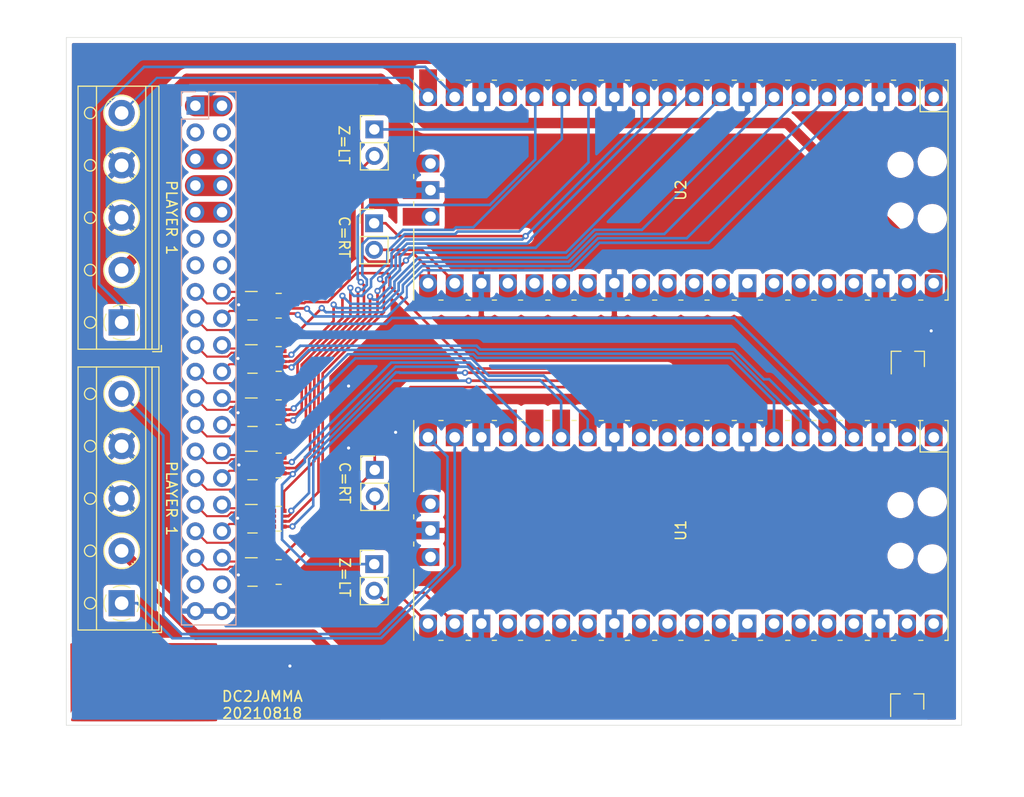
<source format=kicad_pcb>
(kicad_pcb (version 20171130) (host pcbnew "(5.1.0-0)")
  (layers (0 F.Cu signal) (31 B.Cu signal) (34 B.Paste user) (35 F.Paste user) (36 B.SilkS user) (37 F.SilkS user) (38 B.Mask user) (39 F.Mask user) (44 Edge.Cuts user))
  (net 0 "")
  (net 1 +5V)
  (net 2 "Net-(D1-Pad1)")
  (net 3 GND)
  (net 4 "Net-(U1-Pad30)")
  (net 5 "Net-(U1-Pad33)")
  (net 6 "Net-(U1-Pad34)")
  (net 7 "Net-(U1-Pad35)")
  (net 8 "Net-(U1-Pad36)")
  (net 9 "Net-(U1-Pad37)")
  (net 10 "Net-(U1-Pad40)")
  (net 11 "Net-(U1-Pad41)")
  (net 12 "Net-(U1-Pad43)")
  (net 13 "Net-(D2-Pad1)")
  (net 14 /P1RT_ATTEN)
  (net 15 /P1C_ATTEN)
  (net 16 /P2_MAPLE_PIN5)
  (net 17 /P2_MAPLE_PIN1)
  (net 18 /P1LT_ATTEN)
  (net 19 /P1Z_ATTEN)
  (net 20 /P1_MAPLE_PIN5)
  (net 21 /P1_MAPLE_PIN1)
  (net 22 /P2B8)
  (net 23 /P2B7)
  (net 24 /P1C)
  (net 25 /P2C)
  (net 26 /P1B)
  (net 27 /P2B)
  (net 28 /P1A)
  (net 29 /P2A)
  (net 30 /P1Z)
  (net 31 /P2Z)
  (net 32 /P1Y)
  (net 33 /P2Y)
  (net 34 /P1X)
  (net 35 /P2X)
  (net 36 /P1RIGHT)
  (net 37 /P2RIGHT)
  (net 38 /P1LEFT)
  (net 39 /P2LEFT)
  (net 40 /P1DOWN)
  (net 41 /P2DOWN)
  (net 42 /P1UP)
  (net 43 /P2UP)
  (net 44 /P1START)
  (net 45 /P2START)
  (net 46 /P1COIN)
  (net 47 /P2COIN)
  (net 48 /P1B8)
  (net 49 /P1B7)
  (net 50 /BLUE_IN)
  (net 51 /GREEN_IN)
  (net 52 /RED_IN)
  (net 53 /COIN_METER_1)
  (net 54 +3V3)
  (net 55 /P2RT_ATTEN)
  (net 56 /P2C_ATTEN)
  (net 57 /P2LT_ATTEN)
  (net 58 /P2Z_ATTEN)
  (net 59 /P1Y_ATTEN)
  (net 60 /P2Y_ATTEN)
  (net 61 /P1START_ATTEN)
  (net 62 /P1UP_ATTEN)
  (net 63 /P2START_ATTEN)
  (net 64 /P2UP_ATTEN)
  (net 65 /P1A_ATTEN)
  (net 66 /P1B_ATTEN)
  (net 67 /P2A_ATTEN)
  (net 68 /P2B_ATTEN)
  (net 69 /P1DOWN_ATTEN)
  (net 70 /P1LEFT_ATTEN)
  (net 71 /P2DOWN_ATTEN)
  (net 72 /P2LEFT_ATTEN)
  (net 73 "Net-(RN6-Pad8)")
  (net 74 "Net-(RN6-Pad7)")
  (net 75 "Net-(RN6-Pad2)")
  (net 76 "Net-(RN6-Pad1)")
  (net 77 /P1RIGHT_ATTEN)
  (net 78 /P1X_ATTEN)
  (net 79 /P2RIGHT_ATTEN)
  (net 80 /P2X_ATTEN)
  (net 81 /P2_ANALOG_HOR_1)
  (net 82 /P2_ANALOG_VER_1)
  (net 83 "Net-(U1-Pad26)")
  (net 84 "Net-(U1-Pad27)")
  (net 85 "Net-(U1-Pad29)")
  (net 86 "Net-(U1-Pad31)")
  (net 87 "Net-(U1-Pad32)")
  (net 88 "Net-(U1-Pad17)")
  (net 89 /P1RX)
  (net 90 /P1TX)
  (net 91 "Net-(U2-Pad43)")
  (net 92 "Net-(U2-Pad41)")
  (net 93 /P1_ANALOG_HOR_1)
  (net 94 /P1_ANALOG_VER_1)
  (net 95 "Net-(U2-Pad26)")
  (net 96 "Net-(U2-Pad27)")
  (net 97 "Net-(U2-Pad29)")
  (net 98 "Net-(U2-Pad30)")
  (net 99 "Net-(U2-Pad31)")
  (net 100 "Net-(U2-Pad32)")
  (net 101 "Net-(U2-Pad33)")
  (net 102 "Net-(U2-Pad34)")
  (net 103 "Net-(U2-Pad35)")
  (net 104 "Net-(U2-Pad36)")
  (net 105 "Net-(U2-Pad37)")
  (net 106 "Net-(U2-Pad40)")
  (net 107 "Net-(U2-Pad17)")
  (net 108 "Net-(U8-Pad7)")
  (net 109 "Net-(U8-Pad6)")
  (net 110 "Net-(U8-Pad5)")
  (net 111 "Net-(U8-Pad4)")
  (net 112 /P2RX)
  (net 113 /P2TX)
  (net 114 VCC)
  (net 115 VDD)
  (module MCU_Raspberry_Pi:RPi_Pico_SMD_TH (layer F.Cu) (at 160.94 74.81 270)
    (fp_text reference U2 (at 0 0 270) (layer F.SilkS))
    (fp_text value Pico)
    (pad 43 thru_hole oval (at 2.54 23.9 270) (size 1.7 1.7) (drill 1.02) (layers *.Cu *.Mask) (net 91 "Net-(U2-Pad43)"))
    (pad 43 smd rect (at 2.54 23.9) (size 3.5 1.7) (drill (offset -0.9 0)) (layers F.Cu F.Mask) (net 91 "Net-(U2-Pad43)"))
    (pad 42 thru_hole rect (at 0 23.9 270) (size 1.7 1.7) (drill 1.02) (layers *.Cu *.Mask) (net 3 GND))
    (pad 42 smd rect (at 0 23.9) (size 3.5 1.7) (drill (offset -0.9 0)) (layers F.Cu F.Mask) (net 3 GND))
    (pad 41 thru_hole oval (at -2.54 23.9 270) (size 1.7 1.7) (drill 1.02) (layers *.Cu *.Mask) (net 92 "Net-(U2-Pad41)"))
    (pad 41 smd rect (at -2.54 23.9) (size 3.5 1.7) (drill (offset -0.9 0)) (layers F.Cu F.Mask) (net 92 "Net-(U2-Pad41)"))
    (pad "" np_thru_hole oval (at 2.425 -20.97 270) (size 1.5 1.5) (drill 1.5) (layers *.Cu *.Mask))
    (pad "" np_thru_hole oval (at -2.425 -20.97 270) (size 1.5 1.5) (drill 1.5) (layers *.Cu *.Mask))
    (pad "" np_thru_hole oval (at 2.725 -24 270) (size 1.8 1.8) (drill 1.8) (layers *.Cu *.Mask))
    (pad "" np_thru_hole oval (at -2.725 -24 270) (size 1.8 1.8) (drill 1.8) (layers *.Cu *.Mask))
    (pad 21 smd rect (at 8.89 24.13 270) (size 3.5 1.7) (drill (offset 0.9 0)) (layers F.Cu F.Mask) (net 18 /P1LT_ATTEN))
    (pad 22 smd rect (at 8.89 21.59 270) (size 3.5 1.7) (drill (offset 0.9 0)) (layers F.Cu F.Mask) (net 14 /P1RT_ATTEN))
    (pad 23 smd rect (at 8.89 19.05 270) (size 3.5 1.7) (drill (offset 0.9 0)) (layers F.Cu F.Mask) (net 3 GND))
    (pad 24 smd rect (at 8.89 16.51 270) (size 3.5 1.7) (drill (offset 0.9 0)) (layers F.Cu F.Mask) (net 93 /P1_ANALOG_HOR_1))
    (pad 25 smd rect (at 8.89 13.97 270) (size 3.5 1.7) (drill (offset 0.9 0)) (layers F.Cu F.Mask) (net 94 /P1_ANALOG_VER_1))
    (pad 26 smd rect (at 8.89 11.43 270) (size 3.5 1.7) (drill (offset 0.9 0)) (layers F.Cu F.Mask) (net 95 "Net-(U2-Pad26)"))
    (pad 27 smd rect (at 8.89 8.89 270) (size 3.5 1.7) (drill (offset 0.9 0)) (layers F.Cu F.Mask) (net 96 "Net-(U2-Pad27)"))
    (pad 28 smd rect (at 8.89 6.35 270) (size 3.5 1.7) (drill (offset 0.9 0)) (layers F.Cu F.Mask) (net 3 GND))
    (pad 29 smd rect (at 8.89 3.81 270) (size 3.5 1.7) (drill (offset 0.9 0)) (layers F.Cu F.Mask) (net 97 "Net-(U2-Pad29)"))
    (pad 30 smd rect (at 8.89 1.27 270) (size 3.5 1.7) (drill (offset 0.9 0)) (layers F.Cu F.Mask) (net 98 "Net-(U2-Pad30)"))
    (pad 31 smd rect (at 8.89 -1.27 270) (size 3.5 1.7) (drill (offset 0.9 0)) (layers F.Cu F.Mask) (net 99 "Net-(U2-Pad31)"))
    (pad 32 smd rect (at 8.89 -3.81 270) (size 3.5 1.7) (drill (offset 0.9 0)) (layers F.Cu F.Mask) (net 100 "Net-(U2-Pad32)"))
    (pad 33 smd rect (at 8.89 -6.35 270) (size 3.5 1.7) (drill (offset 0.9 0)) (layers F.Cu F.Mask) (net 101 "Net-(U2-Pad33)"))
    (pad 34 smd rect (at 8.89 -8.89 270) (size 3.5 1.7) (drill (offset 0.9 0)) (layers F.Cu F.Mask) (net 102 "Net-(U2-Pad34)"))
    (pad 35 smd rect (at 8.89 -11.43 270) (size 3.5 1.7) (drill (offset 0.9 0)) (layers F.Cu F.Mask) (net 103 "Net-(U2-Pad35)"))
    (pad 36 smd rect (at 8.89 -13.97 270) (size 3.5 1.7) (drill (offset 0.9 0)) (layers F.Cu F.Mask) (net 104 "Net-(U2-Pad36)"))
    (pad 37 smd rect (at 8.89 -16.51 270) (size 3.5 1.7) (drill (offset 0.9 0)) (layers F.Cu F.Mask) (net 105 "Net-(U2-Pad37)"))
    (pad 38 smd rect (at 8.89 -19.05 270) (size 3.5 1.7) (drill (offset 0.9 0)) (layers F.Cu F.Mask) (net 3 GND))
    (pad 39 smd rect (at 8.89 -21.59 270) (size 3.5 1.7) (drill (offset 0.9 0)) (layers F.Cu F.Mask) (net 13 "Net-(D2-Pad1)"))
    (pad 40 smd rect (at 8.89 -24.13 270) (size 3.5 1.7) (drill (offset 0.9 0)) (layers F.Cu F.Mask) (net 106 "Net-(U2-Pad40)"))
    (pad 20 smd rect (at -8.89 24.13 270) (size 3.5 1.7) (drill (offset -0.9 0)) (layers F.Cu F.Mask) (net 20 /P1_MAPLE_PIN5))
    (pad 19 smd rect (at -8.89 21.59 270) (size 3.5 1.7) (drill (offset -0.9 0)) (layers F.Cu F.Mask) (net 21 /P1_MAPLE_PIN1))
    (pad 18 smd rect (at -8.89 19.05 270) (size 3.5 1.7) (drill (offset -0.9 0)) (layers F.Cu F.Mask) (net 3 GND))
    (pad 17 smd rect (at -8.89 16.51 270) (size 3.5 1.7) (drill (offset -0.9 0)) (layers F.Cu F.Mask) (net 107 "Net-(U2-Pad17)"))
    (pad 16 smd rect (at -8.89 13.97 270) (size 3.5 1.7) (drill (offset -0.9 0)) (layers F.Cu F.Mask) (net 19 /P1Z_ATTEN))
    (pad 15 smd rect (at -8.89 11.43 270) (size 3.5 1.7) (drill (offset -0.9 0)) (layers F.Cu F.Mask) (net 59 /P1Y_ATTEN))
    (pad 14 smd rect (at -8.89 8.89 270) (size 3.5 1.7) (drill (offset -0.9 0)) (layers F.Cu F.Mask) (net 78 /P1X_ATTEN))
    (pad 13 smd rect (at -8.89 6.35 270) (size 3.5 1.7) (drill (offset -0.9 0)) (layers F.Cu F.Mask) (net 3 GND))
    (pad 12 smd rect (at -8.89 3.81 270) (size 3.5 1.7) (drill (offset -0.9 0)) (layers F.Cu F.Mask) (net 15 /P1C_ATTEN))
    (pad 11 smd rect (at -8.89 1.27 270) (size 3.5 1.7) (drill (offset -0.9 0)) (layers F.Cu F.Mask) (net 66 /P1B_ATTEN))
    (pad 10 smd rect (at -8.89 -1.27 270) (size 3.5 1.7) (drill (offset -0.9 0)) (layers F.Cu F.Mask) (net 65 /P1A_ATTEN))
    (pad 9 smd rect (at -8.89 -3.81 270) (size 3.5 1.7) (drill (offset -0.9 0)) (layers F.Cu F.Mask) (net 61 /P1START_ATTEN))
    (pad 8 smd rect (at -8.89 -6.35 270) (size 3.5 1.7) (drill (offset -0.9 0)) (layers F.Cu F.Mask) (net 3 GND))
    (pad 7 smd rect (at -8.89 -8.89 270) (size 3.5 1.7) (drill (offset -0.9 0)) (layers F.Cu F.Mask) (net 77 /P1RIGHT_ATTEN))
    (pad 6 smd rect (at -8.89 -11.43 270) (size 3.5 1.7) (drill (offset -0.9 0)) (layers F.Cu F.Mask) (net 70 /P1LEFT_ATTEN))
    (pad 5 smd rect (at -8.89 -13.97 270) (size 3.5 1.7) (drill (offset -0.9 0)) (layers F.Cu F.Mask) (net 69 /P1DOWN_ATTEN))
    (pad 4 smd rect (at -8.89 -16.51 270) (size 3.5 1.7) (drill (offset -0.9 0)) (layers F.Cu F.Mask) (net 62 /P1UP_ATTEN))
    (pad 3 smd rect (at -8.89 -19.05 270) (size 3.5 1.7) (drill (offset -0.9 0)) (layers F.Cu F.Mask) (net 3 GND))
    (pad 2 smd rect (at -8.89 -21.59 270) (size 3.5 1.7) (drill (offset -0.9 0)) (layers F.Cu F.Mask) (net 89 /P1RX))
    (pad 1 smd rect (at -8.89 -24.13 270) (size 3.5 1.7) (drill (offset -0.9 0)) (layers F.Cu F.Mask) (net 90 /P1TX))
    (pad 40 thru_hole oval (at 8.89 -24.13 270) (size 1.7 1.7) (drill 1.02) (layers *.Cu *.Mask) (net 106 "Net-(U2-Pad40)"))
    (pad 39 thru_hole oval (at 8.89 -21.59 270) (size 1.7 1.7) (drill 1.02) (layers *.Cu *.Mask) (net 13 "Net-(D2-Pad1)"))
    (pad 38 thru_hole rect (at 8.89 -19.05 270) (size 1.7 1.7) (drill 1.02) (layers *.Cu *.Mask) (net 3 GND))
    (pad 37 thru_hole oval (at 8.89 -16.51 270) (size 1.7 1.7) (drill 1.02) (layers *.Cu *.Mask) (net 105 "Net-(U2-Pad37)"))
    (pad 36 thru_hole oval (at 8.89 -13.97 270) (size 1.7 1.7) (drill 1.02) (layers *.Cu *.Mask) (net 104 "Net-(U2-Pad36)"))
    (pad 35 thru_hole oval (at 8.89 -11.43 270) (size 1.7 1.7) (drill 1.02) (layers *.Cu *.Mask) (net 103 "Net-(U2-Pad35)"))
    (pad 34 thru_hole oval (at 8.89 -8.89 270) (size 1.7 1.7) (drill 1.02) (layers *.Cu *.Mask) (net 102 "Net-(U2-Pad34)"))
    (pad 33 thru_hole rect (at 8.89 -6.35 270) (size 1.7 1.7) (drill 1.02) (layers *.Cu *.Mask) (net 101 "Net-(U2-Pad33)"))
    (pad 32 thru_hole oval (at 8.89 -3.81 270) (size 1.7 1.7) (drill 1.02) (layers *.Cu *.Mask) (net 100 "Net-(U2-Pad32)"))
    (pad 31 thru_hole oval (at 8.89 -1.27 270) (size 1.7 1.7) (drill 1.02) (layers *.Cu *.Mask) (net 99 "Net-(U2-Pad31)"))
    (pad 30 thru_hole oval (at 8.89 1.27 270) (size 1.7 1.7) (drill 1.02) (layers *.Cu *.Mask) (net 98 "Net-(U2-Pad30)"))
    (pad 29 thru_hole oval (at 8.89 3.81 270) (size 1.7 1.7) (drill 1.02) (layers *.Cu *.Mask) (net 97 "Net-(U2-Pad29)"))
    (pad 28 thru_hole rect (at 8.89 6.35 270) (size 1.7 1.7) (drill 1.02) (layers *.Cu *.Mask) (net 3 GND))
    (pad 27 thru_hole oval (at 8.89 8.89 270) (size 1.7 1.7) (drill 1.02) (layers *.Cu *.Mask) (net 96 "Net-(U2-Pad27)"))
    (pad 26 thru_hole oval (at 8.89 11.43 270) (size 1.7 1.7) (drill 1.02) (layers *.Cu *.Mask) (net 95 "Net-(U2-Pad26)"))
    (pad 25 thru_hole oval (at 8.89 13.97 270) (size 1.7 1.7) (drill 1.02) (layers *.Cu *.Mask) (net 94 /P1_ANALOG_VER_1))
    (pad 24 thru_hole oval (at 8.89 16.51 270) (size 1.7 1.7) (drill 1.02) (layers *.Cu *.Mask) (net 93 /P1_ANALOG_HOR_1))
    (pad 23 thru_hole rect (at 8.89 19.05 270) (size 1.7 1.7) (drill 1.02) (layers *.Cu *.Mask) (net 3 GND))
    (pad 22 thru_hole oval (at 8.89 21.59 270) (size 1.7 1.7) (drill 1.02) (layers *.Cu *.Mask) (net 14 /P1RT_ATTEN))
    (pad 21 thru_hole oval (at 8.89 24.13 270) (size 1.7 1.7) (drill 1.02) (layers *.Cu *.Mask) (net 18 /P1LT_ATTEN))
    (pad 20 thru_hole oval (at -8.89 24.13 270) (size 1.7 1.7) (drill 1.02) (layers *.Cu *.Mask) (net 20 /P1_MAPLE_PIN5))
    (pad 19 thru_hole oval (at -8.89 21.59 270) (size 1.7 1.7) (drill 1.02) (layers *.Cu *.Mask) (net 21 /P1_MAPLE_PIN1))
    (pad 18 thru_hole rect (at -8.89 19.05 270) (size 1.7 1.7) (drill 1.02) (layers *.Cu *.Mask) (net 3 GND))
    (pad 17 thru_hole oval (at -8.89 16.51 270) (size 1.7 1.7) (drill 1.02) (layers *.Cu *.Mask) (net 107 "Net-(U2-Pad17)"))
    (pad 16 thru_hole oval (at -8.89 13.97 270) (size 1.7 1.7) (drill 1.02) (layers *.Cu *.Mask) (net 19 /P1Z_ATTEN))
    (pad 15 thru_hole oval (at -8.89 11.43 270) (size 1.7 1.7) (drill 1.02) (layers *.Cu *.Mask) (net 59 /P1Y_ATTEN))
    (pad 14 thru_hole oval (at -8.89 8.89 270) (size 1.7 1.7) (drill 1.02) (layers *.Cu *.Mask) (net 78 /P1X_ATTEN))
    (pad 13 thru_hole rect (at -8.89 6.35 270) (size 1.7 1.7) (drill 1.02) (layers *.Cu *.Mask) (net 3 GND))
    (pad 12 thru_hole oval (at -8.89 3.81 270) (size 1.7 1.7) (drill 1.02) (layers *.Cu *.Mask) (net 15 /P1C_ATTEN))
    (pad 11 thru_hole oval (at -8.89 1.27 270) (size 1.7 1.7) (drill 1.02) (layers *.Cu *.Mask) (net 66 /P1B_ATTEN))
    (pad 10 thru_hole oval (at -8.89 -1.27 270) (size 1.7 1.7) (drill 1.02) (layers *.Cu *.Mask) (net 65 /P1A_ATTEN))
    (pad 9 thru_hole oval (at -8.89 -3.81 270) (size 1.7 1.7) (drill 1.02) (layers *.Cu *.Mask) (net 61 /P1START_ATTEN))
    (pad 8 thru_hole rect (at -8.89 -6.35 270) (size 1.7 1.7) (drill 1.02) (layers *.Cu *.Mask) (net 3 GND))
    (pad 7 thru_hole oval (at -8.89 -8.89 270) (size 1.7 1.7) (drill 1.02) (layers *.Cu *.Mask) (net 77 /P1RIGHT_ATTEN))
    (pad 6 thru_hole oval (at -8.89 -11.43 270) (size 1.7 1.7) (drill 1.02) (layers *.Cu *.Mask) (net 70 /P1LEFT_ATTEN))
    (pad 5 thru_hole oval (at -8.89 -13.97 270) (size 1.7 1.7) (drill 1.02) (layers *.Cu *.Mask) (net 69 /P1DOWN_ATTEN))
    (pad 4 thru_hole oval (at -8.89 -16.51 270) (size 1.7 1.7) (drill 1.02) (layers *.Cu *.Mask) (net 62 /P1UP_ATTEN))
    (pad 3 thru_hole rect (at -8.89 -19.05 270) (size 1.7 1.7) (drill 1.02) (layers *.Cu *.Mask) (net 3 GND))
    (pad 2 thru_hole oval (at -8.89 -21.59 270) (size 1.7 1.7) (drill 1.02) (layers *.Cu *.Mask) (net 89 /P1RX))
    (pad 1 thru_hole oval (at -8.89 -24.13 270) (size 1.7 1.7) (drill 1.02) (layers *.Cu *.Mask) (net 90 /P1TX))
  )
  (module MCU_Raspberry_Pi:RPi_Pico_SMD_TH (layer F.Cu) (at 160.94 107.31 270)
    (fp_text reference U1 (at 0 0 270) (layer F.SilkS))
    (fp_text value Pico)
    (pad 43 thru_hole oval (at 2.54 23.9 270) (size 1.7 1.7) (drill 1.02) (layers *.Cu *.Mask) (net 12 "Net-(U1-Pad43)"))
    (pad 43 smd rect (at 2.54 23.9) (size 3.5 1.7) (drill (offset -0.9 0)) (layers F.Cu F.Mask) (net 12 "Net-(U1-Pad43)"))
    (pad 42 thru_hole rect (at 0 23.9 270) (size 1.7 1.7) (drill 1.02) (layers *.Cu *.Mask) (net 3 GND))
    (pad 42 smd rect (at 0 23.9) (size 3.5 1.7) (drill (offset -0.9 0)) (layers F.Cu F.Mask) (net 3 GND))
    (pad 41 thru_hole oval (at -2.54 23.9 270) (size 1.7 1.7) (drill 1.02) (layers *.Cu *.Mask) (net 11 "Net-(U1-Pad41)"))
    (pad 41 smd rect (at -2.54 23.9) (size 3.5 1.7) (drill (offset -0.9 0)) (layers F.Cu F.Mask) (net 11 "Net-(U1-Pad41)"))
    (pad "" np_thru_hole oval (at 2.425 -20.97 270) (size 1.5 1.5) (drill 1.5) (layers *.Cu *.Mask))
    (pad "" np_thru_hole oval (at -2.425 -20.97 270) (size 1.5 1.5) (drill 1.5) (layers *.Cu *.Mask))
    (pad "" np_thru_hole oval (at 2.725 -24 270) (size 1.8 1.8) (drill 1.8) (layers *.Cu *.Mask))
    (pad "" np_thru_hole oval (at -2.725 -24 270) (size 1.8 1.8) (drill 1.8) (layers *.Cu *.Mask))
    (pad 21 smd rect (at 8.89 24.13 270) (size 3.5 1.7) (drill (offset 0.9 0)) (layers F.Cu F.Mask) (net 57 /P2LT_ATTEN))
    (pad 22 smd rect (at 8.89 21.59 270) (size 3.5 1.7) (drill (offset 0.9 0)) (layers F.Cu F.Mask) (net 55 /P2RT_ATTEN))
    (pad 23 smd rect (at 8.89 19.05 270) (size 3.5 1.7) (drill (offset 0.9 0)) (layers F.Cu F.Mask) (net 3 GND))
    (pad 24 smd rect (at 8.89 16.51 270) (size 3.5 1.7) (drill (offset 0.9 0)) (layers F.Cu F.Mask) (net 81 /P2_ANALOG_HOR_1))
    (pad 25 smd rect (at 8.89 13.97 270) (size 3.5 1.7) (drill (offset 0.9 0)) (layers F.Cu F.Mask) (net 82 /P2_ANALOG_VER_1))
    (pad 26 smd rect (at 8.89 11.43 270) (size 3.5 1.7) (drill (offset 0.9 0)) (layers F.Cu F.Mask) (net 83 "Net-(U1-Pad26)"))
    (pad 27 smd rect (at 8.89 8.89 270) (size 3.5 1.7) (drill (offset 0.9 0)) (layers F.Cu F.Mask) (net 84 "Net-(U1-Pad27)"))
    (pad 28 smd rect (at 8.89 6.35 270) (size 3.5 1.7) (drill (offset 0.9 0)) (layers F.Cu F.Mask) (net 3 GND))
    (pad 29 smd rect (at 8.89 3.81 270) (size 3.5 1.7) (drill (offset 0.9 0)) (layers F.Cu F.Mask) (net 85 "Net-(U1-Pad29)"))
    (pad 30 smd rect (at 8.89 1.27 270) (size 3.5 1.7) (drill (offset 0.9 0)) (layers F.Cu F.Mask) (net 4 "Net-(U1-Pad30)"))
    (pad 31 smd rect (at 8.89 -1.27 270) (size 3.5 1.7) (drill (offset 0.9 0)) (layers F.Cu F.Mask) (net 86 "Net-(U1-Pad31)"))
    (pad 32 smd rect (at 8.89 -3.81 270) (size 3.5 1.7) (drill (offset 0.9 0)) (layers F.Cu F.Mask) (net 87 "Net-(U1-Pad32)"))
    (pad 33 smd rect (at 8.89 -6.35 270) (size 3.5 1.7) (drill (offset 0.9 0)) (layers F.Cu F.Mask) (net 5 "Net-(U1-Pad33)"))
    (pad 34 smd rect (at 8.89 -8.89 270) (size 3.5 1.7) (drill (offset 0.9 0)) (layers F.Cu F.Mask) (net 6 "Net-(U1-Pad34)"))
    (pad 35 smd rect (at 8.89 -11.43 270) (size 3.5 1.7) (drill (offset 0.9 0)) (layers F.Cu F.Mask) (net 7 "Net-(U1-Pad35)"))
    (pad 36 smd rect (at 8.89 -13.97 270) (size 3.5 1.7) (drill (offset 0.9 0)) (layers F.Cu F.Mask) (net 8 "Net-(U1-Pad36)"))
    (pad 37 smd rect (at 8.89 -16.51 270) (size 3.5 1.7) (drill (offset 0.9 0)) (layers F.Cu F.Mask) (net 9 "Net-(U1-Pad37)"))
    (pad 38 smd rect (at 8.89 -19.05 270) (size 3.5 1.7) (drill (offset 0.9 0)) (layers F.Cu F.Mask) (net 3 GND))
    (pad 39 smd rect (at 8.89 -21.59 270) (size 3.5 1.7) (drill (offset 0.9 0)) (layers F.Cu F.Mask) (net 2 "Net-(D1-Pad1)"))
    (pad 40 smd rect (at 8.89 -24.13 270) (size 3.5 1.7) (drill (offset 0.9 0)) (layers F.Cu F.Mask) (net 10 "Net-(U1-Pad40)"))
    (pad 20 smd rect (at -8.89 24.13 270) (size 3.5 1.7) (drill (offset -0.9 0)) (layers F.Cu F.Mask) (net 16 /P2_MAPLE_PIN5))
    (pad 19 smd rect (at -8.89 21.59 270) (size 3.5 1.7) (drill (offset -0.9 0)) (layers F.Cu F.Mask) (net 17 /P2_MAPLE_PIN1))
    (pad 18 smd rect (at -8.89 19.05 270) (size 3.5 1.7) (drill (offset -0.9 0)) (layers F.Cu F.Mask) (net 3 GND))
    (pad 17 smd rect (at -8.89 16.51 270) (size 3.5 1.7) (drill (offset -0.9 0)) (layers F.Cu F.Mask) (net 88 "Net-(U1-Pad17)"))
    (pad 16 smd rect (at -8.89 13.97 270) (size 3.5 1.7) (drill (offset -0.9 0)) (layers F.Cu F.Mask) (net 58 /P2Z_ATTEN))
    (pad 15 smd rect (at -8.89 11.43 270) (size 3.5 1.7) (drill (offset -0.9 0)) (layers F.Cu F.Mask) (net 60 /P2Y_ATTEN))
    (pad 14 smd rect (at -8.89 8.89 270) (size 3.5 1.7) (drill (offset -0.9 0)) (layers F.Cu F.Mask) (net 80 /P2X_ATTEN))
    (pad 13 smd rect (at -8.89 6.35 270) (size 3.5 1.7) (drill (offset -0.9 0)) (layers F.Cu F.Mask) (net 3 GND))
    (pad 12 smd rect (at -8.89 3.81 270) (size 3.5 1.7) (drill (offset -0.9 0)) (layers F.Cu F.Mask) (net 56 /P2C_ATTEN))
    (pad 11 smd rect (at -8.89 1.27 270) (size 3.5 1.7) (drill (offset -0.9 0)) (layers F.Cu F.Mask) (net 68 /P2B_ATTEN))
    (pad 10 smd rect (at -8.89 -1.27 270) (size 3.5 1.7) (drill (offset -0.9 0)) (layers F.Cu F.Mask) (net 67 /P2A_ATTEN))
    (pad 9 smd rect (at -8.89 -3.81 270) (size 3.5 1.7) (drill (offset -0.9 0)) (layers F.Cu F.Mask) (net 63 /P2START_ATTEN))
    (pad 8 smd rect (at -8.89 -6.35 270) (size 3.5 1.7) (drill (offset -0.9 0)) (layers F.Cu F.Mask) (net 3 GND))
    (pad 7 smd rect (at -8.89 -8.89 270) (size 3.5 1.7) (drill (offset -0.9 0)) (layers F.Cu F.Mask) (net 79 /P2RIGHT_ATTEN))
    (pad 6 smd rect (at -8.89 -11.43 270) (size 3.5 1.7) (drill (offset -0.9 0)) (layers F.Cu F.Mask) (net 72 /P2LEFT_ATTEN))
    (pad 5 smd rect (at -8.89 -13.97 270) (size 3.5 1.7) (drill (offset -0.9 0)) (layers F.Cu F.Mask) (net 71 /P2DOWN_ATTEN))
    (pad 4 smd rect (at -8.89 -16.51 270) (size 3.5 1.7) (drill (offset -0.9 0)) (layers F.Cu F.Mask) (net 64 /P2UP_ATTEN))
    (pad 3 smd rect (at -8.89 -19.05 270) (size 3.5 1.7) (drill (offset -0.9 0)) (layers F.Cu F.Mask) (net 3 GND))
    (pad 2 smd rect (at -8.89 -21.59 270) (size 3.5 1.7) (drill (offset -0.9 0)) (layers F.Cu F.Mask) (net 112 /P2RX))
    (pad 1 smd rect (at -8.89 -24.13 270) (size 3.5 1.7) (drill (offset -0.9 0)) (layers F.Cu F.Mask) (net 113 /P2TX))
    (pad 40 thru_hole oval (at 8.89 -24.13 270) (size 1.7 1.7) (drill 1.02) (layers *.Cu *.Mask) (net 10 "Net-(U1-Pad40)"))
    (pad 39 thru_hole oval (at 8.89 -21.59 270) (size 1.7 1.7) (drill 1.02) (layers *.Cu *.Mask) (net 2 "Net-(D1-Pad1)"))
    (pad 38 thru_hole rect (at 8.89 -19.05 270) (size 1.7 1.7) (drill 1.02) (layers *.Cu *.Mask) (net 3 GND))
    (pad 37 thru_hole oval (at 8.89 -16.51 270) (size 1.7 1.7) (drill 1.02) (layers *.Cu *.Mask) (net 9 "Net-(U1-Pad37)"))
    (pad 36 thru_hole oval (at 8.89 -13.97 270) (size 1.7 1.7) (drill 1.02) (layers *.Cu *.Mask) (net 8 "Net-(U1-Pad36)"))
    (pad 35 thru_hole oval (at 8.89 -11.43 270) (size 1.7 1.7) (drill 1.02) (layers *.Cu *.Mask) (net 7 "Net-(U1-Pad35)"))
    (pad 34 thru_hole oval (at 8.89 -8.89 270) (size 1.7 1.7) (drill 1.02) (layers *.Cu *.Mask) (net 6 "Net-(U1-Pad34)"))
    (pad 33 thru_hole rect (at 8.89 -6.35 270) (size 1.7 1.7) (drill 1.02) (layers *.Cu *.Mask) (net 5 "Net-(U1-Pad33)"))
    (pad 32 thru_hole oval (at 8.89 -3.81 270) (size 1.7 1.7) (drill 1.02) (layers *.Cu *.Mask) (net 87 "Net-(U1-Pad32)"))
    (pad 31 thru_hole oval (at 8.89 -1.27 270) (size 1.7 1.7) (drill 1.02) (layers *.Cu *.Mask) (net 86 "Net-(U1-Pad31)"))
    (pad 30 thru_hole oval (at 8.89 1.27 270) (size 1.7 1.7) (drill 1.02) (layers *.Cu *.Mask) (net 4 "Net-(U1-Pad30)"))
    (pad 29 thru_hole oval (at 8.89 3.81 270) (size 1.7 1.7) (drill 1.02) (layers *.Cu *.Mask) (net 85 "Net-(U1-Pad29)"))
    (pad 28 thru_hole rect (at 8.89 6.35 270) (size 1.7 1.7) (drill 1.02) (layers *.Cu *.Mask) (net 3 GND))
    (pad 27 thru_hole oval (at 8.89 8.89 270) (size 1.7 1.7) (drill 1.02) (layers *.Cu *.Mask) (net 84 "Net-(U1-Pad27)"))
    (pad 26 thru_hole oval (at 8.89 11.43 270) (size 1.7 1.7) (drill 1.02) (layers *.Cu *.Mask) (net 83 "Net-(U1-Pad26)"))
    (pad 25 thru_hole oval (at 8.89 13.97 270) (size 1.7 1.7) (drill 1.02) (layers *.Cu *.Mask) (net 82 /P2_ANALOG_VER_1))
    (pad 24 thru_hole oval (at 8.89 16.51 270) (size 1.7 1.7) (drill 1.02) (layers *.Cu *.Mask) (net 81 /P2_ANALOG_HOR_1))
    (pad 23 thru_hole rect (at 8.89 19.05 270) (size 1.7 1.7) (drill 1.02) (layers *.Cu *.Mask) (net 3 GND))
    (pad 22 thru_hole oval (at 8.89 21.59 270) (size 1.7 1.7) (drill 1.02) (layers *.Cu *.Mask) (net 55 /P2RT_ATTEN))
    (pad 21 thru_hole oval (at 8.89 24.13 270) (size 1.7 1.7) (drill 1.02) (layers *.Cu *.Mask) (net 57 /P2LT_ATTEN))
    (pad 20 thru_hole oval (at -8.89 24.13 270) (size 1.7 1.7) (drill 1.02) (layers *.Cu *.Mask) (net 16 /P2_MAPLE_PIN5))
    (pad 19 thru_hole oval (at -8.89 21.59 270) (size 1.7 1.7) (drill 1.02) (layers *.Cu *.Mask) (net 17 /P2_MAPLE_PIN1))
    (pad 18 thru_hole rect (at -8.89 19.05 270) (size 1.7 1.7) (drill 1.02) (layers *.Cu *.Mask) (net 3 GND))
    (pad 17 thru_hole oval (at -8.89 16.51 270) (size 1.7 1.7) (drill 1.02) (layers *.Cu *.Mask) (net 88 "Net-(U1-Pad17)"))
    (pad 16 thru_hole oval (at -8.89 13.97 270) (size 1.7 1.7) (drill 1.02) (layers *.Cu *.Mask) (net 58 /P2Z_ATTEN))
    (pad 15 thru_hole oval (at -8.89 11.43 270) (size 1.7 1.7) (drill 1.02) (layers *.Cu *.Mask) (net 60 /P2Y_ATTEN))
    (pad 14 thru_hole oval (at -8.89 8.89 270) (size 1.7 1.7) (drill 1.02) (layers *.Cu *.Mask) (net 80 /P2X_ATTEN))
    (pad 13 thru_hole rect (at -8.89 6.35 270) (size 1.7 1.7) (drill 1.02) (layers *.Cu *.Mask) (net 3 GND))
    (pad 12 thru_hole oval (at -8.89 3.81 270) (size 1.7 1.7) (drill 1.02) (layers *.Cu *.Mask) (net 56 /P2C_ATTEN))
    (pad 11 thru_hole oval (at -8.89 1.27 270) (size 1.7 1.7) (drill 1.02) (layers *.Cu *.Mask) (net 68 /P2B_ATTEN))
    (pad 10 thru_hole oval (at -8.89 -1.27 270) (size 1.7 1.7) (drill 1.02) (layers *.Cu *.Mask) (net 67 /P2A_ATTEN))
    (pad 9 thru_hole oval (at -8.89 -3.81 270) (size 1.7 1.7) (drill 1.02) (layers *.Cu *.Mask) (net 63 /P2START_ATTEN))
    (pad 8 thru_hole rect (at -8.89 -6.35 270) (size 1.7 1.7) (drill 1.02) (layers *.Cu *.Mask) (net 3 GND))
    (pad 7 thru_hole oval (at -8.89 -8.89 270) (size 1.7 1.7) (drill 1.02) (layers *.Cu *.Mask) (net 79 /P2RIGHT_ATTEN))
    (pad 6 thru_hole oval (at -8.89 -11.43 270) (size 1.7 1.7) (drill 1.02) (layers *.Cu *.Mask) (net 72 /P2LEFT_ATTEN))
    (pad 5 thru_hole oval (at -8.89 -13.97 270) (size 1.7 1.7) (drill 1.02) (layers *.Cu *.Mask) (net 71 /P2DOWN_ATTEN))
    (pad 4 thru_hole oval (at -8.89 -16.51 270) (size 1.7 1.7) (drill 1.02) (layers *.Cu *.Mask) (net 64 /P2UP_ATTEN))
    (pad 3 thru_hole rect (at -8.89 -19.05 270) (size 1.7 1.7) (drill 1.02) (layers *.Cu *.Mask) (net 3 GND))
    (pad 2 thru_hole oval (at -8.89 -21.59 270) (size 1.7 1.7) (drill 1.02) (layers *.Cu *.Mask) (net 112 /P2RX))
    (pad 1 thru_hole oval (at -8.89 -24.13 270) (size 1.7 1.7) (drill 1.02) (layers *.Cu *.Mask) (net 113 /P2TX))
  )
  (module Package_DFN_QFN:UDFN-10_1.35x2.6mm_P0.5mm (layer F.Cu) (at 120.05 111.28)
    (fp_text reference U8)
    (fp_text value TVS_RCLAMP0524P-N)
    (pad 10 smd oval (at 0.525 -1) (size 0.7 0.2) (layers F.Cu F.Paste F.Mask) (net 24 /P1C))
    (pad 9 smd oval (at 0.525 -0.5) (size 0.7 0.2) (layers F.Cu F.Paste F.Mask) (net 25 /P2C))
    (pad 8 smd oval (at 0.525 0) (size 0.7 0.2) (layers F.Cu F.Paste F.Mask) (net 3 GND))
    (pad 7 smd oval (at 0.525 0.5) (size 0.7 0.2) (layers F.Cu F.Paste F.Mask) (net 108 "Net-(U8-Pad7)"))
    (pad 6 smd oval (at 0.525 1) (size 0.7 0.2) (layers F.Cu F.Paste F.Mask) (net 109 "Net-(U8-Pad6)"))
    (pad 5 smd oval (at -0.525 1) (size 0.7 0.2) (layers F.Cu F.Paste F.Mask) (net 110 "Net-(U8-Pad5)"))
    (pad 4 smd oval (at -0.525 0.5) (size 0.7 0.2) (layers F.Cu F.Paste F.Mask) (net 111 "Net-(U8-Pad4)"))
    (pad 3 smd oval (at -0.525 0) (size 0.7 0.2) (layers F.Cu F.Paste F.Mask) (net 3 GND))
    (pad 2 smd oval (at -0.525 -0.5) (size 0.7 0.2) (layers F.Cu F.Paste F.Mask) (net 25 /P2C))
    (pad 1 smd oval (at -0.525 -1) (size 0.7 0.2) (layers F.Cu F.Paste F.Mask) (net 24 /P1C))
  )
  (module Package_DFN_QFN:UDFN-10_1.35x2.6mm_P0.5mm (layer F.Cu) (at 120.05 96.022)
    (fp_text reference U7)
    (fp_text value TVS_RCLAMP0524P-N)
    (pad 10 smd oval (at 0.525 -1) (size 0.7 0.2) (layers F.Cu F.Paste F.Mask) (net 36 /P1RIGHT))
    (pad 9 smd oval (at 0.525 -0.5) (size 0.7 0.2) (layers F.Cu F.Paste F.Mask) (net 37 /P2RIGHT))
    (pad 8 smd oval (at 0.525 0) (size 0.7 0.2) (layers F.Cu F.Paste F.Mask) (net 3 GND))
    (pad 7 smd oval (at 0.525 0.5) (size 0.7 0.2) (layers F.Cu F.Paste F.Mask) (net 34 /P1X))
    (pad 6 smd oval (at 0.525 1) (size 0.7 0.2) (layers F.Cu F.Paste F.Mask) (net 35 /P2X))
    (pad 5 smd oval (at -0.525 1) (size 0.7 0.2) (layers F.Cu F.Paste F.Mask) (net 35 /P2X))
    (pad 4 smd oval (at -0.525 0.5) (size 0.7 0.2) (layers F.Cu F.Paste F.Mask) (net 34 /P1X))
    (pad 3 smd oval (at -0.525 0) (size 0.7 0.2) (layers F.Cu F.Paste F.Mask) (net 3 GND))
    (pad 2 smd oval (at -0.525 -0.5) (size 0.7 0.2) (layers F.Cu F.Paste F.Mask) (net 37 /P2RIGHT))
    (pad 1 smd oval (at -0.525 -1) (size 0.7 0.2) (layers F.Cu F.Paste F.Mask) (net 36 /P1RIGHT))
  )
  (module Package_DFN_QFN:UDFN-10_1.35x2.6mm_P0.5mm (layer F.Cu) (at 120.05 106.194)
    (fp_text reference U6)
    (fp_text value TVS_RCLAMP0524P-N)
    (pad 10 smd oval (at 0.525 -1) (size 0.7 0.2) (layers F.Cu F.Paste F.Mask) (net 28 /P1A))
    (pad 9 smd oval (at 0.525 -0.5) (size 0.7 0.2) (layers F.Cu F.Paste F.Mask) (net 29 /P2A))
    (pad 8 smd oval (at 0.525 0) (size 0.7 0.2) (layers F.Cu F.Paste F.Mask) (net 3 GND))
    (pad 7 smd oval (at 0.525 0.5) (size 0.7 0.2) (layers F.Cu F.Paste F.Mask) (net 26 /P1B))
    (pad 6 smd oval (at 0.525 1) (size 0.7 0.2) (layers F.Cu F.Paste F.Mask) (net 27 /P2B))
    (pad 5 smd oval (at -0.525 1) (size 0.7 0.2) (layers F.Cu F.Paste F.Mask) (net 27 /P2B))
    (pad 4 smd oval (at -0.525 0.5) (size 0.7 0.2) (layers F.Cu F.Paste F.Mask) (net 26 /P1B))
    (pad 3 smd oval (at -0.525 0) (size 0.7 0.2) (layers F.Cu F.Paste F.Mask) (net 3 GND))
    (pad 2 smd oval (at -0.525 -0.5) (size 0.7 0.2) (layers F.Cu F.Paste F.Mask) (net 29 /P2A))
    (pad 1 smd oval (at -0.525 -1) (size 0.7 0.2) (layers F.Cu F.Paste F.Mask) (net 28 /P1A))
  )
  (module Package_DFN_QFN:UDFN-10_1.35x2.6mm_P0.5mm (layer F.Cu) (at 120.05 90.936)
    (fp_text reference U5)
    (fp_text value TVS_RCLAMP0524P-N)
    (pad 10 smd oval (at 0.525 -1) (size 0.7 0.2) (layers F.Cu F.Paste F.Mask) (net 40 /P1DOWN))
    (pad 9 smd oval (at 0.525 -0.5) (size 0.7 0.2) (layers F.Cu F.Paste F.Mask) (net 41 /P2DOWN))
    (pad 8 smd oval (at 0.525 0) (size 0.7 0.2) (layers F.Cu F.Paste F.Mask) (net 3 GND))
    (pad 7 smd oval (at 0.525 0.5) (size 0.7 0.2) (layers F.Cu F.Paste F.Mask) (net 38 /P1LEFT))
    (pad 6 smd oval (at 0.525 1) (size 0.7 0.2) (layers F.Cu F.Paste F.Mask) (net 39 /P2LEFT))
    (pad 5 smd oval (at -0.525 1) (size 0.7 0.2) (layers F.Cu F.Paste F.Mask) (net 39 /P2LEFT))
    (pad 4 smd oval (at -0.525 0.5) (size 0.7 0.2) (layers F.Cu F.Paste F.Mask) (net 38 /P1LEFT))
    (pad 3 smd oval (at -0.525 0) (size 0.7 0.2) (layers F.Cu F.Paste F.Mask) (net 3 GND))
    (pad 2 smd oval (at -0.525 -0.5) (size 0.7 0.2) (layers F.Cu F.Paste F.Mask) (net 41 /P2DOWN))
    (pad 1 smd oval (at -0.525 -1) (size 0.7 0.2) (layers F.Cu F.Paste F.Mask) (net 40 /P1DOWN))
  )
  (module Package_DFN_QFN:UDFN-10_1.35x2.6mm_P0.5mm (layer F.Cu) (at 120.05 101.108)
    (fp_text reference U4)
    (fp_text value TVS_RCLAMP0524P-N)
    (pad 10 smd oval (at 0.525 -1) (size 0.7 0.2) (layers F.Cu F.Paste F.Mask) (net 32 /P1Y))
    (pad 9 smd oval (at 0.525 -0.5) (size 0.7 0.2) (layers F.Cu F.Paste F.Mask) (net 33 /P2Y))
    (pad 8 smd oval (at 0.525 0) (size 0.7 0.2) (layers F.Cu F.Paste F.Mask) (net 3 GND))
    (pad 7 smd oval (at 0.525 0.5) (size 0.7 0.2) (layers F.Cu F.Paste F.Mask) (net 30 /P1Z))
    (pad 6 smd oval (at 0.525 1) (size 0.7 0.2) (layers F.Cu F.Paste F.Mask) (net 31 /P2Z))
    (pad 5 smd oval (at -0.525 1) (size 0.7 0.2) (layers F.Cu F.Paste F.Mask) (net 31 /P2Z))
    (pad 4 smd oval (at -0.525 0.5) (size 0.7 0.2) (layers F.Cu F.Paste F.Mask) (net 30 /P1Z))
    (pad 3 smd oval (at -0.525 0) (size 0.7 0.2) (layers F.Cu F.Paste F.Mask) (net 3 GND))
    (pad 2 smd oval (at -0.525 -0.5) (size 0.7 0.2) (layers F.Cu F.Paste F.Mask) (net 33 /P2Y))
    (pad 1 smd oval (at -0.525 -1) (size 0.7 0.2) (layers F.Cu F.Paste F.Mask) (net 32 /P1Y))
  )
  (module Package_DFN_QFN:UDFN-10_1.35x2.6mm_P0.5mm (layer F.Cu) (at 120.05 85.85)
    (fp_text reference U3)
    (fp_text value TVS_RCLAMP0524P-N)
    (pad 10 smd oval (at 0.525 -1) (size 0.7 0.2) (layers F.Cu F.Paste F.Mask) (net 44 /P1START))
    (pad 9 smd oval (at 0.525 -0.5) (size 0.7 0.2) (layers F.Cu F.Paste F.Mask) (net 45 /P2START))
    (pad 8 smd oval (at 0.525 0) (size 0.7 0.2) (layers F.Cu F.Paste F.Mask) (net 3 GND))
    (pad 7 smd oval (at 0.525 0.5) (size 0.7 0.2) (layers F.Cu F.Paste F.Mask) (net 42 /P1UP))
    (pad 6 smd oval (at 0.525 1) (size 0.7 0.2) (layers F.Cu F.Paste F.Mask) (net 43 /P2UP))
    (pad 5 smd oval (at -0.525 1) (size 0.7 0.2) (layers F.Cu F.Paste F.Mask) (net 43 /P2UP))
    (pad 4 smd oval (at -0.525 0.5) (size 0.7 0.2) (layers F.Cu F.Paste F.Mask) (net 42 /P1UP))
    (pad 3 smd oval (at -0.525 0) (size 0.7 0.2) (layers F.Cu F.Paste F.Mask) (net 3 GND))
    (pad 2 smd oval (at -0.525 -0.5) (size 0.7 0.2) (layers F.Cu F.Paste F.Mask) (net 45 /P2START))
    (pad 1 smd oval (at -0.525 -1) (size 0.7 0.2) (layers F.Cu F.Paste F.Mask) (net 44 /P1START))
  )
  (module Resistor_SMD:R_Array_Convex_4x0402 (layer F.Cu) (at 122.55 96.022 180)
    (fp_text reference RN7)
    (fp_text value 10K_4xArray)
    (pad 5 smd rect (at 0.5 0.75 180) (size 0.5 0.4) (layers F.Cu F.Paste F.Mask) (net 36 /P1RIGHT))
    (pad 6 smd rect (at 0.5 0.25 180) (size 0.5 0.3) (layers F.Cu F.Paste F.Mask) (net 37 /P2RIGHT))
    (pad 8 smd rect (at 0.5 -0.75 180) (size 0.5 0.4) (layers F.Cu F.Paste F.Mask) (net 35 /P2X))
    (pad 7 smd rect (at 0.5 -0.25 180) (size 0.5 0.3) (layers F.Cu F.Paste F.Mask) (net 34 /P1X))
    (pad 4 smd rect (at -0.5 0.75 180) (size 0.5 0.4) (layers F.Cu F.Paste F.Mask) (net 77 /P1RIGHT_ATTEN))
    (pad 2 smd rect (at -0.5 -0.25 180) (size 0.5 0.3) (layers F.Cu F.Paste F.Mask) (net 78 /P1X_ATTEN))
    (pad 3 smd rect (at -0.5 0.25 180) (size 0.5 0.3) (layers F.Cu F.Paste F.Mask) (net 79 /P2RIGHT_ATTEN))
    (pad 1 smd rect (at -0.5 -0.75 180) (size 0.5 0.4) (layers F.Cu F.Paste F.Mask) (net 80 /P2X_ATTEN))
  )
  (module Resistor_SMD:R_Array_Convex_4x0402 (layer F.Cu) (at 122.55 111.28 180)
    (fp_text reference RN6)
    (fp_text value 10K_4xArray)
    (pad 5 smd rect (at 0.5 0.75 180) (size 0.5 0.4) (layers F.Cu F.Paste F.Mask) (net 24 /P1C))
    (pad 6 smd rect (at 0.5 0.25 180) (size 0.5 0.3) (layers F.Cu F.Paste F.Mask) (net 25 /P2C))
    (pad 8 smd rect (at 0.5 -0.75 180) (size 0.5 0.4) (layers F.Cu F.Paste F.Mask) (net 73 "Net-(RN6-Pad8)"))
    (pad 7 smd rect (at 0.5 -0.25 180) (size 0.5 0.3) (layers F.Cu F.Paste F.Mask) (net 74 "Net-(RN6-Pad7)"))
    (pad 4 smd rect (at -0.5 0.75 180) (size 0.5 0.4) (layers F.Cu F.Paste F.Mask) (net 15 /P1C_ATTEN))
    (pad 2 smd rect (at -0.5 -0.25 180) (size 0.5 0.3) (layers F.Cu F.Paste F.Mask) (net 75 "Net-(RN6-Pad2)"))
    (pad 3 smd rect (at -0.5 0.25 180) (size 0.5 0.3) (layers F.Cu F.Paste F.Mask) (net 56 /P2C_ATTEN))
    (pad 1 smd rect (at -0.5 -0.75 180) (size 0.5 0.4) (layers F.Cu F.Paste F.Mask) (net 76 "Net-(RN6-Pad1)"))
  )
  (module Resistor_SMD:R_Array_Convex_4x0402 (layer F.Cu) (at 122.55 90.936 180)
    (fp_text reference RN5)
    (fp_text value 10K_4xArray)
    (pad 5 smd rect (at 0.5 0.75 180) (size 0.5 0.4) (layers F.Cu F.Paste F.Mask) (net 40 /P1DOWN))
    (pad 6 smd rect (at 0.5 0.25 180) (size 0.5 0.3) (layers F.Cu F.Paste F.Mask) (net 41 /P2DOWN))
    (pad 8 smd rect (at 0.5 -0.75 180) (size 0.5 0.4) (layers F.Cu F.Paste F.Mask) (net 39 /P2LEFT))
    (pad 7 smd rect (at 0.5 -0.25 180) (size 0.5 0.3) (layers F.Cu F.Paste F.Mask) (net 38 /P1LEFT))
    (pad 4 smd rect (at -0.5 0.75 180) (size 0.5 0.4) (layers F.Cu F.Paste F.Mask) (net 69 /P1DOWN_ATTEN))
    (pad 2 smd rect (at -0.5 -0.25 180) (size 0.5 0.3) (layers F.Cu F.Paste F.Mask) (net 70 /P1LEFT_ATTEN))
    (pad 3 smd rect (at -0.5 0.25 180) (size 0.5 0.3) (layers F.Cu F.Paste F.Mask) (net 71 /P2DOWN_ATTEN))
    (pad 1 smd rect (at -0.5 -0.75 180) (size 0.5 0.4) (layers F.Cu F.Paste F.Mask) (net 72 /P2LEFT_ATTEN))
  )
  (module Resistor_SMD:R_Array_Convex_4x0402 (layer F.Cu) (at 122.55 106.194 180)
    (fp_text reference RN4)
    (fp_text value 10K_4xArray)
    (pad 5 smd rect (at 0.5 0.75 180) (size 0.5 0.4) (layers F.Cu F.Paste F.Mask) (net 28 /P1A))
    (pad 6 smd rect (at 0.5 0.25 180) (size 0.5 0.3) (layers F.Cu F.Paste F.Mask) (net 29 /P2A))
    (pad 8 smd rect (at 0.5 -0.75 180) (size 0.5 0.4) (layers F.Cu F.Paste F.Mask) (net 27 /P2B))
    (pad 7 smd rect (at 0.5 -0.25 180) (size 0.5 0.3) (layers F.Cu F.Paste F.Mask) (net 26 /P1B))
    (pad 4 smd rect (at -0.5 0.75 180) (size 0.5 0.4) (layers F.Cu F.Paste F.Mask) (net 65 /P1A_ATTEN))
    (pad 2 smd rect (at -0.5 -0.25 180) (size 0.5 0.3) (layers F.Cu F.Paste F.Mask) (net 66 /P1B_ATTEN))
    (pad 3 smd rect (at -0.5 0.25 180) (size 0.5 0.3) (layers F.Cu F.Paste F.Mask) (net 67 /P2A_ATTEN))
    (pad 1 smd rect (at -0.5 -0.75 180) (size 0.5 0.4) (layers F.Cu F.Paste F.Mask) (net 68 /P2B_ATTEN))
  )
  (module Resistor_SMD:R_Array_Convex_4x0402 (layer F.Cu) (at 122.55 85.85 180)
    (fp_text reference RN3)
    (fp_text value 10K_4xArray)
    (pad 5 smd rect (at 0.5 0.75 180) (size 0.5 0.4) (layers F.Cu F.Paste F.Mask) (net 44 /P1START))
    (pad 6 smd rect (at 0.5 0.25 180) (size 0.5 0.3) (layers F.Cu F.Paste F.Mask) (net 45 /P2START))
    (pad 8 smd rect (at 0.5 -0.75 180) (size 0.5 0.4) (layers F.Cu F.Paste F.Mask) (net 43 /P2UP))
    (pad 7 smd rect (at 0.5 -0.25 180) (size 0.5 0.3) (layers F.Cu F.Paste F.Mask) (net 42 /P1UP))
    (pad 4 smd rect (at -0.5 0.75 180) (size 0.5 0.4) (layers F.Cu F.Paste F.Mask) (net 61 /P1START_ATTEN))
    (pad 2 smd rect (at -0.5 -0.25 180) (size 0.5 0.3) (layers F.Cu F.Paste F.Mask) (net 62 /P1UP_ATTEN))
    (pad 3 smd rect (at -0.5 0.25 180) (size 0.5 0.3) (layers F.Cu F.Paste F.Mask) (net 63 /P2START_ATTEN))
    (pad 1 smd rect (at -0.5 -0.75 180) (size 0.5 0.4) (layers F.Cu F.Paste F.Mask) (net 64 /P2UP_ATTEN))
  )
  (module Resistor_SMD:R_Array_Convex_4x0402 (layer F.Cu) (at 122.55 101.108 180)
    (fp_text reference RN2)
    (fp_text value 10K_4xArray)
    (pad 5 smd rect (at 0.5 0.75 180) (size 0.5 0.4) (layers F.Cu F.Paste F.Mask) (net 32 /P1Y))
    (pad 6 smd rect (at 0.5 0.25 180) (size 0.5 0.3) (layers F.Cu F.Paste F.Mask) (net 33 /P2Y))
    (pad 8 smd rect (at 0.5 -0.75 180) (size 0.5 0.4) (layers F.Cu F.Paste F.Mask) (net 31 /P2Z))
    (pad 7 smd rect (at 0.5 -0.25 180) (size 0.5 0.3) (layers F.Cu F.Paste F.Mask) (net 30 /P1Z))
    (pad 4 smd rect (at -0.5 0.75 180) (size 0.5 0.4) (layers F.Cu F.Paste F.Mask) (net 59 /P1Y_ATTEN))
    (pad 2 smd rect (at -0.5 -0.25 180) (size 0.5 0.3) (layers F.Cu F.Paste F.Mask) (net 19 /P1Z_ATTEN))
    (pad 3 smd rect (at -0.5 0.25 180) (size 0.5 0.3) (layers F.Cu F.Paste F.Mask) (net 60 /P2Y_ATTEN))
    (pad 1 smd rect (at -0.5 -0.75 180) (size 0.5 0.4) (layers F.Cu F.Paste F.Mask) (net 58 /P2Z_ATTEN))
  )
  (module VideoGames:MiSTer_Addons_copper_15mm (layer F.Cu) (at 109.66 121.82)
    (fp_text reference Logo1 hide)
    (fp_text value MiSTer_Addons_Logo hide)
    (fp_poly (pts (xy 1.744843 1.194599) (xy 1.877211 1.234035) (xy 1.994383 1.30621) (xy 2.091538 1.404166) (xy 2.163856 1.520948) (xy 2.206514 1.649598) (xy 2.214693 1.783162) (xy 2.202903 1.855576) (xy 2.146472 2.007379) (xy 2.061145 2.130768) (xy 1.949309 2.223071) (xy 1.825399 2.278136) (xy 1.722174 2.301402) (xy 1.631885 2.300812) (xy 1.540772 2.279081) (xy 1.407913 2.216542) (xy 1.300453 2.124823) (xy 1.221022 2.010431) (xy 1.172247 1.879875) (xy 1.15676 1.739663) (xy 1.177188 1.596303) (xy 1.220205 1.48558) (xy 1.297973 1.373543) (xy 1.401291 1.28393) (xy 1.52106 1.221786) (xy 1.648183 1.192157) (xy 1.744843 1.194599)) (layer F.Cu) (width 0.01))
    (fp_poly (pts (xy 4.906737 -3.113464) (xy 5.0623 -3.111624) (xy 5.211628 -3.108422) (xy 5.348656 -3.103884) (xy 5.467314 -3.098035) (xy 5.561537 -3.0909) (xy 5.625256 -3.082505) (xy 5.636825 -3.079927) (xy 5.82052 -3.013307) (xy 5.982704 -2.916575) (xy 6.117881 -2.793904) (xy 6.220553 -2.64947) (xy 6.232001 -2.627789) (xy 6.308411 -2.43416) (xy 6.345569 -2.236696) (xy 6.344256 -2.04043) (xy 6.305257 -1.850395) (xy 6.229354 -1.671625) (xy 6.11733 -1.509152) (xy 6.046308 -1.433965) (xy 5.983573 -1.37249) (xy 5.947728 -1.331428) (xy 5.933986 -1.303107) (xy 5.937559 -1.279859) (xy 5.943444 -1.269163) (xy 5.964082 -1.240462) (xy 6.006746 -1.184283) (xy 6.067078 -1.106255) (xy 6.140719 -1.012005) (xy 6.22331 -0.907161) (xy 6.245931 -0.878584) (xy 6.34709 -0.749217) (xy 6.422522 -0.64861) (xy 6.474349 -0.573643) (xy 6.504691 -0.521193) (xy 6.515672 -0.488137) (xy 6.515551 -0.48183) (xy 6.51207 -0.465027) (xy 6.503247 -0.452602) (xy 6.483314 -0.443782) (xy 6.446507 -0.437793) (xy 6.387057 -0.433863) (xy 6.299197 -0.431218) (xy 6.177162 -0.429085) (xy 6.115307 -0.428171) (xy 5.97619 -0.426417) (xy 5.872888 -0.426167) (xy 5.798893 -0.427964) (xy 5.747697 -0.432353) (xy 5.712793 -0.439878) (xy 5.687672 -0.451081) (xy 5.66694 -0.465628) (xy 5.636946 -0.496116) (xy 5.587097 -0.554483) (xy 5.522498 -0.634418) (xy 5.448258 -0.72961) (xy 5.374633 -0.826843) (xy 5.297515 -0.928582) (xy 5.226717 -1.019057) (xy 5.166928 -1.092502) (xy 5.122839 -1.143153) (xy 5.099433 -1.165094) (xy 5.04428 -1.181289) (xy 4.977794 -1.184118) (xy 4.91929 -1.174066) (xy 4.893733 -1.159933) (xy 4.882614 -1.130445) (xy 4.87479 -1.066053) (xy 4.870092 -0.964401) (xy 4.868351 -0.823132) (xy 4.868333 -0.804333) (xy 4.86692 -0.658381) (xy 4.862568 -0.552314) (xy 4.85511 -0.483778) (xy 4.844377 -0.450414) (xy 4.842933 -0.448733) (xy 4.812756 -0.437403) (xy 4.746957 -0.4295) (xy 4.643343 -0.424865) (xy 4.499717 -0.423334) (xy 4.497916 -0.423333) (xy 4.35384 -0.424831) (xy 4.2498 -0.429432) (xy 4.1836 -0.437298) (xy 4.153045 -0.44859) (xy 4.1529 -0.448733) (xy 4.147391 -0.474969) (xy 4.142496 -0.53906) (xy 4.138217 -0.636534) (xy 4.134552 -0.762919) (xy 4.131501 -0.913741) (xy 4.129065 -1.084528) (xy 4.127244 -1.270807) (xy 4.126037 -1.468105) (xy 4.125445 -1.671949) (xy 4.125467 -1.877867) (xy 4.126104 -2.081385) (xy 4.126729 -2.179626) (xy 4.867544 -2.179626) (xy 4.869803 -2.089966) (xy 4.874961 -2.007656) (xy 4.882716 -1.944016) (xy 4.892766 -1.910365) (xy 4.893733 -1.909233) (xy 4.929103 -1.895594) (xy 4.995929 -1.886805) (xy 5.083629 -1.882709) (xy 5.181624 -1.883152) (xy 5.279332 -1.88798) (xy 5.366172 -1.897036) (xy 5.431564 -1.910166) (xy 5.451269 -1.917407) (xy 5.531842 -1.976067) (xy 5.580321 -2.0551) (xy 5.595715 -2.146163) (xy 5.577034 -2.240913) (xy 5.52329 -2.331006) (xy 5.502966 -2.353124) (xy 5.477284 -2.377563) (xy 5.452344 -2.394241) (xy 5.419868 -2.404641) (xy 5.371573 -2.410245) (xy 5.29918 -2.412536) (xy 5.194407 -2.412997) (xy 5.168559 -2.413) (xy 5.05342 -2.41226) (xy 4.973896 -2.409521) (xy 4.923287 -2.404) (xy 4.894894 -2.394919) (xy 4.882016 -2.381496) (xy 4.881181 -2.379519) (xy 4.872931 -2.335722) (xy 4.868486 -2.265318) (xy 4.867544 -2.179626) (xy 4.126729 -2.179626) (xy 4.127356 -2.278031) (xy 4.129222 -2.463332) (xy 4.131703 -2.632815) (xy 4.134798 -2.782007) (xy 4.138508 -2.906436) (xy 4.142832 -3.001628) (xy 4.147771 -3.063111) (xy 4.152899 -3.0861) (xy 4.182216 -3.094498) (xy 4.247769 -3.101357) (xy 4.343492 -3.106704) (xy 4.463318 -3.110562) (xy 4.601179 -3.112958) (xy 4.751008 -3.113917) (xy 4.906737 -3.113464)) (layer F.Cu) (width 0.01))
    (fp_poly (pts (xy 3.229524 -3.111366) (xy 3.422531 -3.110886) (xy 3.580445 -3.109939) (xy 3.706886 -3.108408) (xy 3.805475 -3.106173) (xy 3.879831 -3.103115) (xy 3.933574 -3.099116) (xy 3.970325 -3.094055) (xy 3.993703 -3.087814) (xy 4.007329 -3.080275) (xy 4.009571 -3.078238) (xy 4.02362 -3.056394) (xy 4.03324 -3.019249) (xy 4.039162 -2.959867) (xy 4.042113 -2.871311) (xy 4.042833 -2.761938) (xy 4.042444 -2.647147) (xy 4.040532 -2.567186) (xy 4.035981 -2.514554) (xy 4.027675 -2.481751) (xy 4.014495 -2.461275) (xy 3.99579 -2.44595) (xy 3.976199 -2.436058) (xy 3.945775 -2.428309) (xy 3.899735 -2.422456) (xy 3.833295 -2.418254) (xy 3.741671 -2.415458) (xy 3.620079 -2.413821) (xy 3.463735 -2.413098) (xy 3.35444 -2.413) (xy 3.163417 -2.412436) (xy 3.011665 -2.410661) (xy 2.896134 -2.407549) (xy 2.813774 -2.402976) (xy 2.761536 -2.396817) (xy 2.736372 -2.388947) (xy 2.734733 -2.3876) (xy 2.716985 -2.34701) (xy 2.710133 -2.283464) (xy 2.714451 -2.214985) (xy 2.730212 -2.159597) (xy 2.731244 -2.157609) (xy 2.739993 -2.145053) (xy 2.754496 -2.135361) (xy 2.779795 -2.128164) (xy 2.820932 -2.123091) (xy 2.882948 -2.119775) (xy 2.970885 -2.117846) (xy 3.089784 -2.116935) (xy 3.244685 -2.116674) (xy 3.290649 -2.116667) (xy 3.458871 -2.116352) (xy 3.589728 -2.115214) (xy 3.688183 -2.112965) (xy 3.7592 -2.109314) (xy 3.807743 -2.103972) (xy 3.838778 -2.096651) (xy 3.857267 -2.08706) (xy 3.861404 -2.083405) (xy 3.875651 -2.06117) (xy 3.885339 -2.023334) (xy 3.891226 -1.962865) (xy 3.894071 -1.872728) (xy 3.894666 -1.775097) (xy 3.893032 -1.668102) (xy 3.88857 -1.573816) (xy 3.881937 -1.501735) (xy 3.873792 -1.461354) (xy 3.872755 -1.459109) (xy 3.864099 -1.44667) (xy 3.849753 -1.437038) (xy 3.824732 -1.429857) (xy 3.784049 -1.424767) (xy 3.722721 -1.421413) (xy 3.635762 -1.419435) (xy 3.518187 -1.418477) (xy 3.365011 -1.41818) (xy 3.302 -1.418167) (xy 3.128283 -1.418155) (xy 2.992288 -1.417313) (xy 2.889403 -1.414427) (xy 2.81502 -1.408286) (xy 2.764526 -1.397677) (xy 2.733313 -1.381387) (xy 2.716769 -1.358205) (xy 2.710284 -1.326918) (xy 2.709248 -1.286313) (xy 2.709333 -1.26232) (xy 2.709972 -1.223565) (xy 2.714767 -1.192686) (xy 2.728036 -1.168788) (xy 2.754099 -1.150977) (xy 2.797271 -1.138358) (xy 2.861873 -1.130037) (xy 2.952221 -1.125118) (xy 3.072634 -1.122707) (xy 3.22743 -1.12191) (xy 3.387433 -1.121833) (xy 3.564537 -1.12171) (xy 3.704011 -1.121135) (xy 3.810563 -1.119806) (xy 3.888895 -1.117419) (xy 3.943713 -1.113669) (xy 3.979721 -1.108252) (xy 4.001624 -1.100864) (xy 4.014127 -1.091201) (xy 4.020921 -1.080892) (xy 4.029202 -1.04491) (xy 4.036049 -0.976099) (xy 4.040804 -0.883954) (xy 4.042808 -0.777973) (xy 4.042833 -0.764904) (xy 4.041867 -0.646126) (xy 4.038463 -0.562615) (xy 4.031862 -0.507336) (xy 4.021306 -0.473255) (xy 4.009571 -0.456595) (xy 3.997764 -0.448723) (xy 3.977083 -0.442179) (xy 3.943906 -0.436843) (xy 3.894614 -0.432597) (xy 3.825587 -0.429322) (xy 3.733206 -0.426898) (xy 3.613848 -0.425207) (xy 3.463896 -0.42413) (xy 3.279729 -0.423547) (xy 3.057727 -0.42334) (xy 2.997804 -0.423333) (xy 2.752213 -0.423625) (xy 2.546309 -0.424546) (xy 2.37745 -0.426161) (xy 2.242993 -0.428538) (xy 2.140296 -0.431744) (xy 2.066717 -0.435846) (xy 2.019612 -0.440911) (xy 1.99634 -0.447005) (xy 1.9939 -0.448733) (xy 1.988391 -0.474969) (xy 1.983496 -0.53906) (xy 1.979217 -0.636534) (xy 1.975552 -0.762919) (xy 1.972501 -0.913741) (xy 1.970065 -1.084528) (xy 1.968244 -1.270807) (xy 1.967037 -1.468105) (xy 1.966445 -1.671949) (xy 1.966467 -1.877867) (xy 1.967104 -2.081385) (xy 1.968356 -2.278031) (xy 1.970222 -2.463332) (xy 1.972703 -2.632815) (xy 1.975798 -2.782007) (xy 1.979508 -2.906436) (xy 1.983832 -3.001628) (xy 1.988771 -3.063111) (xy 1.993899 -3.0861) (xy 2.011511 -3.092468) (xy 2.05228 -3.097789) (xy 2.118849 -3.10213) (xy 2.213862 -3.105558) (xy 2.33996 -3.108141) (xy 2.499785 -3.109945) (xy 2.695981 -3.111036) (xy 2.931189 -3.111482) (xy 2.997804 -3.1115) (xy 3.229524 -3.111366)) (layer F.Cu) (width 0.01))
    (fp_poly (pts (xy 0.930273 -3.113387) (xy 1.11055 -3.112503) (xy 1.282591 -3.110836) (xy 1.441338 -3.108385) (xy 1.581735 -3.105151) (xy 1.698726 -3.101133) (xy 1.787255 -3.096333) (xy 1.842265 -3.090749) (xy 1.858433 -3.0861) (xy 1.870152 -3.05462) (xy 1.878189 -2.986166) (xy 1.882686 -2.87889) (xy 1.883833 -2.758762) (xy 1.883399 -2.639236) (xy 1.881515 -2.555121) (xy 1.877305 -2.499501) (xy 1.869896 -2.465458) (xy 1.858413 -2.446073) (xy 1.842891 -2.434912) (xy 1.807206 -2.42679) (xy 1.738433 -2.42003) (xy 1.645814 -2.415251) (xy 1.538588 -2.41307) (xy 1.515552 -2.413) (xy 1.399516 -2.412521) (xy 1.318681 -2.410454) (xy 1.265923 -2.405852) (xy 1.234115 -2.397768) (xy 1.21613 -2.385257) (xy 1.207244 -2.372058) (xy 1.201343 -2.339267) (xy 1.196322 -2.265363) (xy 1.192209 -2.151561) (xy 1.18903 -1.999072) (xy 1.186814 -1.809109) (xy 1.185588 -1.582884) (xy 1.185333 -1.402625) (xy 1.185021 -1.163533) (xy 1.184038 -0.964076) (xy 1.182312 -0.801561) (xy 1.179771 -0.673293) (xy 1.176343 -0.57658) (xy 1.171958 -0.508727) (xy 1.166542 -0.467041) (xy 1.160024 -0.448827) (xy 1.159933 -0.448733) (xy 1.129756 -0.437403) (xy 1.063957 -0.4295) (xy 0.960343 -0.424865) (xy 0.816717 -0.423334) (xy 0.814916 -0.423333) (xy 0.67084 -0.424831) (xy 0.5668 -0.429432) (xy 0.5006 -0.437298) (xy 0.470045 -0.44859) (xy 0.4699 -0.448733) (xy 0.463393 -0.466613) (xy 0.45798 -0.507886) (xy 0.45359 -0.57524) (xy 0.450152 -0.67136) (xy 0.447595 -0.798932) (xy 0.445848 -0.960643) (xy 0.44484 -1.159177) (xy 0.4445 -1.397222) (xy 0.4445 -1.410086) (xy 0.444216 -1.606042) (xy 0.443407 -1.789575) (xy 0.44213 -1.956218) (xy 0.440445 -2.101502) (xy 0.438411 -2.220962) (xy 0.436087 -2.31013) (xy 0.433533 -2.364539) (xy 0.431652 -2.379519) (xy 0.420651 -2.393076) (xy 0.395511 -2.402492) (xy 0.349762 -2.408471) (xy 0.276935 -2.411715) (xy 0.170561 -2.412926) (xy 0.123343 -2.413) (xy 0.01198 -2.414525) (xy -0.086259 -2.41871) (xy -0.162416 -2.424972) (xy -0.207529 -2.432728) (xy -0.213059 -2.434912) (xy -0.229235 -2.446768) (xy -0.240503 -2.466695) (xy -0.24774 -2.501611) (xy -0.251818 -2.558435) (xy -0.253613 -2.644082) (xy -0.254 -2.758762) (xy -0.252338 -2.899735) (xy -0.247256 -3.00035) (xy -0.23861 -3.062454) (xy -0.228601 -3.0861) (xy -0.201724 -3.092265) (xy -0.137577 -3.097647) (xy -0.041217 -3.102245) (xy 0.0823 -3.10606) (xy 0.227918 -3.109092) (xy 0.390581 -3.111341) (xy 0.565232 -3.112806) (xy 0.746814 -3.113489) (xy 0.930273 -3.113387)) (layer F.Cu) (width 0.01))
    (fp_poly (pts (xy -2.750575 -3.110026) (xy -2.64974 -3.105959) (xy -2.571513 -3.099839) (xy -2.524421 -3.0922) (xy -2.517442 -3.089589) (xy -2.509029 -3.083937) (xy -2.501854 -3.074569) (xy -2.495819 -3.058311) (xy -2.490825 -3.031991) (xy -2.486775 -2.992433) (xy -2.48357 -2.936466) (xy -2.48111 -2.860914) (xy -2.479298 -2.762604) (xy -2.478035 -2.638364) (xy -2.477222 -2.485018) (xy -2.476761 -2.299394) (xy -2.476554 -2.078317) (xy -2.476501 -1.818615) (xy -2.4765 -1.770905) (xy -2.476707 -1.487079) (xy -2.477359 -1.243221) (xy -2.478499 -1.036972) (xy -2.480175 -0.865967) (xy -2.482431 -0.727846) (xy -2.485313 -0.620246) (xy -2.488866 -0.540806) (xy -2.493135 -0.487163) (xy -2.498166 -0.456955) (xy -2.5019 -0.448733) (xy -2.531874 -0.437465) (xy -2.597256 -0.429585) (xy -2.700292 -0.42493) (xy -2.843226 -0.423336) (xy -2.84995 -0.423333) (xy -2.973533 -0.423625) (xy -3.06171 -0.425109) (xy -3.121407 -0.428703) (xy -3.159551 -0.435323) (xy -3.183069 -0.445885) (xy -3.198887 -0.461305) (xy -3.20555 -0.470377) (xy -3.212525 -0.484299) (xy -3.218459 -0.506729) (xy -3.223433 -0.540876) (xy -3.227529 -0.589953) (xy -3.230829 -0.657171) (xy -3.233414 -0.745741) (xy -3.235366 -0.858876) (xy -3.236766 -0.999786) (xy -3.237696 -1.171684) (xy -3.238238 -1.37778) (xy -3.238473 -1.621286) (xy -3.2385 -1.767417) (xy -3.238396 -2.032168) (xy -3.238028 -2.257797) (xy -3.237315 -2.447517) (xy -3.236176 -2.604538) (xy -3.234528 -2.732073) (xy -3.23229 -2.833332) (xy -3.229382 -2.911527) (xy -3.22572 -2.96987) (xy -3.221224 -3.011573) (xy -3.215811 -3.039846) (xy -3.209401 -3.057902) (xy -3.20555 -3.064457) (xy -3.190559 -3.082833) (xy -3.170905 -3.095678) (xy -3.139453 -3.103978) (xy -3.089066 -3.108721) (xy -3.012609 -3.110894) (xy -2.902945 -3.111484) (xy -2.865492 -3.1115) (xy -2.750575 -3.110026)) (layer F.Cu) (width 0.01))
    (fp_poly (pts (xy -3.590088 -3.110955) (xy -3.493461 -3.107417) (xy -3.414503 -3.101268) (xy -3.362678 -3.092539) (xy -3.348567 -3.0861) (xy -3.343058 -3.059865) (xy -3.338164 -2.995774) (xy -3.333884 -2.898299) (xy -3.330219 -2.771915) (xy -3.327169 -2.621092) (xy -3.324733 -2.450305) (xy -3.322911 -2.264026) (xy -3.321705 -2.066728) (xy -3.321112 -1.862884) (xy -3.321135 -1.656967) (xy -3.321772 -1.453448) (xy -3.323023 -1.256803) (xy -3.324889 -1.071502) (xy -3.32737 -0.902019) (xy -3.330466 -0.752827) (xy -3.334175 -0.628398) (xy -3.3385 -0.533206) (xy -3.343439 -0.471723) (xy -3.348567 -0.448733) (xy -3.378744 -0.437403) (xy -3.444543 -0.4295) (xy -3.548157 -0.424865) (xy -3.691783 -0.423334) (xy -3.693584 -0.423333) (xy -3.83766 -0.424831) (xy -3.9417 -0.429432) (xy -4.0079 -0.437298) (xy -4.038455 -0.44859) (xy -4.0386 -0.448733) (xy -4.046559 -0.469654) (xy -4.052865 -0.516785) (xy -4.057638 -0.593151) (xy -4.060997 -0.70178) (xy -4.06306 -0.845695) (xy -4.063946 -1.027923) (xy -4.064 -1.095869) (xy -4.064174 -1.275018) (xy -4.064858 -1.416208) (xy -4.0663 -1.523812) (xy -4.068748 -1.602205) (xy -4.072446 -1.655759) (xy -4.077644 -1.688849) (xy -4.084586 -1.705847) (xy -4.093521 -1.711127) (xy -4.098706 -1.710761) (xy -4.118585 -1.691685) (xy -4.157508 -1.641206) (xy -4.212286 -1.563948) (xy -4.279734 -1.464532) (xy -4.356662 -1.347582) (xy -4.439885 -1.217722) (xy -4.453659 -1.195917) (xy -4.548987 -1.045352) (xy -4.624983 -0.927161) (xy -4.684394 -0.837596) (xy -4.729967 -0.772909) (xy -4.764448 -0.729353) (xy -4.790583 -0.703182) (xy -4.81112 -0.690648) (xy -4.826 -0.687917) (xy -4.843963 -0.691919) (xy -4.865228 -0.706423) (xy -4.892541 -0.735176) (xy -4.928649 -0.781924) (xy -4.976299 -0.850416) (xy -5.038237 -0.944397) (xy -5.11721 -1.067615) (xy -5.198383 -1.195917) (xy -5.282018 -1.326986) (xy -5.359566 -1.445512) (xy -5.4279 -1.546956) (xy -5.483896 -1.626777) (xy -5.524431 -1.680436) (xy -5.546378 -1.703394) (xy -5.548044 -1.703917) (xy -5.5568 -1.697553) (xy -5.563864 -1.675715) (xy -5.569472 -1.634278) (xy -5.57386 -1.56912) (xy -5.577263 -1.476118) (xy -5.579918 -1.35115) (xy -5.58206 -1.190092) (xy -5.583039 -1.091854) (xy -5.585818 -0.880219) (xy -5.58988 -0.710848) (xy -5.595228 -0.583696) (xy -5.601862 -0.498713) (xy -5.609787 -0.45585) (xy -5.612089 -0.451563) (xy -5.642076 -0.440327) (xy -5.705134 -0.431682) (xy -5.79208 -0.425666) (xy -5.893728 -0.422315) (xy -6.000894 -0.421668) (xy -6.104393 -0.423761) (xy -6.195042 -0.428634) (xy -6.263654 -0.436322) (xy -6.301046 -0.446865) (xy -6.303434 -0.448733) (xy -6.308943 -0.474969) (xy -6.313837 -0.53906) (xy -6.318117 -0.636534) (xy -6.321782 -0.762919) (xy -6.324832 -0.913741) (xy -6.327268 -1.084528) (xy -6.32909 -1.270807) (xy -6.330296 -1.468105) (xy -6.330889 -1.671949) (xy -6.330866 -1.877867) (xy -6.330229 -2.081385) (xy -6.328978 -2.278031) (xy -6.327112 -2.463332) (xy -6.324631 -2.632815) (xy -6.321535 -2.782007) (xy -6.317826 -2.906436) (xy -6.313501 -3.001628) (xy -6.308562 -3.063111) (xy -6.303434 -3.0861) (xy -6.272314 -3.09639) (xy -6.208402 -3.1041) (xy -6.121161 -3.109202) (xy -6.020056 -3.111665) (xy -5.914552 -3.111459) (xy -5.814111 -3.108553) (xy -5.728199 -3.102918) (xy -5.666279 -3.094524) (xy -5.644672 -3.088193) (xy -5.617973 -3.063886) (xy -5.570508 -3.007195) (xy -5.504597 -2.921225) (xy -5.42256 -2.809076) (xy -5.326717 -2.673852) (xy -5.225635 -2.527782) (xy -5.130507 -2.390366) (xy -5.043112 -2.266947) (xy -4.966411 -2.161503) (xy -4.903363 -2.078012) (xy -4.856931 -2.020449) (xy -4.830073 -1.992793) (xy -4.826 -1.990907) (xy -4.806471 -2.007844) (xy -4.766448 -2.055755) (xy -4.709038 -2.130466) (xy -4.637347 -2.227806) (xy -4.554481 -2.343602) (xy -4.463546 -2.473683) (xy -4.426031 -2.528165) (xy -4.32062 -2.680233) (xy -4.226168 -2.813182) (xy -4.14512 -2.923744) (xy -4.079921 -3.008648) (xy -4.033018 -3.064626) (xy -4.006993 -3.088346) (xy -3.963991 -3.098349) (xy -3.891335 -3.105579) (xy -3.79849 -3.110068) (xy -3.694919 -3.11185) (xy -3.590088 -3.110955)) (layer F.Cu) (width 0.01))
    (fp_poly (pts (xy -1.322917 -3.140956) (xy -1.090335 -3.12768) (xy -0.882072 -3.088371) (xy -0.686638 -3.019572) (xy -0.49254 -2.917823) (xy -0.412516 -2.867001) (xy -0.347207 -2.821049) (xy -0.305458 -2.780748) (xy -0.287633 -2.739169) (xy -0.294098 -2.689385) (xy -0.325218 -2.624466) (xy -0.381358 -2.537483) (xy -0.433849 -2.462428) (xy -0.49673 -2.375577) (xy -0.553383 -2.300943) (xy -0.59821 -2.24565) (xy -0.625611 -2.216826) (xy -0.62823 -2.215016) (xy -0.66349 -2.214443) (xy -0.729719 -2.236172) (xy -0.828768 -2.280844) (xy -0.853998 -2.293243) (xy -1.03494 -2.371183) (xy -1.202987 -2.416762) (xy -1.369205 -2.432518) (xy -1.451639 -2.430228) (xy -1.533953 -2.4223) (xy -1.586162 -2.408851) (xy -1.620464 -2.386003) (xy -1.632355 -2.37281) (xy -1.655251 -2.323268) (xy -1.640243 -2.276896) (xy -1.586424 -2.23315) (xy -1.492888 -2.191487) (xy -1.358728 -2.151363) (xy -1.205578 -2.11674) (xy -1.098542 -2.094134) (xy -0.992888 -2.07026) (xy -0.904299 -2.048727) (xy -0.867834 -2.038994) (xy -0.686076 -1.970491) (xy -0.524573 -1.875436) (xy -0.389419 -1.758533) (xy -0.286705 -1.624487) (xy -0.255721 -1.566383) (xy -0.230897 -1.508747) (xy -0.214897 -1.455144) (xy -0.205847 -1.393575) (xy -0.201872 -1.31204) (xy -0.201084 -1.21661) (xy -0.201853 -1.111581) (xy -0.205701 -1.036456) (xy -0.214936 -0.978812) (xy -0.231868 -0.926228) (xy -0.258806 -0.86628) (xy -0.270764 -0.84179) (xy -0.35806 -0.702843) (xy -0.47122 -0.591102) (xy -0.613646 -0.504233) (xy -0.78874 -0.439901) (xy -0.8934 -0.414669) (xy -1.030846 -0.394724) (xy -1.19023 -0.38488) (xy -1.355398 -0.385161) (xy -1.510194 -0.395587) (xy -1.627442 -0.413695) (xy -1.836628 -0.467921) (xy -2.018614 -0.535984) (xy -2.18784 -0.624089) (xy -2.323042 -0.712682) (xy -2.39861 -0.770738) (xy -2.441051 -0.81546) (xy -2.455269 -0.852113) (xy -2.455334 -0.854692) (xy -2.443612 -0.889419) (xy -2.412112 -0.949519) (xy -2.366333 -1.026404) (xy -2.311774 -1.111488) (xy -2.253934 -1.196186) (xy -2.198311 -1.27191) (xy -2.152089 -1.328208) (xy -2.114068 -1.361432) (xy -2.073204 -1.372248) (xy -2.020409 -1.359664) (xy -1.946596 -1.322687) (xy -1.910831 -1.301846) (xy -1.711531 -1.200629) (xy -1.512985 -1.133589) (xy -1.321942 -1.102822) (xy -1.264099 -1.100979) (xy -1.146373 -1.105805) (xy -1.062064 -1.121719) (xy -1.003055 -1.15161) (xy -0.961233 -1.198367) (xy -0.953281 -1.211651) (xy -0.933399 -1.254763) (xy -0.939497 -1.284339) (xy -0.964811 -1.312885) (xy -1.01973 -1.345603) (xy -1.115985 -1.375006) (xy -1.18692 -1.389867) (xy -1.413467 -1.434165) (xy -1.602721 -1.47632) (xy -1.759542 -1.518082) (xy -1.888792 -1.561202) (xy -1.995331 -1.607431) (xy -2.084021 -1.658521) (xy -2.159721 -1.716221) (xy -2.201532 -1.755348) (xy -2.264117 -1.827277) (xy -2.321981 -1.908801) (xy -2.350081 -1.957917) (xy -2.373816 -2.011067) (xy -2.389121 -2.062365) (xy -2.397781 -2.123383) (xy -2.401581 -2.205696) (xy -2.402322 -2.296583) (xy -2.401299 -2.404363) (xy -2.396859 -2.481808) (xy -2.387106 -2.540893) (xy -2.370141 -2.593591) (xy -2.346957 -2.645833) (xy -2.253927 -2.798329) (xy -2.133236 -2.922101) (xy -1.983743 -3.0177) (xy -1.804312 -3.085677) (xy -1.593803 -3.126582) (xy -1.351079 -3.140966) (xy -1.322917 -3.140956)) (layer F.Cu) (width 0.01))
    (fp_poly (pts (xy 0.653786 -3.746486) (xy 1.258356 -3.746441) (xy 1.823261 -3.746358) (xy 2.349838 -3.746231) (xy 2.83942 -3.746053) (xy 3.293342 -3.745818) (xy 3.71294 -3.74552) (xy 4.099548 -3.745153) (xy 4.454499 -3.744709) (xy 4.779131 -3.744184) (xy 5.074776 -3.74357) (xy 5.34277 -3.742861) (xy 5.584448 -3.742051) (xy 5.801144 -3.741133) (xy 5.994193 -3.740102) (xy 6.164929 -3.73895) (xy 6.314688 -3.737672) (xy 6.444804 -3.736261) (xy 6.556612 -3.734711) (xy 6.651447 -3.733016) (xy 6.730643 -3.731169) (xy 6.795536 -3.729163) (xy 6.847459 -3.726994) (xy 6.887748 -3.724653) (xy 6.917737 -3.722135) (xy 6.938761 -3.719434) (xy 6.952155 -3.716544) (xy 6.959123 -3.71355) (xy 7.006166 -3.6806) (xy 7.006166 3.659433) (xy 6.959123 3.692383) (xy 6.951851 3.695469) (xy 6.938243 3.698358) (xy 6.916961 3.701057) (xy 6.886668 3.703573) (xy 6.846027 3.705911) (xy 6.793702 3.708077) (xy 6.728356 3.71008) (xy 6.648652 3.711923) (xy 6.553252 3.713615) (xy 6.44082 3.715161) (xy 6.31002 3.716568) (xy 6.159513 3.717842) (xy 5.987964 3.718989) (xy 5.794035 3.720016) (xy 5.57639 3.720929) (xy 5.333691 3.721735) (xy 5.064602 3.72244) (xy 4.767785 3.72305) (xy 4.441905 3.723571) (xy 4.085623 3.72401) (xy 3.697604 3.724374) (xy 3.276509 3.724668) (xy 2.821003 3.724899) (xy 2.329748 3.725074) (xy 1.801407 3.725198) (xy 1.234644 3.725279) (xy 0.628122 3.725321) (xy 0.03032 3.725333) (xy -0.609842 3.725331) (xy -1.209033 3.725317) (xy -1.768617 3.725285) (xy -2.289956 3.725226) (xy -2.774413 3.725131) (xy -3.223351 3.724993) (xy -3.638133 3.724804) (xy -4.020121 3.724554) (xy -4.370679 3.724236) (xy -4.691168 3.723842) (xy -4.982953 3.723364) (xy -5.247395 3.722793) (xy -5.485859 3.722121) (xy -5.699705 3.72134) (xy -5.890298 3.720441) (xy -6.059001 3.719417) (xy -6.207175 3.71826) (xy -6.336184 3.71696) (xy -6.447391 3.715511) (xy -6.542158 3.713903) (xy -6.621849 3.712129) (xy -6.687826 3.71018) (xy -6.741452 3.708048) (xy -6.78409 3.705725) (xy -6.817102 3.703203) (xy -6.841852 3.700473) (xy -6.859702 3.697528) (xy -6.872016 3.694359) (xy -6.880156 3.690957) (xy -6.885484 3.687316) (xy -6.889116 3.683701) (xy -6.918192 3.63354) (xy -6.926438 3.593743) (xy -6.91814 3.561674) (xy -6.894978 3.496698) (xy -6.859246 3.404608) (xy -6.81324 3.291195) (xy -6.784532 3.222625) (xy -6.281103 3.222625) (xy -6.280883 3.227117) (xy -6.276427 3.23123) (xy -6.265964 3.23498) (xy -6.247726 3.238382) (xy -6.21994 3.241453) (xy -6.180838 3.244208) (xy -6.128649 3.246664) (xy -6.061603 3.248835) (xy -5.97793 3.25074) (xy -5.875859 3.252392) (xy -5.75362 3.253808) (xy -5.609444 3.255004) (xy -5.441559 3.255996) (xy -5.248196 3.256799) (xy -5.027585 3.257431) (xy -4.777955 3.257906) (xy -4.497536 3.25824) (xy -4.184558 3.258449) (xy -3.837251 3.25855) (xy -3.453844 3.258559) (xy -3.032568 3.25849) (xy -2.571651 3.25836) (xy -2.314928 3.258273) (xy -1.829405 3.258075) (xy -1.384557 3.257825) (xy -0.978728 3.25751) (xy -0.61026 3.257116) (xy -0.277494 3.256631) (xy 0.021226 3.25604) (xy 0.287558 3.255329) (xy 0.52316 3.254486) (xy 0.729689 3.253496) (xy 0.908803 3.252347) (xy 1.06216 3.251024) (xy 1.191416 3.249514) (xy 1.29823 3.247804) (xy 1.384259 3.24588) (xy 1.451161 3.243728) (xy 1.500593 3.241334) (xy 1.534214 3.238686) (xy 1.553679 3.23577) (xy 1.560648 3.232572) (xy 1.556777 3.229078) (xy 1.549343 3.226672) (xy 1.366843 3.165897) (xy 1.177885 3.08269) (xy 1.003655 2.986682) (xy 0.960947 2.959187) (xy 0.890635 2.907335) (xy 0.81362 2.842817) (xy 0.73691 2.77252) (xy 0.667512 2.703332) (xy 0.612436 2.64214) (xy 0.578688 2.595832) (xy 0.5715 2.576446) (xy 0.557385 2.580608) (xy 0.519683 2.608677) (xy 0.465355 2.655257) (xy 0.439709 2.678622) (xy 0.274858 2.804516) (xy 0.084929 2.903392) (xy -0.118442 2.96931) (xy -0.138191 2.973674) (xy -0.202615 2.983003) (xy -0.296711 2.99087) (xy -0.414043 2.997242) (xy -0.548177 3.002087) (xy -0.692676 3.005372) (xy -0.841105 3.007067) (xy -0.987027 3.007138) (xy -1.124007 3.005554) (xy -1.245609 3.002282) (xy -1.345398 2.997289) (xy -1.416937 2.990545) (xy -1.453791 2.982016) (xy -1.456267 2.980266) (xy -1.470042 2.944638) (xy -1.478857 2.87494) (xy -1.481667 2.787968) (xy -1.481667 2.621069) (xy -1.580717 2.708256) (xy -1.651838 2.762765) (xy -1.742067 2.821) (xy -1.829426 2.86908) (xy -1.898389 2.901699) (xy -1.963699 2.92867) (xy -2.030181 2.950525) (xy -2.102661 2.9678) (xy -2.185964 2.981028) (xy -2.284914 2.990742) (xy -2.404338 2.997477) (xy -2.549061 3.001767) (xy -2.723908 3.004145) (xy -2.933704 3.005145) (xy -3.060595 3.005299) (xy -3.267979 3.005628) (xy -3.437303 3.005788) (xy -3.572832 3.004858) (xy -3.678832 3.001919) (xy -3.759569 2.996048) (xy -3.819309 2.986326) (xy -3.862319 2.971833) (xy -3.892863 2.951646) (xy -3.915207 2.924847) (xy -3.933619 2.890514) (xy -3.952364 2.847727) (xy -3.969365 2.809187) (xy -4.004812 2.741693) (xy -4.040575 2.689364) (xy -4.064213 2.666886) (xy -4.097037 2.660395) (xy -4.163603 2.654992) (xy -4.25533 2.650757) (xy -4.36364 2.647775) (xy -4.479952 2.646126) (xy -4.595687 2.645893) (xy -4.702264 2.647157) (xy -4.791105 2.650002) (xy -4.853628 2.654509) (xy -4.87827 2.659097) (xy -4.904171 2.683569) (xy -4.940392 2.735792) (xy -4.9796 2.805043) (xy -4.984049 2.813774) (xy -5.022959 2.886401) (xy -5.058916 2.94559) (xy -5.084674 2.979492) (xy -5.086322 2.980963) (xy -5.114467 2.991471) (xy -5.171566 2.998329) (xy -5.261442 3.001739) (xy -5.387918 3.001904) (xy -5.461536 3.000911) (xy -5.593158 2.998089) (xy -5.68854 2.994322) (xy -5.753779 2.988945) (xy -5.794966 2.981296) (xy -5.818196 2.970712) (xy -5.827085 2.961125) (xy -5.827958 2.94488) (xy -5.81995 2.910482) (xy -5.802135 2.855606) (xy -5.773589 2.777926) (xy -5.733385 2.675116) (xy -5.680598 2.54485) (xy -5.614303 2.384801) (xy -5.533573 2.192645) (xy -5.466059 2.033436) (xy -4.666029 2.033436) (xy -4.665725 2.034468) (xy -4.640037 2.043616) (xy -4.584414 2.04962) (xy -4.511136 2.05249) (xy -4.432486 2.052234) (xy -4.360742 2.048863) (xy -4.308187 2.042386) (xy -4.287597 2.034178) (xy -4.291189 2.010652) (xy -4.307474 1.958785) (xy -4.332907 1.887546) (xy -4.363948 1.805905) (xy -4.397054 1.72283) (xy -4.428682 1.647292) (xy -4.455291 1.588259) (xy -4.473337 1.554701) (xy -4.478602 1.550545) (xy -4.493708 1.57706) (xy -4.518533 1.632227) (xy -4.549405 1.706555) (xy -4.582654 1.790554) (xy -4.614611 1.874733) (xy -4.641606 1.9496) (xy -4.659969 2.005665) (xy -4.666029 2.033436) (xy -5.466059 2.033436) (xy -5.437485 1.966055) (xy -5.342975 1.744487) (xy -5.251992 1.532431) (xy -5.165049 1.331349) (xy -5.083699 1.144734) (xy -5.009497 0.976078) (xy -4.943998 0.828875) (xy -4.888756 0.706618) (xy -4.845325 0.6128) (xy -4.815261 0.550914) (xy -4.800117 0.524454) (xy -4.799987 0.52432) (xy -4.779047 0.508815) (xy -4.747728 0.498189) (xy -4.698581 0.491572) (xy -4.624157 0.488094) (xy -4.517006 0.486884) (xy -4.479095 0.486833) (xy -4.360148 0.487621) (xy -4.275954 0.490557) (xy -4.218954 0.496499) (xy -4.181589 0.506305) (xy -4.156298 0.520831) (xy -4.152605 0.523875) (xy -4.134772 0.551262) (xy -4.102717 0.613161) (xy -4.058537 0.705022) (xy -4.004333 0.822297) (xy -3.942204 0.960436) (xy -3.87425 1.114891) (xy -3.802569 1.281113) (xy -3.795718 1.297171) (xy -3.481917 2.033425) (xy -3.481787 2.015949) (xy -2.769334 2.015949) (xy -2.768869 2.135788) (xy -2.767676 2.230725) (xy -2.765799 2.29496) (xy -2.763283 2.322692) (xy -2.76327 2.322726) (xy -2.738465 2.334898) (xy -2.681289 2.343505) (xy -2.601558 2.348483) (xy -2.509091 2.349769) (xy -2.413705 2.347302) (xy -2.325215 2.341019) (xy -2.25344 2.330857) (xy -2.233084 2.326102) (xy -2.150587 2.286507) (xy -2.066735 2.218237) (xy -1.992847 2.133006) (xy -1.940244 2.042529) (xy -1.928759 2.011137) (xy -1.915435 1.944475) (xy -1.905636 1.852956) (xy -1.901187 1.755897) (xy -0.783167 1.755897) (xy -0.782595 1.906661) (xy -0.780982 2.043476) (xy -0.778484 2.160648) (xy -0.775256 2.252486) (xy -0.771453 2.313297) (xy -0.767292 2.337331) (xy -0.741073 2.342976) (xy -0.681424 2.346477) (xy -0.59721 2.347552) (xy -0.497417 2.345921) (xy -0.38468 2.341655) (xy -0.304169 2.335469) (xy -0.24578 2.325623) (xy -0.199405 2.310383) (xy -0.154938 2.288011) (xy -0.152524 2.28664) (xy -0.053065 2.206489) (xy 0.02321 2.096317) (xy 0.074575 1.962597) (xy 0.099304 1.811798) (xy 0.097179 1.71732) (xy 0.612462 1.71732) (xy 0.623964 1.91168) (xy 0.672256 2.103155) (xy 0.758813 2.286731) (xy 0.779041 2.319277) (xy 0.903808 2.477601) (xy 1.055262 2.612567) (xy 1.224905 2.717774) (xy 1.397 2.784835) (xy 1.492245 2.802111) (xy 1.612594 2.810871) (xy 1.741674 2.811087) (xy 1.863116 2.802733) (xy 1.960549 2.785783) (xy 1.960702 2.785742) (xy 2.144795 2.715554) (xy 2.210458 2.67466) (xy 2.772833 2.67466) (xy 2.77851 2.738505) (xy 2.793541 2.775805) (xy 2.799291 2.779982) (xy 2.830412 2.784526) (xy 2.89381 2.788445) (xy 2.979431 2.791249) (xy 3.052546 2.792329) (xy 3.154277 2.792353) (xy 3.22184 2.789777) (xy 3.263379 2.783314) (xy 3.287041 2.77168) (xy 3.30097 2.753587) (xy 3.301255 2.753058) (xy 3.308339 2.718244) (xy 3.314211 2.644875) (xy 3.318724 2.536716) (xy 3.321735 2.397532) (xy 3.323099 2.231088) (xy 3.323166 2.181558) (xy 3.323633 2.010238) (xy 3.325163 1.877376) (xy 3.327948 1.779104) (xy 3.332182 1.711556) (xy 3.338058 1.670865) (xy 3.345769 1.653164) (xy 3.349625 1.651655) (xy 3.368095 1.668495) (xy 3.407455 1.715799) (xy 3.464446 1.789263) (xy 3.53581 1.884581) (xy 3.618289 1.997447) (xy 3.708625 2.123556) (xy 3.735916 2.162116) (xy 3.829999 2.294792) (xy 3.918777 2.418824) (xy 3.998613 2.52922) (xy 4.065871 2.620988) (xy 4.116911 2.689135) (xy 4.148097 2.72867) (xy 4.151867 2.732961) (xy 4.177828 2.759551) (xy 4.203347 2.777021) (xy 4.237556 2.787287) (xy 4.289584 2.792262) (xy 4.368562 2.793862) (xy 4.442908 2.794) (xy 4.53692 2.792425) (xy 4.613022 2.788154) (xy 4.662709 2.781864) (xy 4.677833 2.775268) (xy 4.661948 2.751168) (xy 4.62808 2.723936) (xy 4.570289 2.663694) (xy 4.528772 2.575665) (xy 4.509268 2.473063) (xy 4.509044 2.465917) (xy 4.760837 2.465917) (xy 4.840863 2.536078) (xy 4.92323 2.5961) (xy 5.032594 2.658962) (xy 5.1548 2.717578) (xy 5.275688 2.764867) (xy 5.334 2.782811) (xy 5.4353 2.801065) (xy 5.562424 2.810403) (xy 5.703013 2.811268) (xy 5.84471 2.804101) (xy 5.975154 2.789344) (xy 6.081989 2.76744) (xy 6.120854 2.754674) (xy 6.235837 2.693535) (xy 6.341642 2.608386) (xy 6.424503 2.511119) (xy 6.447708 2.472314) (xy 6.472399 2.39895) (xy 6.48859 2.2986) (xy 6.495456 2.185911) (xy 6.492176 2.07553) (xy 6.477928 1.982101) (xy 6.475714 1.973699) (xy 6.445067 1.898115) (xy 6.391927 1.822064) (xy 6.329958 1.754984) (xy 6.253329 1.686098) (xy 6.171388 1.63112) (xy 6.075512 1.586221) (xy 5.957078 1.547568) (xy 5.80746 1.511332) (xy 5.758013 1.500935) (xy 5.597084 1.461719) (xy 5.476986 1.418541) (xy 5.398044 1.371612) (xy 5.360586 1.321143) (xy 5.364937 1.267343) (xy 5.373132 1.252567) (xy 5.403757 1.231033) (xy 5.459125 1.21014) (xy 5.483677 1.203804) (xy 5.598821 1.194583) (xy 5.733997 1.210854) (xy 5.877291 1.250332) (xy 6.002146 1.30321) (xy 6.073186 1.337961) (xy 6.129455 1.363651) (xy 6.160464 1.375528) (xy 6.162541 1.375833) (xy 6.181674 1.359477) (xy 6.217432 1.316284) (xy 6.26361 1.255069) (xy 6.314003 1.184645) (xy 6.362408 1.113827) (xy 6.402621 1.051429) (xy 6.428436 1.006264) (xy 6.434625 0.989302) (xy 6.417147 0.962917) (xy 6.370305 0.923062) (xy 6.302404 0.875583) (xy 6.22175 0.826326) (xy 6.144076 0.784787) (xy 5.993277 0.728535) (xy 5.818503 0.693448) (xy 5.632783 0.680133) (xy 5.449148 0.689196) (xy 5.280627 0.721245) (xy 5.217583 0.74167) (xy 5.071622 0.817122) (xy 4.954906 0.921192) (xy 4.870255 1.049424) (xy 4.820491 1.197361) (xy 4.808435 1.360548) (xy 4.810008 1.38551) (xy 4.831438 1.514879) (xy 4.875365 1.625939) (xy 4.944775 1.720854) (xy 5.042653 1.801789) (xy 5.171987 1.870908) (xy 5.335762 1.930377) (xy 5.536965 1.982359) (xy 5.67126 2.009794) (xy 5.798244 2.037267) (xy 5.886601 2.06551) (xy 5.940007 2.096899) (xy 5.962138 2.133809) (xy 5.956669 2.178615) (xy 5.951592 2.190952) (xy 5.901506 2.252557) (xy 5.82176 2.290202) (xy 5.717438 2.304119) (xy 5.593621 2.294535) (xy 5.455392 2.261682) (xy 5.307835 2.205789) (xy 5.209758 2.157443) (xy 5.138299 2.119299) (xy 5.086254 2.097385) (xy 5.045749 2.094971) (xy 5.00891 2.115325) (xy 4.967862 2.161718) (xy 4.91473 2.23742) (xy 4.875011 2.296434) (xy 4.760837 2.465917) (xy 4.509044 2.465917) (xy 4.5085 2.448616) (xy 4.512646 2.394011) (xy 4.528345 2.341419) (xy 4.560482 2.279119) (xy 4.613946 2.195391) (xy 4.614333 2.194812) (xy 4.677467 2.091691) (xy 4.71181 2.008479) (xy 4.718423 1.935068) (xy 4.698365 1.861349) (xy 4.657347 1.784698) (xy 4.599439 1.665774) (xy 4.555703 1.527427) (xy 4.532121 1.39056) (xy 4.529666 1.338523) (xy 4.539571 1.22077) (xy 4.566243 1.091873) (xy 4.605118 0.96891) (xy 4.651633 0.868963) (xy 4.657842 0.858805) (xy 4.692473 0.800797) (xy 4.715103 0.756372) (xy 4.720166 0.740501) (xy 4.706379 0.721126) (xy 4.662657 0.708463) (xy 4.585457 0.702078) (xy 4.471235 0.701539) (xy 4.41325 0.702895) (xy 4.201583 0.709083) (xy 4.191 1.27) (xy 4.187454 1.441635) (xy 4.183848 1.57536) (xy 4.179854 1.675599) (xy 4.175144 1.746774) (xy 4.169391 1.793307) (xy 4.162268 1.819621) (xy 4.153447 1.83014) (xy 4.14948 1.830917) (xy 4.129963 1.814249) (xy 4.089487 1.767057) (xy 4.031289 1.693552) (xy 3.958604 1.59795) (xy 3.874667 1.484462) (xy 3.782714 1.357302) (xy 3.743195 1.301836) (xy 3.647739 1.168179) (xy 3.558163 1.044443) (xy 3.477896 0.935238) (xy 3.410371 0.845173) (xy 3.359018 0.778858) (xy 3.327269 0.740901) (xy 3.321198 0.734984) (xy 3.294913 0.718453) (xy 3.259436 0.707975) (xy 3.206232 0.70262) (xy 3.126768 0.701456) (xy 3.028984 0.703147) (xy 2.783416 0.709083) (xy 2.776994 0.80891) (xy 2.776875 0.86685) (xy 2.787997 0.91886) (xy 2.814934 0.978804) (xy 2.857282 1.052326) (xy 2.935712 1.197747) (xy 2.989374 1.338194) (xy 3.021656 1.486727) (xy 3.035949 1.656404) (xy 3.037416 1.74625) (xy 3.030289 1.930666) (xy 3.006673 2.087807) (xy 2.963213 2.23064) (xy 2.896554 2.372132) (xy 2.858412 2.438299) (xy 2.809369 2.526697) (xy 2.782572 2.596266) (xy 2.773087 2.660631) (xy 2.772833 2.67466) (xy 2.210458 2.67466) (xy 2.316026 2.608914) (xy 2.468107 2.47119) (xy 2.594752 2.307749) (xy 2.662051 2.186933) (xy 2.694294 2.11819) (xy 2.716303 2.06391) (xy 2.730032 2.013198) (xy 2.737435 1.95516) (xy 2.740466 1.878902) (xy 2.741079 1.773528) (xy 2.741083 1.74625) (xy 2.740733 1.633258) (xy 2.738382 1.551704) (xy 2.732075 1.490694) (xy 2.719859 1.439334) (xy 2.699779 1.386729) (xy 2.669883 1.321984) (xy 2.662051 1.305566) (xy 2.553489 1.122964) (xy 2.418311 0.968701) (xy 2.261249 0.844547) (xy 2.08704 0.752274) (xy 1.900418 0.693651) (xy 1.706118 0.67045) (xy 1.508875 0.684442) (xy 1.313422 0.737395) (xy 1.233607 0.771394) (xy 1.055286 0.877757) (xy 0.904919 1.011322) (xy 0.783981 1.167076) (xy 0.693944 1.340003) (xy 0.63628 1.525089) (xy 0.612462 1.71732) (xy 0.097179 1.71732) (xy 0.095672 1.650394) (xy 0.061953 1.484854) (xy 0.0616 1.483672) (xy 0.008799 1.37315) (xy -0.074831 1.274651) (xy -0.176673 1.202311) (xy -0.237676 1.180801) (xy -0.323235 1.163289) (xy -0.422684 1.150486) (xy -0.525361 1.143102) (xy -0.620602 1.141848) (xy -0.697745 1.147433) (xy -0.746125 1.160567) (xy -0.751271 1.164045) (xy -0.761037 1.177691) (xy -0.768642 1.203617) (xy -0.77434 1.246519) (xy -0.778384 1.311091) (xy -0.781027 1.40203) (xy -0.782522 1.524031) (xy -0.783121 1.681789) (xy -0.783167 1.755897) (xy -1.901187 1.755897) (xy -1.9011 1.754019) (xy -1.900982 1.732469) (xy -1.913886 1.564421) (xy -1.952674 1.427534) (xy -2.019214 1.318107) (xy -2.115373 1.232438) (xy -2.169584 1.200243) (xy -2.21318 1.180547) (xy -2.261275 1.167462) (xy -2.32373 1.159661) (xy -2.41041 1.155817) (xy -2.50825 1.154678) (xy -2.76225 1.153583) (xy -2.767897 1.724768) (xy -2.769025 1.877009) (xy -2.769334 2.015949) (xy -3.481787 2.015949) (xy -3.476351 1.288425) (xy -3.474025 1.058815) (xy -3.47077 0.870679) (xy -3.466554 0.723164) (xy -3.461347 0.615421) (xy -3.455114 0.546599) (xy -3.447825 0.515847) (xy -3.447301 0.515129) (xy -3.418573 0.505621) (xy -3.35394 0.497921) (xy -3.259793 0.492013) (xy -3.14252 0.487879) (xy -3.008511 0.485504) (xy -2.864156 0.48487) (xy -2.715844 0.48596) (xy -2.569964 0.48876) (xy -2.432907 0.49325) (xy -2.311061 0.499416) (xy -2.210816 0.50724) (xy -2.138562 0.516705) (xy -2.129104 0.518565) (xy -1.914243 0.585046) (xy -1.714804 0.688664) (xy -1.603229 0.769307) (xy -1.481667 0.86832) (xy -1.481667 0.701335) (xy -1.478736 0.603826) (xy -1.46929 0.542125) (xy -1.452348 0.510073) (xy -1.451059 0.508947) (xy -1.429922 0.501328) (xy -1.385045 0.495628) (xy -1.313111 0.491763) (xy -1.210805 0.489649) (xy -1.074811 0.4892) (xy -0.901811 0.490332) (xy -0.779017 0.491732) (xy -0.594419 0.494293) (xy -0.446834 0.496989) (xy -0.330944 0.500182) (xy -0.241429 0.504236) (xy -0.172972 0.509513) (xy -0.120252 0.516377) (xy -0.077951 0.52519) (xy -0.04075 0.536317) (xy -0.020691 0.543496) (xy 0.144136 0.612729) (xy 0.280257 0.688799) (xy 0.401283 0.779729) (xy 0.442685 0.816634) (xy 0.501102 0.868561) (xy 0.545693 0.904092) (xy 0.569419 0.917788) (xy 0.571499 0.916187) (xy 0.586631 0.889349) (xy 0.626731 0.843459) (xy 0.683858 0.786093) (xy 0.750069 0.724824) (xy 0.817423 0.66723) (xy 0.877978 0.620885) (xy 0.889 0.613348) (xy 0.997302 0.552587) (xy 1.132064 0.493812) (xy 1.277597 0.442944) (xy 1.418211 0.405907) (xy 1.459584 0.397948) (xy 1.608666 0.372383) (xy 1.608666 0.211667) (xy -1.691069 0.211667) (xy -2.144427 0.211728) (xy -2.557119 0.211922) (xy -2.930811 0.212262) (xy -3.267169 0.212761) (xy -3.567861 0.213432) (xy -3.834553 0.214289) (xy -4.068912 0.215345) (xy -4.272604 0.216613) (xy -4.447296 0.218107) (xy -4.594654 0.21984) (xy -4.716346 0.221824) (xy -4.814038 0.224075) (xy -4.889396 0.226604) (xy -4.944088 0.229426) (xy -4.979779 0.232553) (xy -4.998137 0.235999) (xy -5.001489 0.238125) (xy -5.011401 0.261394) (xy -5.036743 0.320464) (xy -5.076194 0.41226) (xy -5.128429 0.533707) (xy -5.192126 0.68173) (xy -5.265959 0.853252) (xy -5.348607 1.0452) (xy -5.438744 1.254498) (xy -5.535049 1.47807) (xy -5.636196 1.712841) (xy -5.641471 1.725083) (xy -5.742893 1.960637) (xy -5.839523 2.185393) (xy -5.930036 2.396248) (xy -6.013107 2.590099) (xy -6.08741 2.763841) (xy -6.151619 2.914373) (xy -6.204409 3.038589) (xy -6.244455 3.133387) (xy -6.270431 3.195665) (xy -6.281011 3.222317) (xy -6.281103 3.222625) (xy -6.784532 3.222625) (xy -6.759254 3.162252) (xy -6.71021 3.048) (xy -6.663878 2.941036) (xy -6.602935 2.800018) (xy -6.529469 2.629793) (xy -6.44557 2.435209) (xy -6.353323 2.221112) (xy -6.254819 1.99235) (xy -6.152145 1.753768) (xy -6.047389 1.510215) (xy -5.942639 1.266537) (xy -5.912293 1.195917) (xy -5.813826 0.967623) (xy -5.71948 0.750585) (xy -5.630694 0.548013) (xy -5.548908 0.363114) (xy -5.475565 0.199096) (xy -5.412103 0.059167) (xy -5.359962 -0.053466) (xy -5.320585 -0.135593) (xy -5.295409 -0.184007) (xy -5.287447 -0.195792) (xy -5.281647 -0.199519) (xy -5.272183 -0.202988) (xy -5.257585 -0.206208) (xy -5.236381 -0.209189) (xy -5.207098 -0.211939) (xy -5.168265 -0.214468) (xy -5.11841 -0.216786) (xy -5.056063 -0.2189) (xy -4.97975 -0.220822) (xy -4.888 -0.222559) (xy -4.779342 -0.224121) (xy -4.652304 -0.225517) (xy -4.505414 -0.226757) (xy -4.337201 -0.227849) (xy -4.146192 -0.228803) (xy -3.930916 -0.229628) (xy -3.689902 -0.230334) (xy -3.421677 -0.230929) (xy -3.12477 -0.231423) (xy -2.79771 -0.231824) (xy -2.439024 -0.232143) (xy -2.04724 -0.232388) (xy -1.620888 -0.232569) (xy -1.158496 -0.232695) (xy -0.658591 -0.232775) (xy -0.119702 -0.232817) (xy 0.459643 -0.232833) (xy 0.626761 -0.232833) (xy 1.21646 -0.232836) (xy 1.765304 -0.232851) (xy 2.274771 -0.232888) (xy 2.746338 -0.232958) (xy 3.181485 -0.233072) (xy 3.581689 -0.233241) (xy 3.948428 -0.233475) (xy 4.283181 -0.233784) (xy 4.587425 -0.234179) (xy 4.862638 -0.234671) (xy 5.1103 -0.23527) (xy 5.331887 -0.235987) (xy 5.528878 -0.236833) (xy 5.702751 -0.237818) (xy 5.854984 -0.238952) (xy 5.987055 -0.240246) (xy 6.100443 -0.241712) (xy 6.196625 -0.243358) (xy 6.277079 -0.245197) (xy 6.343285 -0.247238) (xy 6.396719 -0.249492) (xy 6.438859 -0.25197) (xy 6.471185 -0.254682) (xy 6.495174 -0.257639) (xy 6.512304 -0.260851) (xy 6.524053 -0.264329) (xy 6.531899 -0.268084) (xy 6.537321 -0.272126) (xy 6.5405 -0.275167) (xy 6.550211 -0.28608) (xy 6.558311 -0.30013) (xy 6.564942 -0.320985) (xy 6.57025 -0.352311) (xy 6.574379 -0.397773) (xy 6.577474 -0.46104) (xy 6.579681 -0.545776) (xy 6.581142 -0.65565) (xy 6.582003 -0.794327) (xy 6.582409 -0.965474) (xy 6.582505 -1.172757) (xy 6.582465 -1.338792) (xy 6.582153 -1.595955) (xy 6.581198 -1.814769) (xy 6.579269 -1.999214) (xy 6.576036 -2.153274) (xy 6.571171 -2.28093) (xy 6.564342 -2.386165) (xy 6.555221 -2.472961) (xy 6.543478 -2.545299) (xy 6.528783 -2.607163) (xy 6.510805 -2.662534) (xy 6.489216 -2.715395) (xy 6.464022 -2.769038) (xy 6.403375 -2.868571) (xy 6.319186 -2.974658) (xy 6.222657 -3.075332) (xy 6.12499 -3.158626) (xy 6.05884 -3.201891) (xy 6.038149 -3.21375) (xy 6.020177 -3.224814) (xy 6.003461 -3.235109) (xy 5.986539 -3.244663) (xy 5.967947 -3.253504) (xy 5.946224 -3.26166) (xy 5.919908 -3.269157) (xy 5.887534 -3.276023) (xy 5.847642 -3.282286) (xy 5.798769 -3.287974) (xy 5.739452 -3.293113) (xy 5.668229 -3.297732) (xy 5.583637 -3.301858) (xy 5.484214 -3.305518) (xy 5.368498 -3.30874) (xy 5.235025 -3.311552) (xy 5.082334 -3.313981) (xy 4.908961 -3.316054) (xy 4.713446 -3.317799) (xy 4.494324 -3.319244) (xy 4.250134 -3.320416) (xy 3.979413 -3.321343) (xy 3.680699 -3.322051) (xy 3.352529 -3.32257) (xy 2.993441 -3.322925) (xy 2.601972 -3.323146) (xy 2.17666 -3.323258) (xy 1.716042 -3.323291) (xy 1.218657 -3.32327) (xy 0.68304 -3.323225) (xy 0.107731 -3.323181) (xy -0.385448 -3.323167) (xy -0.986483 -3.323164) (xy -1.546636 -3.323151) (xy -2.067357 -3.323116) (xy -2.550097 -3.323049) (xy -2.996307 -3.322941) (xy -3.407437 -3.322782) (xy -3.784938 -3.322561) (xy -4.130262 -3.322268) (xy -4.444859 -3.321895) (xy -4.730179 -3.321429) (xy -4.987673 -3.320862) (xy -5.218793 -3.320184) (xy -5.424988 -3.319384) (xy -5.60771 -3.318453) (xy -5.76841 -3.31738) (xy -5.908538 -3.316155) (xy -6.029545 -3.314769) (xy -6.132881 -3.313212) (xy -6.219998 -3.311472) (xy -6.292347 -3.309542) (xy -6.351377 -3.307409) (xy -6.398541 -3.305065) (xy -6.435288 -3.302499) (xy -6.463069 -3.299702) (xy -6.483336 -3.296662) (xy -6.497538 -3.293372) (xy -6.507127 -3.289819) (xy -6.513554 -3.285995) (xy -6.518269 -3.281889) (xy -6.519334 -3.280833) (xy -6.527572 -3.271678) (xy -6.534665 -3.259869) (xy -6.5407 -3.242374) (xy -6.545762 -3.216163) (xy -6.549936 -3.178205) (xy -6.553308 -3.125468) (xy -6.555963 -3.054922) (xy -6.557987 -2.963535) (xy -6.559466 -2.848277) (xy -6.560484 -2.706116) (xy -6.561128 -2.534021) (xy -6.561483 -2.328962) (xy -6.561634 -2.087906) (xy -6.561667 -1.807824) (xy -6.561667 -1.780345) (xy -6.561612 -1.495506) (xy -6.561396 -1.249982) (xy -6.560944 -1.040754) (xy -6.560184 -0.864805) (xy -6.559039 -0.719116) (xy -6.557437 -0.60067) (xy -6.555302 -0.506446) (xy -6.552559 -0.433429) (xy -6.549136 -0.378598) (xy -6.544956 -0.338937) (xy -6.539947 -0.311426) (xy -6.534032 -0.293048) (xy -6.527139 -0.280784) (xy -6.524626 -0.27755) (xy -6.509614 -0.2621) (xy -6.489802 -0.250569) (xy -6.459118 -0.242277) (xy -6.411496 -0.236549) (xy -6.340865 -0.232706) (xy -6.241159 -0.23007) (xy -6.106308 -0.227964) (xy -6.07712 -0.22758) (xy -5.922431 -0.225143) (xy -5.805642 -0.221198) (xy -5.722322 -0.21397) (xy -5.668036 -0.201685) (xy -5.638354 -0.182569) (xy -5.628842 -0.154848) (xy -5.635068 -0.116747) (xy -5.6526 -0.066492) (xy -5.655536 -0.058825) (xy -5.680283 0.002983) (xy -5.718753 0.095614) (xy -5.769362 0.215447) (xy -5.830526 0.358862) (xy -5.900661 0.522237) (xy -5.978183 0.701953) (xy -6.061508 0.894388) (xy -6.149051 1.095923) (xy -6.239231 1.302936) (xy -6.330461 1.511807) (xy -6.421158 1.718915) (xy -6.509738 1.920639) (xy -6.594617 2.11336) (xy -6.674212 2.293456) (xy -6.746938 2.457306) (xy -6.81121 2.601291) (xy -6.865446 2.721789) (xy -6.908062 2.815181) (xy -6.937472 2.877844) (xy -6.952094 2.906159) (xy -6.95325 2.907447) (xy -6.956502 2.886773) (xy -6.959565 2.823906) (xy -6.962437 2.718984) (xy -6.965117 2.572148) (xy -6.967605 2.383536) (xy -6.969899 2.153287) (xy -6.971998 1.881542) (xy -6.9739 1.56844) (xy -6.975605 1.214119) (xy -6.977112 0.81872) (xy -6.978419 0.38238) (xy -6.979526 -0.094759) (xy -6.980059 -0.381) (xy -6.985701 -3.672417) (xy -6.940673 -3.709458) (xy -6.935026 -3.712905) (xy -6.925834 -3.716131) (xy -6.91174 -3.719144) (xy -6.891388 -3.721952) (xy -6.863421 -3.724562) (xy -6.826484 -3.72698) (xy -6.77922 -3.729215) (xy -6.720273 -3.731273) (xy -6.648287 -3.733161) (xy -6.561905 -3.734888) (xy -6.459771 -3.736459) (xy -6.340529 -3.737883) (xy -6.202822 -3.739167) (xy -6.045295 -3.740317) (xy -5.866591 -3.741341) (xy -5.665354 -3.742246) (xy -5.440228 -3.74304) (xy -5.189856 -3.74373) (xy -4.912882 -3.744322) (xy -4.60795 -3.744825) (xy -4.273704 -3.745245) (xy -3.908787 -3.745589) (xy -3.511843 -3.745866) (xy -3.081516 -3.746081) (xy -2.61645 -3.746243) (xy -2.115288 -3.746358) (xy -1.576674 -3.746434) (xy -0.999252 -3.746478) (xy -0.381666 -3.746498) (xy 0.008218 -3.7465) (xy 0.653786 -3.746486)) (layer F.Cu) (width 0.01))
  )
  (module Connector_PinHeader_2.54mm:PinHeader_1x02_P2.54mm_Vertical (layer F.Cu) (at 131.67 110.53)
    (fp_text reference J7)
    (fp_text value Conn_01x02)
    (pad 2 thru_hole oval (at 0 2.54) (size 1.7 1.7) (drill 1) (layers *.Cu *.Mask) (net 57 /P2LT_ATTEN))
    (pad 1 thru_hole rect (at 0 0) (size 1.7 1.7) (drill 1) (layers *.Cu *.Mask) (net 58 /P2Z_ATTEN))
  )
  (module Connector_PinHeader_2.54mm:PinHeader_1x02_P2.54mm_Vertical (layer F.Cu) (at 131.72 101.53)
    (fp_text reference J6)
    (fp_text value Conn_01x02)
    (pad 2 thru_hole oval (at 0 2.54) (size 1.7 1.7) (drill 1) (layers *.Cu *.Mask) (net 55 /P2RT_ATTEN))
    (pad 1 thru_hole rect (at 0 0) (size 1.7 1.7) (drill 1) (layers *.Cu *.Mask) (net 56 /P2C_ATTEN))
  )
  (module Connector_PinSocket_2.54mm:PinSocket_2x20_P2.54mm_Vertical (layer B.Cu) (at 114.6 66.75 180)
    (fp_text reference J5)
    (fp_text value Conn_02x20_Odd_Even)
    (pad 40 thru_hole oval (at -2.54 -48.26 180) (size 1.7 1.7) (drill 1) (layers *.Cu *.Mask) (net 3 GND))
    (pad 39 thru_hole oval (at 0 -48.26 180) (size 1.7 1.7) (drill 1) (layers *.Cu *.Mask) (net 3 GND))
    (pad 38 thru_hole oval (at -2.54 -45.72 180) (size 1.7 1.7) (drill 1) (layers *.Cu *.Mask) (net 22 /P2B8))
    (pad 37 thru_hole oval (at 0 -45.72 180) (size 1.7 1.7) (drill 1) (layers *.Cu *.Mask) (net 23 /P2B7))
    (pad 36 thru_hole oval (at -2.54 -43.18 180) (size 1.7 1.7) (drill 1) (layers *.Cu *.Mask) (net 24 /P1C))
    (pad 35 thru_hole oval (at 0 -43.18 180) (size 1.7 1.7) (drill 1) (layers *.Cu *.Mask) (net 25 /P2C))
    (pad 34 thru_hole oval (at -2.54 -40.64 180) (size 1.7 1.7) (drill 1) (layers *.Cu *.Mask) (net 26 /P1B))
    (pad 33 thru_hole oval (at 0 -40.64 180) (size 1.7 1.7) (drill 1) (layers *.Cu *.Mask) (net 27 /P2B))
    (pad 32 thru_hole oval (at -2.54 -38.1 180) (size 1.7 1.7) (drill 1) (layers *.Cu *.Mask) (net 28 /P1A))
    (pad 31 thru_hole oval (at 0 -38.1 180) (size 1.7 1.7) (drill 1) (layers *.Cu *.Mask) (net 29 /P2A))
    (pad 30 thru_hole oval (at -2.54 -35.56 180) (size 1.7 1.7) (drill 1) (layers *.Cu *.Mask) (net 30 /P1Z))
    (pad 29 thru_hole oval (at 0 -35.56 180) (size 1.7 1.7) (drill 1) (layers *.Cu *.Mask) (net 31 /P2Z))
    (pad 28 thru_hole oval (at -2.54 -33.02 180) (size 1.7 1.7) (drill 1) (layers *.Cu *.Mask) (net 32 /P1Y))
    (pad 27 thru_hole oval (at 0 -33.02 180) (size 1.7 1.7) (drill 1) (layers *.Cu *.Mask) (net 33 /P2Y))
    (pad 26 thru_hole oval (at -2.54 -30.48 180) (size 1.7 1.7) (drill 1) (layers *.Cu *.Mask) (net 34 /P1X))
    (pad 25 thru_hole oval (at 0 -30.48 180) (size 1.7 1.7) (drill 1) (layers *.Cu *.Mask) (net 35 /P2X))
    (pad 24 thru_hole oval (at -2.54 -27.94 180) (size 1.7 1.7) (drill 1) (layers *.Cu *.Mask) (net 36 /P1RIGHT))
    (pad 23 thru_hole oval (at 0 -27.94 180) (size 1.7 1.7) (drill 1) (layers *.Cu *.Mask) (net 37 /P2RIGHT))
    (pad 22 thru_hole oval (at -2.54 -25.4 180) (size 1.7 1.7) (drill 1) (layers *.Cu *.Mask) (net 38 /P1LEFT))
    (pad 21 thru_hole oval (at 0 -25.4 180) (size 1.7 1.7) (drill 1) (layers *.Cu *.Mask) (net 39 /P2LEFT))
    (pad 20 thru_hole oval (at -2.54 -22.86 180) (size 1.7 1.7) (drill 1) (layers *.Cu *.Mask) (net 40 /P1DOWN))
    (pad 19 thru_hole oval (at 0 -22.86 180) (size 1.7 1.7) (drill 1) (layers *.Cu *.Mask) (net 41 /P2DOWN))
    (pad 18 thru_hole oval (at -2.54 -20.32 180) (size 1.7 1.7) (drill 1) (layers *.Cu *.Mask) (net 42 /P1UP))
    (pad 17 thru_hole oval (at 0 -20.32 180) (size 1.7 1.7) (drill 1) (layers *.Cu *.Mask) (net 43 /P2UP))
    (pad 16 thru_hole oval (at -2.54 -17.78 180) (size 1.7 1.7) (drill 1) (layers *.Cu *.Mask) (net 44 /P1START))
    (pad 15 thru_hole oval (at 0 -17.78 180) (size 1.7 1.7) (drill 1) (layers *.Cu *.Mask) (net 45 /P2START))
    (pad 14 thru_hole oval (at -2.54 -15.24 180) (size 1.7 1.7) (drill 1) (layers *.Cu *.Mask) (net 46 /P1COIN))
    (pad 13 thru_hole oval (at 0 -15.24 180) (size 1.7 1.7) (drill 1) (layers *.Cu *.Mask) (net 47 /P2COIN))
    (pad 12 thru_hole oval (at -2.54 -12.7 180) (size 1.7 1.7) (drill 1) (layers *.Cu *.Mask) (net 48 /P1B8))
    (pad 11 thru_hole oval (at 0 -12.7 180) (size 1.7 1.7) (drill 1) (layers *.Cu *.Mask) (net 49 /P1B7))
    (pad 10 thru_hole oval (at -2.54 -10.16 180) (size 1.7 1.7) (drill 1) (layers *.Cu *.Mask) (net 50 /BLUE_IN))
    (pad 9 thru_hole oval (at 0 -10.16 180) (size 1.7 1.7) (drill 1) (layers *.Cu *.Mask) (net 50 /BLUE_IN))
    (pad 8 thru_hole oval (at -2.54 -7.62 180) (size 1.7 1.7) (drill 1) (layers *.Cu *.Mask) (net 51 /GREEN_IN))
    (pad 7 thru_hole oval (at 0 -7.62 180) (size 1.7 1.7) (drill 1) (layers *.Cu *.Mask) (net 51 /GREEN_IN))
    (pad 6 thru_hole oval (at -2.54 -5.08 180) (size 1.7 1.7) (drill 1) (layers *.Cu *.Mask) (net 52 /RED_IN))
    (pad 5 thru_hole oval (at 0 -5.08 180) (size 1.7 1.7) (drill 1) (layers *.Cu *.Mask) (net 52 /RED_IN))
    (pad 4 thru_hole oval (at -2.54 -2.54 180) (size 1.7 1.7) (drill 1) (layers *.Cu *.Mask) (net 53 /COIN_METER_1))
    (pad 3 thru_hole oval (at 0 -2.54 180) (size 1.7 1.7) (drill 1) (layers *.Cu *.Mask) (net 54 +3V3))
    (pad 2 thru_hole oval (at -2.54 0 180) (size 1.7 1.7) (drill 1) (layers *.Cu *.Mask) (net 1 +5V))
    (pad 1 thru_hole rect (at 0 0 180) (size 1.7 1.7) (drill 1) (layers *.Cu *.Mask) (net 1 +5V))
  )
  (module TerminalBlock_RND:TerminalBlock_RND_205-00015_1x05_P5.00mm_Horizontal (layer F.Cu) (at 107.56 87.44 90)
    (fp_text reference J4)
    (fp_text value Conn_01x05)
    (pad 5 thru_hole circle (at 20 0 90) (size 2.5 2.5) (drill 1.3) (layers *.Cu *.Mask) (net 20 /P1_MAPLE_PIN5))
    (pad 4 thru_hole circle (at 15 0 90) (size 2.5 2.5) (drill 1.3) (layers *.Cu *.Mask) (net 3 GND))
    (pad 3 thru_hole circle (at 10 0 90) (size 2.5 2.5) (drill 1.3) (layers *.Cu *.Mask) (net 3 GND))
    (pad 2 thru_hole circle (at 5 0 90) (size 2.5 2.5) (drill 1.3) (layers *.Cu *.Mask) (net 114 VCC))
    (pad 1 thru_hole rect (at 0 0 90) (size 2.5 2.5) (drill 1.3) (layers *.Cu *.Mask) (net 21 /P1_MAPLE_PIN1))
  )
  (module Connector_PinHeader_2.54mm:PinHeader_1x02_P2.54mm_Vertical (layer F.Cu) (at 131.68 69.01)
    (fp_text reference J3)
    (fp_text value Conn_01x02)
    (pad 2 thru_hole oval (at 0 2.54) (size 1.7 1.7) (drill 1) (layers *.Cu *.Mask) (net 18 /P1LT_ATTEN))
    (pad 1 thru_hole rect (at 0 0) (size 1.7 1.7) (drill 1) (layers *.Cu *.Mask) (net 19 /P1Z_ATTEN))
  )
  (module TerminalBlock_RND:TerminalBlock_RND_205-00015_1x05_P5.00mm_Horizontal (layer F.Cu) (at 107.56 114.26 90)
    (fp_text reference J2)
    (fp_text value Conn_01x05)
    (pad 5 thru_hole circle (at 20 0 90) (size 2.5 2.5) (drill 1.3) (layers *.Cu *.Mask) (net 16 /P2_MAPLE_PIN5))
    (pad 4 thru_hole circle (at 15 0 90) (size 2.5 2.5) (drill 1.3) (layers *.Cu *.Mask) (net 3 GND))
    (pad 3 thru_hole circle (at 10 0 90) (size 2.5 2.5) (drill 1.3) (layers *.Cu *.Mask) (net 3 GND))
    (pad 2 thru_hole circle (at 5 0 90) (size 2.5 2.5) (drill 1.3) (layers *.Cu *.Mask) (net 115 VDD))
    (pad 1 thru_hole rect (at 0 0 90) (size 2.5 2.5) (drill 1.3) (layers *.Cu *.Mask) (net 17 /P2_MAPLE_PIN1))
  )
  (module Connector_PinHeader_2.54mm:PinHeader_1x02_P2.54mm_Vertical (layer F.Cu) (at 131.66 77.97)
    (fp_text reference J1)
    (fp_text value Conn_01x02)
    (pad 2 thru_hole oval (at 0 2.54) (size 1.7 1.7) (drill 1) (layers *.Cu *.Mask) (net 14 /P1RT_ATTEN))
    (pad 1 thru_hole rect (at 0 0) (size 1.7 1.7) (drill 1) (layers *.Cu *.Mask) (net 15 /P1C_ATTEN))
  )
  (module Diode_SMD:D_SOT-23_ANK (layer F.Cu) (at 182.6 90.96 90)
    (fp_text reference D2)
    (fp_text value BAT54S)
    (pad 1 smd rect (at 1 0 90) (size 0.9 0.8) (layers F.Cu F.Paste F.Mask) (net 13 "Net-(D2-Pad1)"))
    (pad "" smd rect (at -1 0.95 90) (size 0.9 0.8) (layers F.Cu F.Paste F.Mask))
    (pad 2 smd rect (at -1 -0.95 90) (size 0.9 0.8) (layers F.Cu F.Paste F.Mask) (net 114 VCC))
  )
  (module Diode_SMD:D_SOT-23_ANK (layer F.Cu) (at 182.54 123.68 90)
    (fp_text reference D1)
    (fp_text value BAT54S)
    (pad 1 smd rect (at 1 0 90) (size 0.9 0.8) (layers F.Cu F.Paste F.Mask) (net 2 "Net-(D1-Pad1)"))
    (pad "" smd rect (at -1 0.95 90) (size 0.9 0.8) (layers F.Cu F.Paste F.Mask))
    (pad 2 smd rect (at -1 -0.95 90) (size 0.9 0.8) (layers F.Cu F.Paste F.Mask) (net 115 VDD))
  )
  (gr_text "PLAYER 1" (at 112.32 104.26 270) (layer F.SilkS) (effects (font (size 1 1))))
  (gr_text "PLAYER 1" (at 112.32 77.44 270) (layer F.SilkS) (effects (font (size 1 1))))
  (gr_text C=RT (at 128.85 102.77 270) (layer F.SilkS) (effects (font (size 1 1))))
  (gr_text Z=LT (at 128.85 111.8 270) (layer F.SilkS) (effects (font (size 1 1))))
  (gr_text C=RT (at 128.81 79.29 270) (layer F.SilkS) (effects (font (size 1 1))))
  (gr_text Z=LT (at 128.78 70.5 270) (layer F.SilkS) (effects (font (size 1 1))))
  (gr_text "DC2JAMMA\n20210818" (at 120.99 123.97) (layer F.SilkS) (effects (font (size 1 1))))
  (gr_line (start 187.73 60.23) (end 102.28 60.23) (layer Edge.Cuts) (width 0.05))
  (gr_line (start 187.73 125.92) (end 187.73 60.23) (layer Edge.Cuts) (width 0.05))
  (gr_line (start 102.28 125.92) (end 187.73 125.92) (layer Edge.Cuts) (width 0.05))
  (gr_line (start 102.28 120.56) (end 102.28 125.92) (layer Edge.Cuts) (width 0.05))
  (gr_line (start 102.28 60.23) (end 102.28 120.56) (layer Edge.Cuts) (width 0.05))
  (segment (start 114.6 66.76) (end 117.14 66.76) (width 2) (layer F.Cu) (net 1))
  (segment (start 182.54 116.21) (end 182.53 116.2) (width 1) (layer F.Cu) (net 2))
  (segment (start 182.54 122.68) (end 182.54 116.21) (width 1) (layer F.Cu) (net 2))
  (via (at 118.73 85.76) (size 0.6) (drill 0.3) (layers F.Cu B.Cu) (net 3))
  (segment (start 118.82 85.85) (end 118.73 85.76) (width 0.25) (layer F.Cu) (net 3))
  (segment (start 120.575 85.85) (end 118.82 85.85) (width 0.25) (layer F.Cu) (net 3))
  (via (at 118.7 111.56) (size 0.6) (drill 0.3) (layers F.Cu B.Cu) (net 3))
  (segment (start 118.98 111.28) (end 118.7 111.56) (width 0.25) (layer F.Cu) (net 3))
  (segment (start 120.575 111.28) (end 118.98 111.28) (width 0.25) (layer F.Cu) (net 3))
  (via (at 129.22 93.52) (size 0.6) (drill 0.3) (layers F.Cu B.Cu) (net 3))
  (via (at 129.22 99.44) (size 0.6) (drill 0.3) (layers F.Cu B.Cu) (net 3))
  (via (at 133.71 97.94) (size 0.6) (drill 0.3) (layers F.Cu B.Cu) (net 3))
  (via (at 123.62 120.26) (size 0.6) (drill 0.3) (layers F.Cu B.Cu) (net 3))
  (via (at 184.83 88.25) (size 0.6) (drill 0.3) (layers F.Cu B.Cu) (net 3))
  (segment (start 120.575 90.936) (end 118.709304 90.936) (width 0.25) (layer F.Cu) (net 3))
  (via (at 118.659294 90.88599) (size 0.6) (drill 0.3) (layers F.Cu B.Cu) (net 3))
  (segment (start 118.709304 90.936) (end 118.659294 90.88599) (width 0.25) (layer F.Cu) (net 3))
  (via (at 118.67143 96.07201) (size 0.6) (drill 0.3) (layers F.Cu B.Cu) (net 3))
  (segment (start 120.575 96.022) (end 118.72144 96.022) (width 0.25) (layer F.Cu) (net 3))
  (segment (start 118.72144 96.022) (end 118.67143 96.07201) (width 0.25) (layer F.Cu) (net 3))
  (via (at 118.755776 101.05799) (size 0.6) (drill 0.3) (layers F.Cu B.Cu) (net 3))
  (segment (start 120.575 101.108) (end 118.805786 101.108) (width 0.25) (layer F.Cu) (net 3))
  (segment (start 118.805786 101.108) (end 118.755776 101.05799) (width 0.25) (layer F.Cu) (net 3))
  (via (at 118.628196 106.14399) (size 0.6) (drill 0.3) (layers F.Cu B.Cu) (net 3))
  (segment (start 120.575 106.194) (end 118.678206 106.194) (width 0.25) (layer F.Cu) (net 3))
  (segment (start 118.678206 106.194) (end 118.628196 106.14399) (width 0.25) (layer F.Cu) (net 3))
  (segment (start 182.6 89.96) (end 182.6 83.7) (width 1) (layer F.Cu) (net 13))
  (segment (start 136.23 80.51) (end 139.42 83.7) (width 0.25) (layer F.Cu) (net 14))
  (segment (start 131.66 80.51) (end 136.23 80.51) (width 0.25) (layer F.Cu) (net 14))
  (segment (start 157.2 65.92) (end 157.2 68.12) (width 0.25) (layer B.Cu) (net 15))
  (segment (start 133.99 79.2) (end 146.12 79.2) (width 0.25) (layer F.Cu) (net 15))
  (segment (start 131.66 77.97) (end 132.76 77.97) (width 0.25) (layer F.Cu) (net 15))
  (via (at 146.12 79.2) (size 0.6) (drill 0.3) (layers F.Cu B.Cu) (net 15))
  (segment (start 132.76 77.97) (end 133.99 79.2) (width 0.25) (layer F.Cu) (net 15))
  (segment (start 157.2 68.12) (end 146.12 79.2) (width 0.25) (layer B.Cu) (net 15))
  (segment (start 123.05 110.53) (end 123.05 109.6343) (width 0.25) (layer F.Cu) (net 15))
  (segment (start 126.75 105.9343) (end 126.75 92.309998) (width 0.25) (layer F.Cu) (net 15))
  (segment (start 132.591393 86.468605) (end 132.591393 83.676928) (width 0.25) (layer F.Cu) (net 15))
  (segment (start 146.12 79.2) (end 145.800031 79.519969) (width 0.25) (layer B.Cu) (net 15))
  (segment (start 126.75 92.309998) (end 132.591393 86.468605) (width 0.25) (layer F.Cu) (net 15))
  (segment (start 134.637627 79.519969) (end 133.324976 80.83262) (width 0.25) (layer B.Cu) (net 15))
  (segment (start 133.324976 80.83262) (end 133.324976 82.11618) (width 0.25) (layer B.Cu) (net 15))
  (segment (start 132.226335 83.214821) (end 132.226335 83.31187) (width 0.25) (layer B.Cu) (net 15))
  (segment (start 133.324976 82.11618) (end 132.226335 83.214821) (width 0.25) (layer B.Cu) (net 15))
  (segment (start 123.05 109.6343) (end 126.75 105.9343) (width 0.25) (layer F.Cu) (net 15))
  (segment (start 145.800031 79.519969) (end 134.637627 79.519969) (width 0.25) (layer B.Cu) (net 15))
  (segment (start 132.526334 83.611869) (end 132.226335 83.31187) (width 0.25) (layer F.Cu) (net 15))
  (via (at 132.226335 83.31187) (size 0.6) (drill 0.3) (layers F.Cu B.Cu) (net 15))
  (segment (start 132.591393 83.676928) (end 132.526334 83.611869) (width 0.25) (layer F.Cu) (net 15))
  (segment (start 107.56 94.26) (end 111.54 98.24) (width 0.25) (layer B.Cu) (net 16))
  (segment (start 111.54 98.24) (end 111.54 115.46) (width 0.25) (layer B.Cu) (net 16))
  (segment (start 111.54 115.46) (end 113.29 117.21) (width 0.25) (layer B.Cu) (net 16))
  (segment (start 113.29 117.21) (end 132.16 117.21) (width 0.25) (layer B.Cu) (net 16))
  (segment (start 132.16 117.21) (end 138.66 110.71) (width 0.25) (layer B.Cu) (net 16))
  (segment (start 138.66 100.27) (end 136.81 98.42) (width 0.25) (layer B.Cu) (net 16))
  (segment (start 138.66 110.71) (end 138.66 100.27) (width 0.25) (layer B.Cu) (net 16))
  (segment (start 109.06 114.26) (end 112.410011 117.610011) (width 0.25) (layer B.Cu) (net 17))
  (segment (start 139.35 110.5857) (end 139.35 98.42) (width 0.25) (layer B.Cu) (net 17))
  (segment (start 107.56 114.26) (end 109.06 114.26) (width 0.25) (layer B.Cu) (net 17))
  (segment (start 112.410011 117.610011) (end 132.325689 117.610011) (width 0.25) (layer B.Cu) (net 17))
  (segment (start 132.325689 117.610011) (end 139.35 110.5857) (width 0.25) (layer B.Cu) (net 17))
  (segment (start 131.119999 81.635001) (end 133.074999 81.635001) (width 0.25) (layer F.Cu) (net 18))
  (segment (start 130.534999 72.695001) (end 130.534999 81.050001) (width 0.25) (layer F.Cu) (net 18))
  (segment (start 131.68 71.55) (end 130.534999 72.695001) (width 0.25) (layer F.Cu) (net 18))
  (segment (start 130.534999 81.050001) (end 131.119999 81.635001) (width 0.25) (layer F.Cu) (net 18))
  (segment (start 133.074999 81.635001) (end 133.77 80.94) (width 0.25) (layer F.Cu) (net 18))
  (segment (start 133.77 80.94) (end 135.49 80.94) (width 0.25) (layer F.Cu) (net 18))
  (segment (start 136.88 82.33) (end 136.88 83.7) (width 0.25) (layer F.Cu) (net 18))
  (segment (start 135.49 80.94) (end 136.88 82.33) (width 0.25) (layer F.Cu) (net 18))
  (segment (start 123.553002 101.354998) (end 124.137902 101.354998) (width 0.25) (layer F.Cu) (net 19))
  (segment (start 125.549967 91.812933) (end 130.688591 86.674309) (width 0.25) (layer F.Cu) (net 19))
  (segment (start 123.05 101.358) (end 123.55 101.358) (width 0.25) (layer F.Cu) (net 19))
  (segment (start 130.688591 84.613538) (end 130.696137 84.605992) (width 0.25) (layer F.Cu) (net 19))
  (segment (start 124.137902 101.354998) (end 125.549967 99.942933) (width 0.25) (layer F.Cu) (net 19))
  (segment (start 130.688591 86.674309) (end 130.688591 84.613538) (width 0.25) (layer F.Cu) (net 19))
  (segment (start 130.688591 83.89502) (end 130.388592 83.595021) (width 0.25) (layer F.Cu) (net 19))
  (segment (start 130.696137 83.902566) (end 130.688591 83.89502) (width 0.25) (layer F.Cu) (net 19))
  (segment (start 125.549967 99.942933) (end 125.549967 91.812933) (width 0.25) (layer F.Cu) (net 19))
  (segment (start 123.55 101.358) (end 123.553002 101.354998) (width 0.25) (layer F.Cu) (net 19))
  (segment (start 130.696137 84.605992) (end 130.696137 83.902566) (width 0.25) (layer F.Cu) (net 19))
  (via (at 130.388592 83.595021) (size 0.6) (drill 0.3) (layers F.Cu B.Cu) (net 19))
  (segment (start 130.088593 77.346405) (end 130.088593 83.295022) (width 0.25) (layer B.Cu) (net 19))
  (segment (start 142.697901 76.224999) (end 131.209999 76.224999) (width 0.25) (layer B.Cu) (net 19))
  (segment (start 147.04 71.8829) (end 142.697901 76.224999) (width 0.25) (layer B.Cu) (net 19))
  (segment (start 131.209999 76.224999) (end 130.088593 77.346405) (width 0.25) (layer B.Cu) (net 19))
  (segment (start 130.088593 83.295022) (end 130.388592 83.595021) (width 0.25) (layer B.Cu) (net 19))
  (segment (start 147 69.01) (end 147.04 69.05) (width 0.25) (layer B.Cu) (net 19))
  (segment (start 131.68 69.01) (end 147 69.01) (width 0.25) (layer B.Cu) (net 19))
  (segment (start 147.04 69.05) (end 147.04 71.8829) (width 0.25) (layer B.Cu) (net 19))
  (segment (start 147.04 65.92) (end 147.04 69.05) (width 0.25) (layer B.Cu) (net 19))
  (segment (start 107.56 67.44) (end 110.92 64.08) (width 0.2) (layer B.Cu) (net 20))
  (segment (start 134.97 64.08) (end 136.81 65.92) (width 0.2) (layer B.Cu) (net 20))
  (segment (start 110.92 64.08) (end 134.97 64.08) (width 0.2) (layer B.Cu) (net 20))
  (segment (start 107.56 85.94) (end 105.4 83.78) (width 0.25) (layer B.Cu) (net 21))
  (segment (start 107.56 87.44) (end 107.56 85.94) (width 0.25) (layer B.Cu) (net 21))
  (segment (start 105.4 67.342998) (end 109.702998 63.04) (width 0.25) (layer B.Cu) (net 21))
  (segment (start 105.4 83.78) (end 105.4 67.342998) (width 0.25) (layer B.Cu) (net 21))
  (segment (start 136.54 63.04) (end 139.42 65.92) (width 0.25) (layer B.Cu) (net 21))
  (segment (start 109.702998 63.04) (end 136.54 63.04) (width 0.25) (layer B.Cu) (net 21))
  (segment (start 119.525 110.28) (end 120.575 110.28) (width 0.25) (layer F.Cu) (net 24))
  (segment (start 121.8 110.28) (end 122.05 110.53) (width 0.25) (layer F.Cu) (net 24))
  (segment (start 120.575 110.28) (end 121.8 110.28) (width 0.25) (layer F.Cu) (net 24))
  (segment (start 117.49 110.28) (end 117.14 109.93) (width 0.2) (layer F.Cu) (net 24))
  (segment (start 119.525 110.28) (end 117.49 110.28) (width 0.2) (layer F.Cu) (net 24))
  (segment (start 119.525 110.78) (end 120.575 110.78) (width 0.25) (layer F.Cu) (net 25))
  (segment (start 121.175 110.78) (end 120.575 110.78) (width 0.25) (layer F.Cu) (net 25))
  (segment (start 121.3 110.78) (end 121.175 110.78) (width 0.25) (layer F.Cu) (net 25))
  (segment (start 121.55 111.03) (end 121.3 110.78) (width 0.25) (layer F.Cu) (net 25))
  (segment (start 122.05 111.03) (end 121.55 111.03) (width 0.25) (layer F.Cu) (net 25))
  (segment (start 115.449999 110.779999) (end 114.6 109.93) (width 0.2) (layer F.Cu) (net 25))
  (segment (start 117.668001 111.030001) (end 115.700001 111.030001) (width 0.2) (layer F.Cu) (net 25))
  (segment (start 117.918002 110.78) (end 117.668001 111.030001) (width 0.2) (layer F.Cu) (net 25))
  (segment (start 115.700001 111.030001) (end 115.449999 110.779999) (width 0.2) (layer F.Cu) (net 25))
  (segment (start 119.525 110.78) (end 117.918002 110.78) (width 0.2) (layer F.Cu) (net 25))
  (segment (start 121.354998 106.694) (end 121.604998 106.444) (width 0.25) (layer F.Cu) (net 26))
  (segment (start 121.604998 106.444) (end 122.05 106.444) (width 0.25) (layer F.Cu) (net 26))
  (segment (start 120.575 106.694) (end 121.354998 106.694) (width 0.25) (layer F.Cu) (net 26))
  (segment (start 119.525 106.694) (end 120.575 106.694) (width 0.25) (layer F.Cu) (net 26))
  (segment (start 119.525 106.694) (end 117.836 106.694) (width 0.2) (layer F.Cu) (net 26))
  (segment (start 117.836 106.694) (end 117.14 107.39) (width 0.2) (layer F.Cu) (net 26))
  (segment (start 119.525 107.194) (end 120.575 107.194) (width 0.25) (layer F.Cu) (net 27))
  (segment (start 121.8 107.194) (end 122.05 106.944) (width 0.25) (layer F.Cu) (net 27))
  (segment (start 120.575 107.194) (end 121.8 107.194) (width 0.25) (layer F.Cu) (net 27))
  (segment (start 115.449999 108.239999) (end 114.6 107.39) (width 0.2) (layer F.Cu) (net 27))
  (segment (start 115.700001 108.490001) (end 115.449999 108.239999) (width 0.2) (layer F.Cu) (net 27))
  (segment (start 117.978999 108.490001) (end 115.700001 108.490001) (width 0.2) (layer F.Cu) (net 27))
  (segment (start 119.275 107.194) (end 117.978999 108.490001) (width 0.2) (layer F.Cu) (net 27))
  (segment (start 119.525 107.194) (end 119.275 107.194) (width 0.2) (layer F.Cu) (net 27))
  (segment (start 121.8 105.194) (end 120.575 105.194) (width 0.25) (layer F.Cu) (net 28))
  (segment (start 122.05 105.444) (end 121.8 105.194) (width 0.25) (layer F.Cu) (net 28))
  (segment (start 119.525 105.194) (end 120.575 105.194) (width 0.25) (layer F.Cu) (net 28))
  (segment (start 117.484 105.194) (end 117.14 104.85) (width 0.2) (layer F.Cu) (net 28))
  (segment (start 119.525 105.194) (end 117.484 105.194) (width 0.2) (layer F.Cu) (net 28))
  (segment (start 121.604998 105.944) (end 122.05 105.944) (width 0.25) (layer F.Cu) (net 29))
  (segment (start 121.354998 105.694) (end 121.604998 105.944) (width 0.25) (layer F.Cu) (net 29))
  (segment (start 120.575 105.694) (end 121.354998 105.694) (width 0.25) (layer F.Cu) (net 29))
  (segment (start 119.525 105.694) (end 120.575 105.694) (width 0.25) (layer F.Cu) (net 29))
  (segment (start 118.024014 105.593988) (end 117.668001 105.950001) (width 0.2) (layer F.Cu) (net 29))
  (segment (start 117.668001 105.950001) (end 115.700001 105.950001) (width 0.2) (layer F.Cu) (net 29))
  (segment (start 118.975 105.694) (end 118.874988 105.593988) (width 0.2) (layer F.Cu) (net 29))
  (segment (start 115.700001 105.950001) (end 115.449999 105.699999) (width 0.2) (layer F.Cu) (net 29))
  (segment (start 118.874988 105.593988) (end 118.024014 105.593988) (width 0.2) (layer F.Cu) (net 29))
  (segment (start 115.449999 105.699999) (end 114.6 104.85) (width 0.2) (layer F.Cu) (net 29))
  (segment (start 119.525 105.694) (end 118.975 105.694) (width 0.2) (layer F.Cu) (net 29))
  (segment (start 121.604998 101.358) (end 122.05 101.358) (width 0.25) (layer F.Cu) (net 30))
  (segment (start 121.354998 101.608) (end 121.604998 101.358) (width 0.25) (layer F.Cu) (net 30))
  (segment (start 119.525 101.608) (end 121.354998 101.608) (width 0.25) (layer F.Cu) (net 30))
  (segment (start 117.842 101.608) (end 117.14 102.31) (width 0.2) (layer F.Cu) (net 30))
  (segment (start 119.525 101.608) (end 117.842 101.608) (width 0.2) (layer F.Cu) (net 30))
  (segment (start 121.8 102.108) (end 122.05 101.858) (width 0.25) (layer F.Cu) (net 31))
  (segment (start 119.525 102.108) (end 121.8 102.108) (width 0.25) (layer F.Cu) (net 31))
  (segment (start 115.449999 103.159999) (end 114.6 102.31) (width 0.2) (layer F.Cu) (net 31))
  (segment (start 118.522999 103.410001) (end 115.700001 103.410001) (width 0.2) (layer F.Cu) (net 31))
  (segment (start 119.525 102.408) (end 118.522999 103.410001) (width 0.2) (layer F.Cu) (net 31))
  (segment (start 115.700001 103.410001) (end 115.449999 103.159999) (width 0.2) (layer F.Cu) (net 31))
  (segment (start 119.525 102.108) (end 119.525 102.408) (width 0.2) (layer F.Cu) (net 31))
  (segment (start 121.8 100.108) (end 122.05 100.358) (width 0.25) (layer F.Cu) (net 32))
  (segment (start 119.525 100.108) (end 121.8 100.108) (width 0.25) (layer F.Cu) (net 32))
  (segment (start 117.478 100.108) (end 117.14 99.77) (width 0.2) (layer F.Cu) (net 32))
  (segment (start 119.525 100.108) (end 117.478 100.108) (width 0.2) (layer F.Cu) (net 32))
  (segment (start 121.604998 100.858) (end 122.05 100.858) (width 0.25) (layer F.Cu) (net 33))
  (segment (start 121.354998 100.608) (end 121.604998 100.858) (width 0.25) (layer F.Cu) (net 33))
  (segment (start 119.525 100.608) (end 121.354998 100.608) (width 0.25) (layer F.Cu) (net 33))
  (segment (start 117.668001 100.870001) (end 115.700001 100.870001) (width 0.2) (layer F.Cu) (net 33))
  (segment (start 118.030014 100.507988) (end 117.668001 100.870001) (width 0.2) (layer F.Cu) (net 33))
  (segment (start 119.424988 100.507988) (end 118.030014 100.507988) (width 0.2) (layer F.Cu) (net 33))
  (segment (start 119.525 100.608) (end 119.424988 100.507988) (width 0.2) (layer F.Cu) (net 33))
  (segment (start 115.700001 100.870001) (end 115.449999 100.619999) (width 0.2) (layer F.Cu) (net 33))
  (segment (start 115.449999 100.619999) (end 114.6 99.77) (width 0.2) (layer F.Cu) (net 33))
  (segment (start 121.604998 96.272) (end 122.05 96.272) (width 0.25) (layer F.Cu) (net 34))
  (segment (start 121.354998 96.522) (end 121.604998 96.272) (width 0.25) (layer F.Cu) (net 34))
  (segment (start 119.525 96.522) (end 121.354998 96.522) (width 0.25) (layer F.Cu) (net 34))
  (segment (start 118.342081 97.23) (end 117.14 97.23) (width 0.2) (layer F.Cu) (net 34))
  (segment (start 118.567 97.23) (end 118.342081 97.23) (width 0.2) (layer F.Cu) (net 34))
  (segment (start 119.275 96.522) (end 118.567 97.23) (width 0.2) (layer F.Cu) (net 34))
  (segment (start 119.525 96.522) (end 119.275 96.522) (width 0.2) (layer F.Cu) (net 34))
  (segment (start 121.8 97.022) (end 122.05 96.772) (width 0.25) (layer F.Cu) (net 35))
  (segment (start 119.525 97.022) (end 121.8 97.022) (width 0.25) (layer F.Cu) (net 35))
  (segment (start 115.700001 98.330001) (end 115.449999 98.079999) (width 0.2) (layer F.Cu) (net 35))
  (segment (start 115.449999 98.079999) (end 114.6 97.23) (width 0.2) (layer F.Cu) (net 35))
  (segment (start 118.516999 98.330001) (end 115.700001 98.330001) (width 0.2) (layer F.Cu) (net 35))
  (segment (start 119.525 97.322) (end 118.516999 98.330001) (width 0.2) (layer F.Cu) (net 35))
  (segment (start 119.525 97.022) (end 119.525 97.322) (width 0.2) (layer F.Cu) (net 35))
  (segment (start 121.8 95.022) (end 122.05 95.272) (width 0.25) (layer F.Cu) (net 36))
  (segment (start 119.525 95.022) (end 121.8 95.022) (width 0.25) (layer F.Cu) (net 36))
  (segment (start 117.472 95.022) (end 117.14 94.69) (width 0.2) (layer F.Cu) (net 36))
  (segment (start 119.525 95.022) (end 117.472 95.022) (width 0.2) (layer F.Cu) (net 36))
  (segment (start 121.604998 95.772) (end 122.05 95.772) (width 0.25) (layer F.Cu) (net 37))
  (segment (start 121.354998 95.522) (end 121.604998 95.772) (width 0.25) (layer F.Cu) (net 37))
  (segment (start 119.525 95.522) (end 121.354998 95.522) (width 0.25) (layer F.Cu) (net 37))
  (segment (start 115.449999 95.539999) (end 114.6 94.69) (width 0.2) (layer F.Cu) (net 37))
  (segment (start 115.700001 95.790001) (end 115.449999 95.539999) (width 0.2) (layer F.Cu) (net 37))
  (segment (start 117.668001 95.790001) (end 115.700001 95.790001) (width 0.2) (layer F.Cu) (net 37))
  (segment (start 117.936002 95.522) (end 117.668001 95.790001) (width 0.2) (layer F.Cu) (net 37))
  (segment (start 119.525 95.522) (end 117.936002 95.522) (width 0.2) (layer F.Cu) (net 37))
  (segment (start 121.604998 91.186) (end 122.05 91.186) (width 0.25) (layer F.Cu) (net 38))
  (segment (start 121.354998 91.436) (end 121.604998 91.186) (width 0.25) (layer F.Cu) (net 38))
  (segment (start 119.525 91.436) (end 121.354998 91.436) (width 0.25) (layer F.Cu) (net 38))
  (segment (start 117.854 91.436) (end 117.14 92.15) (width 0.2) (layer F.Cu) (net 38))
  (segment (start 119.525 91.436) (end 117.854 91.436) (width 0.2) (layer F.Cu) (net 38))
  (segment (start 121.8 91.936) (end 122.05 91.686) (width 0.25) (layer F.Cu) (net 39))
  (segment (start 119.525 91.936) (end 121.8 91.936) (width 0.25) (layer F.Cu) (net 39))
  (segment (start 115.449999 92.999999) (end 114.6 92.15) (width 0.2) (layer F.Cu) (net 39))
  (segment (start 118.510999 93.250001) (end 115.700001 93.250001) (width 0.2) (layer F.Cu) (net 39))
  (segment (start 115.700001 93.250001) (end 115.449999 92.999999) (width 0.2) (layer F.Cu) (net 39))
  (segment (start 119.525 92.236) (end 118.510999 93.250001) (width 0.2) (layer F.Cu) (net 39))
  (segment (start 119.525 91.936) (end 119.525 92.236) (width 0.2) (layer F.Cu) (net 39))
  (segment (start 121.8 89.936) (end 122.05 90.186) (width 0.25) (layer F.Cu) (net 40))
  (segment (start 119.525 89.936) (end 121.8 89.936) (width 0.25) (layer F.Cu) (net 40))
  (segment (start 117.466 89.936) (end 117.14 89.61) (width 0.2) (layer F.Cu) (net 40))
  (segment (start 119.525 89.936) (end 117.466 89.936) (width 0.2) (layer F.Cu) (net 40))
  (segment (start 121.604998 90.686) (end 122.05 90.686) (width 0.25) (layer F.Cu) (net 41))
  (segment (start 121.354998 90.436) (end 121.604998 90.686) (width 0.25) (layer F.Cu) (net 41))
  (segment (start 119.525 90.436) (end 121.354998 90.436) (width 0.25) (layer F.Cu) (net 41))
  (segment (start 119.525 90.436) (end 119.424988 90.335988) (width 0.2) (layer F.Cu) (net 41))
  (segment (start 117.668001 90.710001) (end 115.700001 90.710001) (width 0.2) (layer F.Cu) (net 41))
  (segment (start 115.700001 90.710001) (end 115.449999 90.459999) (width 0.2) (layer F.Cu) (net 41))
  (segment (start 119.424988 90.335988) (end 118.042014 90.335988) (width 0.2) (layer F.Cu) (net 41))
  (segment (start 118.042014 90.335988) (end 117.668001 90.710001) (width 0.2) (layer F.Cu) (net 41))
  (segment (start 115.449999 90.459999) (end 114.6 89.61) (width 0.2) (layer F.Cu) (net 41))
  (segment (start 121.354998 86.35) (end 121.604998 86.1) (width 0.25) (layer F.Cu) (net 42))
  (segment (start 121.604998 86.1) (end 122.05 86.1) (width 0.25) (layer F.Cu) (net 42))
  (segment (start 119.525 86.35) (end 121.354998 86.35) (width 0.25) (layer F.Cu) (net 42))
  (segment (start 117.86 86.35) (end 117.14 87.07) (width 0.2) (layer F.Cu) (net 42))
  (segment (start 119.525 86.35) (end 117.86 86.35) (width 0.2) (layer F.Cu) (net 42))
  (segment (start 121.8 86.85) (end 122.05 86.6) (width 0.25) (layer F.Cu) (net 43))
  (segment (start 119.525 86.85) (end 121.8 86.85) (width 0.25) (layer F.Cu) (net 43))
  (segment (start 115.449999 87.919999) (end 114.6 87.07) (width 0.2) (layer F.Cu) (net 43))
  (segment (start 115.700001 88.170001) (end 115.449999 87.919999) (width 0.2) (layer F.Cu) (net 43))
  (segment (start 118.504999 88.170001) (end 115.700001 88.170001) (width 0.2) (layer F.Cu) (net 43))
  (segment (start 119.525 87.15) (end 118.504999 88.170001) (width 0.2) (layer F.Cu) (net 43))
  (segment (start 119.525 86.85) (end 119.525 87.15) (width 0.2) (layer F.Cu) (net 43))
  (segment (start 121.8 84.85) (end 122.05 85.1) (width 0.25) (layer F.Cu) (net 44))
  (segment (start 119.525 84.85) (end 121.8 84.85) (width 0.25) (layer F.Cu) (net 44))
  (segment (start 119.525 84.85) (end 119.275 84.85) (width 0.2) (layer F.Cu) (net 44))
  (segment (start 118.955 84.53) (end 118.342081 84.53) (width 0.2) (layer F.Cu) (net 44))
  (segment (start 119.275 84.85) (end 118.955 84.53) (width 0.2) (layer F.Cu) (net 44))
  (segment (start 118.342081 84.53) (end 117.14 84.53) (width 0.2) (layer F.Cu) (net 44))
  (segment (start 121.604998 85.6) (end 122.05 85.6) (width 0.25) (layer F.Cu) (net 45))
  (segment (start 121.354998 85.35) (end 121.604998 85.6) (width 0.25) (layer F.Cu) (net 45))
  (segment (start 119.525 85.35) (end 121.354998 85.35) (width 0.25) (layer F.Cu) (net 45))
  (segment (start 119.275 85.35) (end 119.045 85.12) (width 0.2) (layer F.Cu) (net 45))
  (segment (start 119.525 85.35) (end 119.275 85.35) (width 0.2) (layer F.Cu) (net 45))
  (segment (start 115.700001 85.630001) (end 115.449999 85.379999) (width 0.2) (layer F.Cu) (net 45))
  (segment (start 118.178002 85.12) (end 117.668001 85.630001) (width 0.2) (layer F.Cu) (net 45))
  (segment (start 115.449999 85.379999) (end 114.6 84.53) (width 0.2) (layer F.Cu) (net 45))
  (segment (start 117.668001 85.630001) (end 115.700001 85.630001) (width 0.2) (layer F.Cu) (net 45))
  (segment (start 119.045 85.12) (end 118.178002 85.12) (width 0.2) (layer F.Cu) (net 45))
  (segment (start 114.6 76.92) (end 117.14 76.92) (width 2) (layer F.Cu) (net 50))
  (segment (start 114.6 74.38) (end 117.14 74.38) (width 2) (layer F.Cu) (net 51))
  (segment (start 114.6 71.84) (end 117.14 71.84) (width 2) (layer F.Cu) (net 52))
  (segment (start 131.72 104.07) (end 131.72 105.69) (width 0.25) (layer F.Cu) (net 55))
  (segment (start 131.72 105.69) (end 133.74 107.71) (width 0.25) (layer F.Cu) (net 55))
  (segment (start 133.74 107.71) (end 133.74 111.38) (width 0.25) (layer F.Cu) (net 55))
  (segment (start 133.74 111.38) (end 135.61 113.25) (width 0.25) (layer F.Cu) (net 55))
  (segment (start 136.4 113.25) (end 139.35 116.2) (width 0.25) (layer F.Cu) (net 55))
  (segment (start 135.61 113.25) (end 136.4 113.25) (width 0.25) (layer F.Cu) (net 55))
  (segment (start 123.05 111.03) (end 123.55 111.03) (width 0.25) (layer F.Cu) (net 56))
  (segment (start 157.13 96.12) (end 157.13 98.42) (width 0.25) (layer F.Cu) (net 56))
  (segment (start 154.63 93.62) (end 157.13 96.12) (width 0.25) (layer F.Cu) (net 56))
  (segment (start 123.55 111.03) (end 126.945 107.635) (width 0.25) (layer F.Cu) (net 56))
  (segment (start 131.72 97.04) (end 135.14 93.62) (width 0.25) (layer F.Cu) (net 56))
  (segment (start 131.72 101.53) (end 131.72 97.04) (width 0.25) (layer F.Cu) (net 56))
  (segment (start 135.14 93.62) (end 154.63 93.62) (width 0.25) (layer F.Cu) (net 56))
  (segment (start 126.945 106.305) (end 131.72 101.53) (width 0.25) (layer F.Cu) (net 56))
  (segment (start 126.945 107.635) (end 126.945 106.305) (width 0.25) (layer F.Cu) (net 56))
  (segment (start 134.529999 113.919999) (end 136.81 116.2) (width 0.25) (layer F.Cu) (net 57))
  (segment (start 132.519999 113.919999) (end 134.529999 113.919999) (width 0.25) (layer F.Cu) (net 57))
  (segment (start 131.67 113.07) (end 132.519999 113.919999) (width 0.25) (layer F.Cu) (net 57))
  (via (at 123.89 101.93) (size 0.6) (drill 0.3) (layers F.Cu B.Cu) (net 58))
  (segment (start 123.818 101.858) (end 123.89 101.93) (width 0.25) (layer F.Cu) (net 58))
  (segment (start 123.05 101.858) (end 123.818 101.858) (width 0.25) (layer F.Cu) (net 58))
  (segment (start 133.703602 91.674998) (end 125.049978 100.328622) (width 0.25) (layer B.Cu) (net 58))
  (segment (start 146.97 98.028996) (end 140.616002 91.674998) (width 0.25) (layer B.Cu) (net 58))
  (segment (start 140.616002 91.674998) (end 133.703602 91.674998) (width 0.25) (layer B.Cu) (net 58))
  (segment (start 146.97 98.42) (end 146.97 98.028996) (width 0.25) (layer B.Cu) (net 58))
  (segment (start 125.049978 100.328622) (end 125.049978 100.770022) (width 0.25) (layer B.Cu) (net 58))
  (segment (start 125.049978 100.770022) (end 124.189999 101.630001) (width 0.25) (layer B.Cu) (net 58))
  (segment (start 124.189999 101.630001) (end 123.89 101.93) (width 0.25) (layer B.Cu) (net 58))
  (segment (start 131.67 110.53) (end 125.21 110.53) (width 0.25) (layer B.Cu) (net 58))
  (segment (start 125.21 110.53) (end 122.87 108.19) (width 0.25) (layer B.Cu) (net 58))
  (segment (start 122.87 102.95) (end 123.89 101.93) (width 0.25) (layer B.Cu) (net 58))
  (segment (start 122.87 108.19) (end 122.87 102.95) (width 0.25) (layer B.Cu) (net 58))
  (via (at 130.121136 84.329991) (size 0.6) (drill 0.3) (layers F.Cu B.Cu) (net 59))
  (segment (start 130.121136 84.754255) (end 130.121136 84.329991) (width 0.25) (layer F.Cu) (net 59))
  (segment (start 123.05 100.358) (end 123.05 99.908) (width 0.25) (layer F.Cu) (net 59))
  (segment (start 130.121136 86.676064) (end 130.121136 84.754255) (width 0.25) (layer F.Cu) (net 59))
  (segment (start 123.05 99.908) (end 125.149956 97.808044) (width 0.25) (layer F.Cu) (net 59))
  (segment (start 125.149956 97.808044) (end 125.149956 91.647244) (width 0.25) (layer F.Cu) (net 59))
  (segment (start 125.149956 91.647244) (end 130.121136 86.676064) (width 0.25) (layer F.Cu) (net 59))
  (segment (start 131.119999 79.384999) (end 130.534999 79.969999) (width 0.25) (layer B.Cu) (net 59))
  (segment (start 130.534999 79.969999) (end 130.534999 82.916413) (width 0.25) (layer B.Cu) (net 59))
  (segment (start 149.58 69.9086) (end 141.128653 78.359947) (width 0.25) (layer B.Cu) (net 59))
  (segment (start 130.963593 83.871022) (end 130.504624 84.329991) (width 0.25) (layer B.Cu) (net 59))
  (segment (start 133.641197 79.384999) (end 131.119999 79.384999) (width 0.25) (layer B.Cu) (net 59))
  (segment (start 141.128653 78.359947) (end 139.471553 78.359947) (width 0.25) (layer B.Cu) (net 59))
  (segment (start 130.963593 83.345007) (end 130.963593 83.871022) (width 0.25) (layer B.Cu) (net 59))
  (segment (start 149.58 65.92) (end 149.58 69.9086) (width 0.25) (layer B.Cu) (net 59))
  (segment (start 130.534999 82.916413) (end 130.963593 83.345007) (width 0.25) (layer B.Cu) (net 59))
  (segment (start 130.504624 84.329991) (end 130.121136 84.329991) (width 0.25) (layer B.Cu) (net 59))
  (segment (start 139.471553 78.359947) (end 139.226546 78.604954) (width 0.25) (layer B.Cu) (net 59))
  (segment (start 134.421242 78.604954) (end 133.641197 79.384999) (width 0.25) (layer B.Cu) (net 59))
  (segment (start 139.226546 78.604954) (end 134.421242 78.604954) (width 0.25) (layer B.Cu) (net 59))
  (segment (start 123.05 100.858) (end 123.723839 100.858) (width 0.25) (layer F.Cu) (net 60))
  (via (at 123.801851 100.779988) (size 0.6) (drill 0.3) (layers F.Cu B.Cu) (net 60))
  (segment (start 123.723839 100.858) (end 123.801851 100.779988) (width 0.25) (layer F.Cu) (net 60))
  (segment (start 124.10185 100.479989) (end 123.801851 100.779988) (width 0.25) (layer B.Cu) (net 60))
  (segment (start 147.47 92.94) (end 142.446704 92.94) (width 0.25) (layer B.Cu) (net 60))
  (segment (start 142.446704 92.94) (end 140.781691 91.274987) (width 0.25) (layer B.Cu) (net 60))
  (segment (start 140.781691 91.274987) (end 133.306852 91.274987) (width 0.25) (layer B.Cu) (net 60))
  (segment (start 149.51 98.42) (end 149.51 94.98) (width 0.25) (layer B.Cu) (net 60))
  (segment (start 133.306852 91.274987) (end 124.10185 100.479989) (width 0.25) (layer B.Cu) (net 60))
  (segment (start 149.51 94.98) (end 147.47 92.94) (width 0.25) (layer B.Cu) (net 60))
  (segment (start 164.82 65.92) (end 163.694999 67.045001) (width 0.25) (layer B.Cu) (net 61))
  (segment (start 163.694999 67.045001) (end 149.97 80.77) (width 0.25) (layer B.Cu) (net 61))
  (segment (start 149.97 80.77) (end 136.52 80.77) (width 0.25) (layer B.Cu) (net 61))
  (segment (start 136.52 80.77) (end 136.51 80.78) (width 0.25) (layer B.Cu) (net 61))
  (segment (start 136.51 80.78) (end 135.43 80.78) (width 0.25) (layer B.Cu) (net 61))
  (via (at 134.7 81.53) (size 0.6) (drill 0.3) (layers F.Cu B.Cu) (net 61))
  (segment (start 135.43 80.8) (end 134.7 81.53) (width 0.25) (layer B.Cu) (net 61))
  (segment (start 135.43 80.78) (end 135.43 80.8) (width 0.25) (layer B.Cu) (net 61))
  (segment (start 134.194988 82.035012) (end 130.124988 82.035012) (width 0.25) (layer F.Cu) (net 61))
  (segment (start 130.124988 82.035012) (end 127.06 85.1) (width 0.25) (layer F.Cu) (net 61))
  (segment (start 134.7 81.53) (end 134.194988 82.035012) (width 0.25) (layer F.Cu) (net 61))
  (segment (start 127.06 85.1) (end 123.55 85.1) (width 0.25) (layer F.Cu) (net 61))
  (segment (start 123.55 85.1) (end 123.05 85.1) (width 0.25) (layer F.Cu) (net 61))
  (via (at 125.250104 86.136708) (size 0.6) (drill 0.3) (layers F.Cu B.Cu) (net 62))
  (segment (start 123.05 86.1) (end 125.213396 86.1) (width 0.25) (layer F.Cu) (net 62))
  (segment (start 125.213396 86.1) (end 125.250104 86.136708) (width 0.25) (layer F.Cu) (net 62))
  (segment (start 125.550103 86.436707) (end 125.250104 86.136708) (width 0.25) (layer B.Cu) (net 62))
  (segment (start 177.52 65.92) (end 163.599989 79.840011) (width 0.25) (layer B.Cu) (net 62))
  (segment (start 125.983439 86.870043) (end 125.550103 86.436707) (width 0.25) (layer B.Cu) (net 62))
  (segment (start 132.942757 86.870043) (end 125.983439 86.870043) (width 0.25) (layer B.Cu) (net 62))
  (segment (start 163.599989 79.840011) (end 153.162789 79.840011) (width 0.25) (layer B.Cu) (net 62))
  (segment (start 153.162789 79.840011) (end 150.542758 82.460042) (width 0.25) (layer B.Cu) (net 62))
  (segment (start 134.7764 85.0364) (end 134.7764 84.0236) (width 0.2) (layer B.Cu) (net 62))
  (segment (start 134.7764 85.0364) (end 132.942757 86.870043) (width 0.25) (layer B.Cu) (net 62))
  (segment (start 136.339958 82.460042) (end 136.670042 82.460042) (width 0.2) (layer B.Cu) (net 62))
  (segment (start 134.7764 84.0236) (end 136.339958 82.460042) (width 0.2) (layer B.Cu) (net 62))
  (segment (start 150.542758 82.460042) (end 136.670042 82.460042) (width 0.25) (layer B.Cu) (net 62))
  (segment (start 164.75 96.964998) (end 164.75 98.42) (width 0.25) (layer F.Cu) (net 63))
  (segment (start 124.995808 85.6) (end 125.095797 85.500011) (width 0.25) (layer F.Cu) (net 63))
  (segment (start 159.634991 91.849989) (end 164.75 96.964998) (width 0.25) (layer F.Cu) (net 63))
  (segment (start 133.135002 83.950004) (end 141.034987 91.849989) (width 0.25) (layer F.Cu) (net 63))
  (segment (start 123.05 85.6) (end 124.995808 85.6) (width 0.25) (layer F.Cu) (net 63))
  (segment (start 125.095797 85.500011) (end 127.225689 85.500011) (width 0.25) (layer F.Cu) (net 63))
  (segment (start 127.225689 85.500011) (end 129.988831 82.736869) (width 0.25) (layer F.Cu) (net 63))
  (segment (start 129.988831 82.736869) (end 132.917873 82.736869) (width 0.25) (layer F.Cu) (net 63))
  (segment (start 132.917873 82.736869) (end 133.135002 82.953998) (width 0.25) (layer F.Cu) (net 63))
  (segment (start 141.034987 91.849989) (end 159.634991 91.849989) (width 0.25) (layer F.Cu) (net 63))
  (segment (start 133.135002 82.953998) (end 133.135002 83.950004) (width 0.25) (layer F.Cu) (net 63))
  (via (at 124.38 86.72) (size 0.6) (drill 0.3) (layers F.Cu B.Cu) (net 64))
  (segment (start 124.26 86.6) (end 124.38 86.72) (width 0.25) (layer F.Cu) (net 64))
  (segment (start 123.05 86.6) (end 124.26 86.6) (width 0.25) (layer F.Cu) (net 64))
  (segment (start 124.38 86.72) (end 125.235001 87.575001) (width 0.25) (layer B.Cu) (net 64))
  (segment (start 132.803499 87.575001) (end 133.358501 87.019999) (width 0.25) (layer B.Cu) (net 64))
  (segment (start 125.235001 87.575001) (end 132.803499 87.575001) (width 0.25) (layer B.Cu) (net 64))
  (segment (start 166.049999 87.019999) (end 177.45 98.42) (width 0.25) (layer B.Cu) (net 64))
  (segment (start 133.358501 87.019999) (end 166.049999 87.019999) (width 0.25) (layer B.Cu) (net 64))
  (via (at 131.27 84.97) (size 0.6) (drill 0.3) (layers F.Cu B.Cu) (net 65))
  (segment (start 125.949978 100.688622) (end 125.949978 91.978622) (width 0.25) (layer F.Cu) (net 65))
  (segment (start 131.27 86.6586) (end 131.27 85.394264) (width 0.25) (layer F.Cu) (net 65))
  (segment (start 123.05 103.5886) (end 125.949978 100.688622) (width 0.25) (layer F.Cu) (net 65))
  (segment (start 131.27 85.394264) (end 131.27 84.97) (width 0.25) (layer F.Cu) (net 65))
  (segment (start 123.05 105.444) (end 123.05 103.5886) (width 0.25) (layer F.Cu) (net 65))
  (segment (start 125.949978 91.978622) (end 131.27 86.6586) (width 0.25) (layer F.Cu) (net 65))
  (segment (start 131.27 84.97) (end 131.569999 85.269999) (width 0.25) (layer B.Cu) (net 65))
  (segment (start 131.569999 85.269999) (end 131.972641 85.269999) (width 0.25) (layer B.Cu) (net 65))
  (segment (start 134.124998 81.163998) (end 134.969005 80.319991) (width 0.25) (layer B.Cu) (net 65))
  (segment (start 134.969005 80.319991) (end 147.080009 80.319991) (width 0.25) (layer B.Cu) (net 65))
  (segment (start 133.201356 84.041284) (end 133.201356 83.371199) (width 0.25) (layer B.Cu) (net 65))
  (segment (start 161.48 65.92) (end 162.28 65.92) (width 0.25) (layer B.Cu) (net 65))
  (segment (start 134.124998 82.447558) (end 134.124998 81.163998) (width 0.25) (layer B.Cu) (net 65))
  (segment (start 133.201356 83.371199) (end 134.124998 82.447558) (width 0.25) (layer B.Cu) (net 65))
  (segment (start 147.080009 80.319991) (end 161.48 65.92) (width 0.25) (layer B.Cu) (net 65))
  (segment (start 131.972641 85.269999) (end 133.201356 84.041284) (width 0.25) (layer B.Cu) (net 65))
  (segment (start 126.349989 103.644011) (end 126.349989 92.144311) (width 0.25) (layer F.Cu) (net 66))
  (segment (start 123.55 106.444) (end 126.349989 103.644011) (width 0.25) (layer F.Cu) (net 66))
  (segment (start 131.98499 86.50931) (end 131.98499 84.863254) (width 0.25) (layer F.Cu) (net 66))
  (segment (start 123.05 106.444) (end 123.55 106.444) (width 0.25) (layer F.Cu) (net 66))
  (segment (start 126.349989 92.144311) (end 131.98499 86.50931) (width 0.25) (layer F.Cu) (net 66))
  (segment (start 131.98499 84.863254) (end 131.98499 84.43899) (width 0.25) (layer F.Cu) (net 66))
  (via (at 131.98499 84.43899) (size 0.6) (drill 0.3) (layers F.Cu B.Cu) (net 66))
  (segment (start 132.284989 84.138991) (end 131.98499 84.43899) (width 0.25) (layer B.Cu) (net 66))
  (segment (start 132.801345 83.20551) (end 132.801345 83.622635) (width 0.25) (layer B.Cu) (net 66))
  (segment (start 146.695001 79.476001) (end 146.251022 79.91998) (width 0.25) (layer B.Cu) (net 66))
  (segment (start 134.803316 79.91998) (end 133.724987 80.998309) (width 0.25) (layer B.Cu) (net 66))
  (segment (start 146.695001 79.380699) (end 146.695001 79.476001) (width 0.25) (layer B.Cu) (net 66))
  (segment (start 133.724987 82.281869) (end 132.801345 83.20551) (width 0.25) (layer B.Cu) (net 66))
  (segment (start 132.801345 83.622635) (end 132.284989 84.138991) (width 0.25) (layer B.Cu) (net 66))
  (segment (start 133.724987 80.998309) (end 133.724987 82.281869) (width 0.25) (layer B.Cu) (net 66))
  (segment (start 159.74 66.3357) (end 146.695001 79.380699) (width 0.25) (layer B.Cu) (net 66))
  (segment (start 159.74 65.92) (end 159.74 66.3357) (width 0.25) (layer B.Cu) (net 66))
  (segment (start 146.251022 79.91998) (end 134.803316 79.91998) (width 0.25) (layer B.Cu) (net 66))
  (via (at 140.34 92.25) (size 0.6) (drill 0.3) (layers F.Cu B.Cu) (net 67))
  (segment (start 162.21 96.964998) (end 162.21 98.42) (width 0.25) (layer F.Cu) (net 67))
  (segment (start 140.34 92.25) (end 157.495002 92.25) (width 0.25) (layer F.Cu) (net 67))
  (segment (start 157.495002 92.25) (end 162.21 96.964998) (width 0.25) (layer F.Cu) (net 67))
  (via (at 123.75 105.430812) (size 0.6) (drill 0.3) (layers F.Cu B.Cu) (net 67))
  (segment (start 123.4843 105.944) (end 123.75 105.6783) (width 0.25) (layer F.Cu) (net 67))
  (segment (start 123.05 105.944) (end 123.4843 105.944) (width 0.25) (layer F.Cu) (net 67))
  (segment (start 123.75 105.6783) (end 123.75 105.430812) (width 0.25) (layer F.Cu) (net 67))
  (segment (start 134.1057 92.25) (end 134.065691 92.209991) (width 0.25) (layer B.Cu) (net 67))
  (segment (start 140.34 92.25) (end 134.1057 92.25) (width 0.25) (layer B.Cu) (net 67))
  (segment (start 134.065691 92.209991) (end 133.734309 92.209991) (width 0.25) (layer B.Cu) (net 67))
  (segment (start 125.449989 100.494311) (end 125.449989 103.730823) (width 0.25) (layer B.Cu) (net 67))
  (segment (start 133.734309 92.209991) (end 125.449989 100.494311) (width 0.25) (layer B.Cu) (net 67))
  (segment (start 125.449989 103.730823) (end 124.049999 105.130813) (width 0.25) (layer B.Cu) (net 67))
  (segment (start 124.049999 105.130813) (end 123.75 105.430812) (width 0.25) (layer B.Cu) (net 67))
  (via (at 123.87 106.93) (size 0.6) (drill 0.3) (layers F.Cu B.Cu) (net 68))
  (segment (start 123.856 106.944) (end 123.87 106.93) (width 0.25) (layer F.Cu) (net 68))
  (segment (start 123.05 106.944) (end 123.856 106.944) (width 0.25) (layer F.Cu) (net 68))
  (segment (start 123.87 106.93) (end 125.85 104.95) (width 0.25) (layer B.Cu) (net 68))
  (segment (start 125.85 104.95) (end 125.85 100.66) (width 0.25) (layer B.Cu) (net 68))
  (via (at 140.69 93.01) (size 0.6) (drill 0.3) (layers F.Cu B.Cu) (net 68))
  (segment (start 133.5 93.01) (end 140.69 93.01) (width 0.25) (layer B.Cu) (net 68))
  (segment (start 125.85 100.66) (end 133.5 93.01) (width 0.25) (layer B.Cu) (net 68))
  (segment (start 159.67 96.964998) (end 159.67 98.42) (width 0.25) (layer F.Cu) (net 68))
  (segment (start 155.715002 93.01) (end 159.67 96.964998) (width 0.25) (layer F.Cu) (net 68))
  (segment (start 140.69 93.01) (end 155.715002 93.01) (width 0.25) (layer F.Cu) (net 68))
  (segment (start 123.05 90.186) (end 123.05 89.686224) (width 0.25) (layer F.Cu) (net 69))
  (segment (start 126.361204 86.37502) (end 126.661203 86.075021) (width 0.25) (layer F.Cu) (net 69))
  (via (at 126.661203 86.075021) (size 0.6) (drill 0.3) (layers F.Cu B.Cu) (net 69))
  (segment (start 123.05 89.686224) (end 126.361204 86.37502) (width 0.25) (layer F.Cu) (net 69))
  (segment (start 136.209624 82.060031) (end 134.401389 83.868266) (width 0.25) (layer B.Cu) (net 69))
  (segment (start 161.499978 79.400022) (end 153.037078 79.400022) (width 0.25) (layer B.Cu) (net 69))
  (segment (start 127.056214 86.470032) (end 126.961202 86.37502) (width 0.25) (layer B.Cu) (net 69))
  (segment (start 134.401389 83.868266) (end 134.401389 84.538351) (width 0.25) (layer B.Cu) (net 69))
  (segment (start 153.037078 79.400022) (end 150.377069 82.060031) (width 0.25) (layer B.Cu) (net 69))
  (segment (start 150.377069 82.060031) (end 136.209624 82.060031) (width 0.25) (layer B.Cu) (net 69))
  (segment (start 134.401389 84.538351) (end 132.469708 86.470032) (width 0.25) (layer B.Cu) (net 69))
  (segment (start 126.961202 86.37502) (end 126.661203 86.075021) (width 0.25) (layer B.Cu) (net 69))
  (segment (start 174.98 65.92) (end 161.499978 79.400022) (width 0.25) (layer B.Cu) (net 69))
  (segment (start 132.469708 86.470032) (end 127.056214 86.470032) (width 0.25) (layer B.Cu) (net 69))
  (segment (start 127.794444 86.168708) (end 127.794444 85.744444) (width 0.25) (layer F.Cu) (net 70))
  (segment (start 123.949923 91.150177) (end 127.794444 87.305656) (width 0.25) (layer F.Cu) (net 70))
  (via (at 127.794444 85.744444) (size 0.6) (drill 0.3) (layers F.Cu B.Cu) (net 70))
  (segment (start 123.05 91.186) (end 123.55 91.186) (width 0.25) (layer F.Cu) (net 70))
  (segment (start 123.585823 91.150177) (end 123.949923 91.150177) (width 0.25) (layer F.Cu) (net 70))
  (segment (start 123.55 91.186) (end 123.585823 91.150177) (width 0.25) (layer F.Cu) (net 70))
  (segment (start 127.794444 87.305656) (end 127.794444 86.168708) (width 0.25) (layer F.Cu) (net 70))
  (segment (start 172.44 65.92) (end 159.359989 79.000011) (width 0.25) (layer B.Cu) (net 70))
  (segment (start 152.871389 79.000011) (end 150.21138 81.66002) (width 0.25) (layer B.Cu) (net 70))
  (segment (start 134.001378 83.702577) (end 134.001378 84.372662) (width 0.25) (layer B.Cu) (net 70))
  (segment (start 150.21138 81.66002) (end 136.043935 81.66002) (width 0.25) (layer B.Cu) (net 70))
  (segment (start 136.043935 81.66002) (end 134.001378 83.702577) (width 0.25) (layer B.Cu) (net 70))
  (segment (start 128.094443 86.044443) (end 127.794444 85.744444) (width 0.25) (layer B.Cu) (net 70))
  (segment (start 134.001378 84.372662) (end 132.304019 86.070021) (width 0.25) (layer B.Cu) (net 70))
  (segment (start 159.359989 79.000011) (end 152.871389 79.000011) (width 0.25) (layer B.Cu) (net 70))
  (segment (start 132.304019 86.070021) (end 128.120021 86.070021) (width 0.25) (layer B.Cu) (net 70))
  (segment (start 128.120021 86.070021) (end 128.094443 86.044443) (width 0.25) (layer B.Cu) (net 70))
  (via (at 123.762678 90.524235) (size 0.6) (drill 0.3) (layers F.Cu B.Cu) (net 71))
  (segment (start 123.600913 90.686) (end 123.762678 90.524235) (width 0.25) (layer F.Cu) (net 71))
  (segment (start 141.799482 90.029978) (end 141.444447 89.674943) (width 0.25) (layer B.Cu) (net 71))
  (segment (start 141.444447 89.674943) (end 124.61197 89.674943) (width 0.25) (layer B.Cu) (net 71))
  (segment (start 169.3643 92.8743) (end 168.8657 92.8743) (width 0.25) (layer B.Cu) (net 71))
  (segment (start 168.8657 92.8743) (end 166.021378 90.029978) (width 0.25) (layer B.Cu) (net 71))
  (segment (start 123.05 90.686) (end 123.600913 90.686) (width 0.25) (layer F.Cu) (net 71))
  (segment (start 124.062677 90.224236) (end 123.762678 90.524235) (width 0.25) (layer B.Cu) (net 71))
  (segment (start 166.021378 90.029978) (end 141.799482 90.029978) (width 0.25) (layer B.Cu) (net 71))
  (segment (start 174.91 98.42) (end 169.3643 92.8743) (width 0.25) (layer B.Cu) (net 71))
  (segment (start 124.61197 89.674943) (end 124.062677 90.224236) (width 0.25) (layer B.Cu) (net 71))
  (segment (start 169.90785 94.48215) (end 165.855689 90.429989) (width 0.25) (layer B.Cu) (net 72))
  (segment (start 172.37 98.42) (end 172.37 96.92) (width 0.25) (layer B.Cu) (net 72))
  (segment (start 123.719356 91.686) (end 123.774924 91.741568) (width 0.25) (layer F.Cu) (net 72))
  (segment (start 172.37 96.92) (end 169.93215 94.48215) (width 0.25) (layer B.Cu) (net 72))
  (segment (start 124.074923 91.441569) (end 123.774924 91.741568) (width 0.25) (layer B.Cu) (net 72))
  (segment (start 123.05 91.686) (end 123.719356 91.686) (width 0.25) (layer F.Cu) (net 72))
  (via (at 123.774924 91.741568) (size 0.6) (drill 0.3) (layers F.Cu B.Cu) (net 72))
  (segment (start 141.278758 90.074954) (end 125.441538 90.074954) (width 0.25) (layer B.Cu) (net 72))
  (segment (start 169.93215 94.48215) (end 169.90785 94.48215) (width 0.25) (layer B.Cu) (net 72))
  (segment (start 141.633793 90.429989) (end 141.278758 90.074954) (width 0.25) (layer B.Cu) (net 72))
  (segment (start 165.855689 90.429989) (end 141.633793 90.429989) (width 0.25) (layer B.Cu) (net 72))
  (segment (start 125.441538 90.074954) (end 124.074923 91.441569) (width 0.25) (layer B.Cu) (net 72))
  (via (at 128.634444 84.904444) (size 0.6) (drill 0.3) (layers F.Cu B.Cu) (net 77))
  (segment (start 128.634444 85.328708) (end 128.634444 84.904444) (width 0.25) (layer F.Cu) (net 77))
  (segment (start 123.05 95.272) (end 123.05 94.822) (width 0.25) (layer F.Cu) (net 77))
  (segment (start 128.634444 87.031356) (end 128.634444 85.328708) (width 0.25) (layer F.Cu) (net 77))
  (segment (start 124.349934 91.315866) (end 128.634444 87.031356) (width 0.25) (layer F.Cu) (net 77))
  (segment (start 124.349934 93.522066) (end 124.349934 91.315866) (width 0.25) (layer F.Cu) (net 77))
  (segment (start 123.05 94.822) (end 124.349934 93.522066) (width 0.25) (layer F.Cu) (net 77))
  (segment (start 133.601367 83.536888) (end 133.601367 84.206973) (width 0.25) (layer B.Cu) (net 77))
  (segment (start 128.934443 85.204443) (end 128.634444 84.904444) (width 0.25) (layer B.Cu) (net 77))
  (segment (start 169.9 65.92) (end 157.22 78.6) (width 0.25) (layer B.Cu) (net 77))
  (segment (start 132.13833 85.67001) (end 129.40001 85.67001) (width 0.25) (layer B.Cu) (net 77))
  (segment (start 152.7057 78.6) (end 150.045691 81.260009) (width 0.25) (layer B.Cu) (net 77))
  (segment (start 129.40001 85.67001) (end 128.934443 85.204443) (width 0.25) (layer B.Cu) (net 77))
  (segment (start 150.045691 81.260009) (end 135.878246 81.260009) (width 0.25) (layer B.Cu) (net 77))
  (segment (start 135.878246 81.260009) (end 133.601367 83.536888) (width 0.25) (layer B.Cu) (net 77))
  (segment (start 157.22 78.6) (end 152.7057 78.6) (width 0.25) (layer B.Cu) (net 77))
  (segment (start 133.601367 84.206973) (end 132.13833 85.67001) (width 0.25) (layer B.Cu) (net 77))
  (segment (start 124.749945 95.731555) (end 124.749945 91.481555) (width 0.25) (layer F.Cu) (net 78))
  (via (at 129.394444 84.144444) (size 0.6) (drill 0.3) (layers F.Cu B.Cu) (net 78))
  (segment (start 123.05 96.272) (end 123.55 96.272) (width 0.25) (layer F.Cu) (net 78))
  (segment (start 129.394444 84.568708) (end 129.394444 84.144444) (width 0.25) (layer F.Cu) (net 78))
  (segment (start 123.55 96.272) (end 123.597002 96.224998) (width 0.25) (layer F.Cu) (net 78))
  (segment (start 123.597002 96.224998) (end 124.256502 96.224998) (width 0.25) (layer F.Cu) (net 78))
  (segment (start 129.394444 86.837056) (end 129.394444 84.568708) (width 0.25) (layer F.Cu) (net 78))
  (segment (start 124.256502 96.224998) (end 124.749945 95.731555) (width 0.25) (layer F.Cu) (net 78))
  (segment (start 124.749945 91.481555) (end 129.394444 86.837056) (width 0.25) (layer F.Cu) (net 78))
  (segment (start 145.504342 78.759958) (end 139.637242 78.759958) (width 0.25) (layer B.Cu) (net 78))
  (segment (start 152.12 72.1443) (end 145.504342 78.759958) (width 0.25) (layer B.Cu) (net 78))
  (segment (start 139.392235 79.004965) (end 134.586931 79.004965) (width 0.25) (layer B.Cu) (net 78))
  (segment (start 152.12 65.92) (end 152.12 72.1443) (width 0.25) (layer B.Cu) (net 78))
  (segment (start 131.363604 84.036711) (end 130.495314 84.905001) (width 0.25) (layer B.Cu) (net 78))
  (segment (start 130.495314 84.905001) (end 129.730737 84.905001) (width 0.25) (layer B.Cu) (net 78))
  (segment (start 132.924965 81.767339) (end 131.363604 83.3287) (width 0.25) (layer B.Cu) (net 78))
  (segment (start 139.637242 78.759958) (end 139.392235 79.004965) (width 0.25) (layer B.Cu) (net 78))
  (segment (start 131.363604 83.3287) (end 131.363604 84.036711) (width 0.25) (layer B.Cu) (net 78))
  (segment (start 129.730737 84.905001) (end 129.394444 84.568708) (width 0.25) (layer B.Cu) (net 78))
  (segment (start 132.924965 80.666931) (end 132.924965 81.767339) (width 0.25) (layer B.Cu) (net 78))
  (segment (start 134.586931 79.004965) (end 132.924965 80.666931) (width 0.25) (layer B.Cu) (net 78))
  (segment (start 129.394444 84.568708) (end 129.394444 84.144444) (width 0.25) (layer B.Cu) (net 78))
  (segment (start 123.862923 95.772) (end 123.984935 95.649988) (width 0.25) (layer F.Cu) (net 79))
  (segment (start 124.284934 95.349989) (end 123.984935 95.649988) (width 0.25) (layer B.Cu) (net 79))
  (segment (start 165.69 90.83) (end 141.468104 90.83) (width 0.25) (layer B.Cu) (net 79))
  (segment (start 129.159958 90.474965) (end 124.284934 95.349989) (width 0.25) (layer B.Cu) (net 79))
  (segment (start 141.113069 90.474965) (end 129.159958 90.474965) (width 0.25) (layer B.Cu) (net 79))
  (segment (start 123.05 95.772) (end 123.862923 95.772) (width 0.25) (layer F.Cu) (net 79))
  (segment (start 169.83 94.97) (end 165.69 90.83) (width 0.25) (layer B.Cu) (net 79))
  (via (at 123.984935 95.649988) (size 0.6) (drill 0.3) (layers F.Cu B.Cu) (net 79))
  (segment (start 141.468104 90.83) (end 141.113069 90.474965) (width 0.25) (layer B.Cu) (net 79))
  (segment (start 169.83 98.42) (end 169.83 94.97) (width 0.25) (layer B.Cu) (net 79))
  (via (at 123.93 96.8) (size 0.6) (drill 0.3) (layers F.Cu B.Cu) (net 80))
  (segment (start 123.902 96.772) (end 123.93 96.8) (width 0.25) (layer F.Cu) (net 80))
  (segment (start 123.05 96.772) (end 123.902 96.772) (width 0.25) (layer F.Cu) (net 80))
  (segment (start 129.855024 90.874976) (end 140.94738 90.874976) (width 0.25) (layer B.Cu) (net 80))
  (segment (start 123.93 96.8) (end 129.855024 90.874976) (width 0.25) (layer B.Cu) (net 80))
  (segment (start 140.94738 90.874976) (end 142.612393 92.539989) (width 0.25) (layer B.Cu) (net 80))
  (segment (start 142.612393 92.539989) (end 147.855689 92.539989) (width 0.25) (layer B.Cu) (net 80))
  (segment (start 147.855689 92.539989) (end 152.05 96.7343) (width 0.25) (layer B.Cu) (net 80))
  (segment (start 152.05 96.7343) (end 152.05 98.42) (width 0.25) (layer B.Cu) (net 80))
  (segment (start 109.460001 80.539999) (end 110.080001 80.539999) (width 1) (layer F.Cu) (net 114))
  (segment (start 107.56 82.44) (end 109.460001 80.539999) (width 1) (layer F.Cu) (net 114))
  (segment (start 110.080001 80.539999) (end 111.54 79.08) (width 1) (layer F.Cu) (net 114))
  (segment (start 111.54 79.08) (end 111.54 66.44) (width 1) (layer F.Cu) (net 114))
  (segment (start 111.54 66.44) (end 113.8 64.18) (width 1) (layer F.Cu) (net 114))
  (segment (start 132.269998 64.18) (end 136.49 68.400002) (width 1) (layer F.Cu) (net 114))
  (segment (start 113.8 64.18) (end 132.269998 64.18) (width 1) (layer F.Cu) (net 114))
  (segment (start 186.640001 82.329999) (end 186.640001 92.019999) (width 1) (layer F.Cu) (net 114))
  (segment (start 171.073 68.400002) (end 184.872997 82.199999) (width 1) (layer F.Cu) (net 114))
  (segment (start 186.510001 82.199999) (end 186.640001 82.329999) (width 1) (layer F.Cu) (net 114))
  (segment (start 184.872997 82.199999) (end 186.510001 82.199999) (width 1) (layer F.Cu) (net 114))
  (segment (start 136.49 68.400002) (end 171.073 68.400002) (width 1) (layer F.Cu) (net 114))
  (segment (start 183.05 93.41) (end 181.65 92.01) (width 1) (layer F.Cu) (net 114))
  (segment (start 185.25 93.41) (end 183.05 93.41) (width 1) (layer F.Cu) (net 114))
  (segment (start 181.65 92.01) (end 181.65 91.96) (width 1) (layer F.Cu) (net 114))
  (segment (start 186.640001 92.019999) (end 185.25 93.41) (width 1) (layer F.Cu) (net 114))
  (segment (start 180.19 124.68) (end 181.59 124.68) (width 1) (layer F.Cu) (net 115))
  (segment (start 108.809999 111.440001) (end 114.639998 117.27) (width 1) (layer F.Cu) (net 115))
  (segment (start 108.809999 110.509999) (end 108.809999 111.440001) (width 1) (layer F.Cu) (net 115))
  (segment (start 107.56 109.26) (end 108.809999 110.509999) (width 1) (layer F.Cu) (net 115))
  (segment (start 125.83 117.27) (end 133.24 124.68) (width 1) (layer F.Cu) (net 115))
  (segment (start 114.639998 117.27) (end 125.83 117.27) (width 1) (layer F.Cu) (net 115))
  (segment (start 133.24 124.68) (end 180.19 124.68) (width 1) (layer F.Cu) (net 115))
  (zone (net 3) (net_name GND) (layer F.Cu) (connect_pads (clearance 0.508)) (min_thickness 0.254) (fill yes (arc_segments 32) (thermal_gap 0.508) (thermal_bridge_width 0.508))
    (polygon (pts (xy 95.95 56.65) (xy 193.71 56.65) (xy 193.71 132.78) (xy 95.95 132.78)))
  )
  (zone (net 3) (net_name GND) (layer B.Cu) (connect_pads (clearance 0.508)) (min_thickness 0.254) (fill yes (arc_segments 32) (thermal_gap 0.508) (thermal_bridge_width 0.508))
    (polygon (pts (xy 95.95 56.65) (xy 193.71 56.65) (xy 193.71 132.78) (xy 95.95 132.78)))
  )
)
</source>
